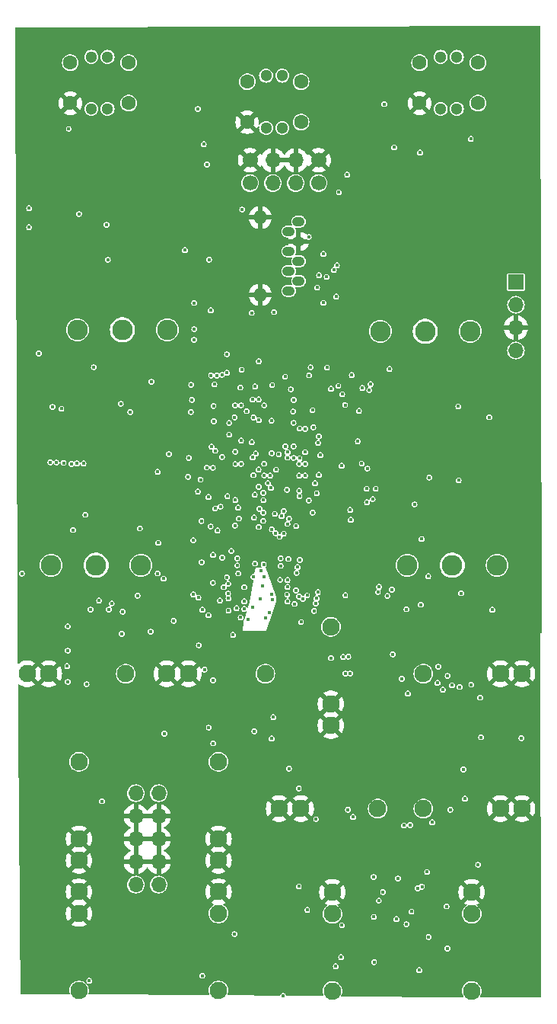
<source format=gbr>
G04 #@! TF.GenerationSoftware,KiCad,Pcbnew,8.0.5*
G04 #@! TF.CreationDate,2024-10-08T11:29:37-07:00*
G04 #@! TF.ProjectId,Sampler-built,53616d70-6c65-4722-9d62-75696c742e6b,rev?*
G04 #@! TF.SameCoordinates,PX815dad0PY77b6f90*
G04 #@! TF.FileFunction,Copper,L2,Inr*
G04 #@! TF.FilePolarity,Positive*
%FSLAX46Y46*%
G04 Gerber Fmt 4.6, Leading zero omitted, Abs format (unit mm)*
G04 Created by KiCad (PCBNEW 8.0.5) date 2024-10-08 11:29:37*
%MOMM*%
%LPD*%
G01*
G04 APERTURE LIST*
G04 #@! TA.AperFunction,ComponentPad*
%ADD10C,1.700000*%
G04 #@! TD*
G04 #@! TA.AperFunction,ComponentPad*
%ADD11O,1.700000X1.700000*%
G04 #@! TD*
G04 #@! TA.AperFunction,ComponentPad*
%ADD12R,1.700000X1.700000*%
G04 #@! TD*
G04 #@! TA.AperFunction,ComponentPad*
%ADD13C,1.930400*%
G04 #@! TD*
G04 #@! TA.AperFunction,ComponentPad*
%ADD14C,1.600000*%
G04 #@! TD*
G04 #@! TA.AperFunction,ComponentPad*
%ADD15C,1.300000*%
G04 #@! TD*
G04 #@! TA.AperFunction,ComponentPad*
%ADD16O,1.397000X1.092200*%
G04 #@! TD*
G04 #@! TA.AperFunction,ComponentPad*
%ADD17O,1.524000X1.524000*%
G04 #@! TD*
G04 #@! TA.AperFunction,ComponentPad*
%ADD18C,2.286000*%
G04 #@! TD*
G04 #@! TA.AperFunction,ViaPad*
%ADD19C,0.400000*%
G04 #@! TD*
G04 APERTURE END LIST*
D10*
G04 #@! TO.N,/UART_TX*
G04 #@! TO.C,J4*
X27646648Y91469922D03*
G04 #@! TO.N,GND*
X27646648Y94009922D03*
D11*
G04 #@! TO.N,/UART_RX*
X30186648Y91469922D03*
G04 #@! TO.N,GND*
X30186648Y94009922D03*
G04 #@! TO.N,/DEBUG2*
X32726648Y91469922D03*
G04 #@! TO.N,GND*
X32726648Y94009922D03*
D10*
G04 #@! TO.N,/DEBUG3*
X35266648Y91469922D03*
G04 #@! TO.N,GND*
X35266648Y94009922D03*
G04 #@! TD*
D12*
G04 #@! TO.N,+3V3*
G04 #@! TO.C,J3*
X57226648Y80469922D03*
D11*
G04 #@! TO.N,/SWDCLK*
X57226648Y77929922D03*
G04 #@! TO.N,GND*
X57226648Y75389922D03*
G04 #@! TO.N,/SWDIO*
X57226648Y72849922D03*
G04 #@! TD*
G04 #@! TO.N,Net-(D16-A)*
G04 #@! TO.C,J10*
X14936648Y23659922D03*
X17476648Y23659922D03*
G04 #@! TO.N,GND*
X14936648Y21119922D03*
X17476648Y21119922D03*
X14936648Y18579922D03*
X17476648Y18579922D03*
X14936648Y16039922D03*
X17476648Y16039922D03*
G04 #@! TO.N,Net-(D17-K)*
X14936648Y13499922D03*
X17476648Y13499922D03*
G04 #@! TD*
D13*
G04 #@! TO.N,Net-(J12-SIG)*
G04 #@! TO.C,J12*
X8608648Y27146922D03*
G04 #@! TO.N,GND*
X8608648Y16174122D03*
X8608648Y18587122D03*
G04 #@! TD*
G04 #@! TO.N,Net-(J17-SIG)*
G04 #@! TO.C,J17*
X36800848Y1687362D03*
G04 #@! TO.N,GND*
X36800848Y12660162D03*
G04 #@! TO.N,unconnected-(J17-SW-Pad3)*
X36800848Y10247162D03*
G04 #@! TD*
G04 #@! TO.N,Net-(J16-SIG)*
G04 #@! TO.C,J16*
X52300848Y1687362D03*
G04 #@! TO.N,GND*
X52300848Y12660162D03*
G04 #@! TO.N,unconnected-(J16-SW-Pad3)*
X52300848Y10247162D03*
G04 #@! TD*
D14*
G04 #@! TO.N,unconnected-(Bank_But1-UP-A-Pad1)*
G04 #@! TO.C,Bank_But1*
X53008648Y104839922D03*
G04 #@! TO.N,Net-(Bank_But1-POLE-A)*
X46508648Y104839922D03*
G04 #@! TO.N,unconnected-(Bank_But1-DOWN-A-Pad3)*
X53008648Y100339922D03*
G04 #@! TO.N,GND*
X46508648Y100339922D03*
D15*
G04 #@! TO.N,+3V3*
X50658648Y105489922D03*
G04 #@! TO.N,Net-(Bank_But1-G)*
X48858648Y105489922D03*
G04 #@! TO.N,Net-(Bank_But1-R)*
X48858648Y99689922D03*
G04 #@! TO.N,Net-(Bank_But1-B)*
X50658648Y99689922D03*
G04 #@! TD*
D16*
G04 #@! TO.N,/D18*
G04 #@! TO.C,SD1*
X31946648Y79490171D03*
G04 #@! TO.N,/D19*
X33046468Y80589991D03*
G04 #@! TO.N,/D4*
X31946648Y81690065D03*
G04 #@! TO.N,+3V3*
X33046468Y82789885D03*
G04 #@! TO.N,/D9*
X31946648Y83889959D03*
G04 #@! TO.N,GND*
X33046468Y84989779D03*
G04 #@! TO.N,/D16*
X31946648Y86089853D03*
G04 #@! TO.N,/D17*
X33046468Y87189673D03*
D17*
G04 #@! TO.N,GND*
X28776728Y79047322D03*
X28776728Y87632522D03*
G04 #@! TD*
D18*
G04 #@! TO.N,GNDADC*
G04 #@! TO.C,POT_LENGTH1*
X15508648Y48985922D03*
G04 #@! TO.N,Net-(POT_LENGTH1-Center)*
X10508648Y48985922D03*
G04 #@! TO.N,VREF+*
X5508648Y48985922D03*
G04 #@! TD*
D13*
G04 #@! TO.N,Net-(J2-SIG)*
G04 #@! TO.C,J2*
X36636648Y42146922D03*
G04 #@! TO.N,GND*
X36636648Y31174122D03*
X36636648Y33587122D03*
G04 #@! TD*
D18*
G04 #@! TO.N,GNDADC*
G04 #@! TO.C,POT_PITCH1*
X52136648Y74985922D03*
G04 #@! TO.N,Net-(POT_PITCH1-Center)*
X47136648Y74985922D03*
G04 #@! TO.N,VREF+*
X42136648Y74985922D03*
G04 #@! TD*
D13*
G04 #@! TO.N,Net-(J7-SIG)*
G04 #@! TO.C,J7*
X13815648Y36939922D03*
G04 #@! TO.N,GND*
X2842848Y36939922D03*
X5255848Y36939922D03*
G04 #@! TD*
G04 #@! TO.N,Net-(J6-SIG)*
G04 #@! TO.C,J6*
X29343648Y36939922D03*
G04 #@! TO.N,GND*
X18370848Y36939922D03*
X20783848Y36939922D03*
G04 #@! TD*
G04 #@! TO.N,Net-(J15-SIG)*
G04 #@! TO.C,J15*
X24136648Y1732922D03*
G04 #@! TO.N,GND*
X24136648Y12705722D03*
G04 #@! TO.N,unconnected-(J15-SW-Pad3)*
X24136648Y10292722D03*
G04 #@! TD*
D14*
G04 #@! TO.N,unconnected-(REV_BUT1-UP-A-Pad1)*
G04 #@! TO.C,REV_BUT1*
X14136648Y104839922D03*
G04 #@! TO.N,Net-(REV_BUT1-POLE-A)*
X7636648Y104839922D03*
G04 #@! TO.N,unconnected-(REV_BUT1-DOWN-A-Pad3)*
X14136648Y100339922D03*
G04 #@! TO.N,GND*
X7636648Y100339922D03*
D15*
G04 #@! TO.N,+3V3*
X11786648Y105489922D03*
G04 #@! TO.N,Net-(REV_BUT1-G)*
X9986648Y105489922D03*
G04 #@! TO.N,Net-(REV_BUT1-R)*
X9986648Y99689922D03*
G04 #@! TO.N,Net-(REV_BUT1-B)*
X11786648Y99689922D03*
G04 #@! TD*
D13*
G04 #@! TO.N,Net-(J9-SIG)*
G04 #@! TO.C,J9*
X24136648Y27146922D03*
G04 #@! TO.N,GND*
X24136648Y16174122D03*
X24136648Y18587122D03*
G04 #@! TD*
G04 #@! TO.N,Net-(J8-SIG)*
G04 #@! TO.C,J8*
X46929648Y36939922D03*
G04 #@! TO.N,GND*
X57902448Y36939922D03*
X55489448Y36939922D03*
G04 #@! TD*
G04 #@! TO.N,Net-(J11-SIG)*
G04 #@! TO.C,J11*
X8608648Y1732922D03*
G04 #@! TO.N,GND*
X8608648Y12705722D03*
X8608648Y10292722D03*
G04 #@! TD*
G04 #@! TO.N,Net-(J13-SIG)*
G04 #@! TO.C,J13*
X46929648Y21939922D03*
G04 #@! TO.N,GND*
X57902448Y21939922D03*
X55489448Y21939922D03*
G04 #@! TD*
D18*
G04 #@! TO.N,GNDADC*
G04 #@! TO.C,POT_START1*
X55136648Y48985922D03*
G04 #@! TO.N,Net-(POT_START1-Center)*
X50136648Y48985922D03*
G04 #@! TO.N,VREF+*
X45136648Y48985922D03*
G04 #@! TD*
D13*
G04 #@! TO.N,Net-(J14-SIG)*
G04 #@! TO.C,J14*
X41843648Y21939922D03*
G04 #@! TO.N,GND*
X30870848Y21939922D03*
X33283848Y21939922D03*
G04 #@! TD*
D14*
G04 #@! TO.N,unconnected-(PLAY_BUT1-UP-A-Pad1)*
G04 #@! TO.C,PLAY_BUT1*
X33322648Y102739922D03*
G04 #@! TO.N,Net-(PLAY_BUT1-POLE-A)*
X27330648Y102739922D03*
G04 #@! TO.N,unconnected-(PLAY_BUT1-DOWN-A-Pad3)*
X33322648Y98239922D03*
G04 #@! TO.N,GND*
X27330648Y98239922D03*
D15*
G04 #@! TO.N,+3V3*
X31226648Y103389922D03*
G04 #@! TO.N,Net-(PLAY_BUT1-G)*
X29426648Y103389922D03*
G04 #@! TO.N,Net-(PLAY_BUT1-R)*
X29426648Y97589922D03*
G04 #@! TO.N,Net-(PLAY_BUT1-B)*
X31226648Y97589922D03*
G04 #@! TD*
D18*
G04 #@! TO.N,GNDADC*
G04 #@! TO.C,POT_SAMP1*
X18440000Y75166000D03*
G04 #@! TO.N,Net-(POT_SAMP1-Center)*
X13440000Y75166000D03*
G04 #@! TO.N,VREF+*
X8440000Y75166000D03*
G04 #@! TD*
D19*
G04 #@! TO.N,-12VA*
X9760000Y2820000D03*
X2240000Y48070000D03*
G04 #@! TO.N,GND*
X21350000Y7030000D03*
G04 #@! TO.N,-12VA*
X31340000Y1140000D03*
X22320000Y3380000D03*
G04 #@! TO.N,GND*
X11220000Y6490000D03*
X11990000Y4260000D03*
G04 #@! TO.N,+12V*
X57850000Y29780000D03*
G04 #@! TO.N,GND*
X25350000Y7030000D03*
X13100000Y10030000D03*
G04 #@! TO.N,+12V*
X9441600Y35777646D03*
X18100000Y30280000D03*
X7371600Y36030000D03*
X7308400Y37780000D03*
G04 #@! TO.N,GND*
X7290000Y62140000D03*
X32467073Y63488450D03*
X7760000Y59100000D03*
X35126648Y34659922D03*
X9986648Y55659922D03*
X14759685Y66760315D03*
X8696570Y55650000D03*
X6631700Y59078300D03*
X42716648Y11619922D03*
X27660000Y71480000D03*
X6660000Y67260000D03*
X29041884Y46717168D03*
X29160149Y55583849D03*
X38466648Y12949922D03*
X9130000Y59040000D03*
X49426648Y40839922D03*
X33592383Y25926500D03*
X27894820Y44282832D03*
X30226648Y34329922D03*
X48466648Y58979922D03*
X49576648Y43979922D03*
X11716648Y56849922D03*
X31330148Y64426600D03*
X39126648Y61129922D03*
X20126500Y60460000D03*
X3676648Y106989922D03*
X31176648Y7579922D03*
X27261648Y31269922D03*
X4929601Y46089769D03*
X36130000Y66950000D03*
X15696648Y57199922D03*
X25786648Y106889922D03*
X51946648Y18769922D03*
X6830000Y71790000D03*
X30846648Y2964922D03*
X38646648Y65139922D03*
X9366648Y55639922D03*
X33624273Y43481587D03*
X8460000Y59170000D03*
X52326648Y26119922D03*
X30131798Y45185040D03*
X29410753Y43104582D03*
X22110000Y66190000D03*
X13056648Y86204922D03*
X50140000Y59620000D03*
X7340000Y62940000D03*
X43630000Y51810000D03*
X50456648Y18689922D03*
X31377148Y51676600D03*
X22086562Y61579836D03*
X6051700Y59108300D03*
X44280000Y55100000D03*
X5386648Y58759922D03*
X28850148Y48386600D03*
X50870000Y57744922D03*
X47607148Y52040000D03*
G04 #@! TO.N,+3V3*
X31530148Y69936600D03*
X23570148Y66686600D03*
X23536648Y36209922D03*
X29220148Y58966600D03*
X8370000Y60310000D03*
X23080000Y82960000D03*
X37830612Y60045497D03*
X25257284Y43948568D03*
X26702208Y70726780D03*
X23280000Y77320000D03*
X7371600Y42200000D03*
X30015212Y45721488D03*
X31376648Y52496600D03*
X28816112Y45286010D03*
X15366648Y53079922D03*
X12240000Y44740000D03*
X7780000Y60250000D03*
X47460000Y47780000D03*
X29180148Y47686600D03*
X6890000Y60360000D03*
X5431700Y60438300D03*
X9100000Y60300000D03*
X7960000Y52910000D03*
X25566148Y50583048D03*
X6121700Y60408300D03*
X53230000Y34280000D03*
X35310148Y63326600D03*
X25766648Y41249922D03*
X48494510Y35919637D03*
X27450148Y42996600D03*
X44510000Y36380000D03*
X29763498Y43751210D03*
G04 #@! TO.N,/A4*
X21890000Y45390000D03*
X7371600Y39500000D03*
G04 #@! TO.N,GNDADC*
X43421522Y46281522D03*
X41999998Y46600000D03*
G04 #@! TO.N,/A5*
X22566648Y37389922D03*
X23056648Y30950422D03*
X19156648Y42829922D03*
X21330000Y45750000D03*
G04 #@! TO.N,+12V*
X50850000Y58422531D03*
X47606648Y58739922D03*
X10256648Y70999922D03*
X33056648Y24199922D03*
X38546648Y21829922D03*
X51546648Y23049922D03*
X41436648Y4899922D03*
X41966648Y11719922D03*
X25916648Y7999922D03*
X11806648Y82929922D03*
X23546648Y29199922D03*
X4125000Y72530000D03*
X9326648Y54599922D03*
X51134148Y45879922D03*
X10859257Y45077313D03*
G04 #@! TO.N,-12VA*
X11670000Y86830000D03*
X43916648Y9679922D03*
X47346648Y14909922D03*
X43536648Y39099922D03*
X33986648Y10699922D03*
X30236648Y32109922D03*
X42446648Y12669922D03*
X45056648Y9109922D03*
X46740000Y51910000D03*
X33056648Y13299922D03*
X8610000Y88020000D03*
X30036648Y29739922D03*
G04 #@! TO.N,/A2*
X21945316Y40095314D03*
X22330000Y44040000D03*
G04 #@! TO.N,/A7*
X20380000Y84010000D03*
X21090000Y69050000D03*
X23510000Y59820000D03*
X21426500Y75230000D03*
G04 #@! TO.N,/A6*
X23620148Y64996600D03*
X26780000Y88520000D03*
X26019346Y60235598D03*
X25324993Y64806600D03*
G04 #@! TO.N,/D6*
X41606648Y57489922D03*
X42577800Y100236803D03*
G04 #@! TO.N,/D8*
X17370000Y59380000D03*
X33984612Y45645009D03*
X35078011Y56989600D03*
X17376648Y48089922D03*
X22480000Y95780000D03*
X17430000Y51480000D03*
G04 #@! TO.N,/A9*
X21850000Y57180000D03*
X21052493Y66026180D03*
G04 #@! TO.N,/D15*
X31970000Y26390000D03*
X38800000Y36960000D03*
X38580000Y38830000D03*
X41290000Y56343500D03*
X34170148Y56206600D03*
X31580004Y62206644D03*
G04 #@! TO.N,/D13*
X37980000Y38810000D03*
X31820000Y61559241D03*
X38270000Y36960000D03*
X11166648Y22769922D03*
G04 #@! TO.N,VREF+*
X20760000Y58820000D03*
X5650000Y66590000D03*
X42950000Y45590000D03*
X6640000Y66380000D03*
X41860000Y46010000D03*
X22810000Y59850000D03*
G04 #@! TO.N,/D11*
X40076648Y60299922D03*
X36188769Y70962043D03*
X34390000Y70990000D03*
X35326648Y81209922D03*
G04 #@! TO.N,/D10*
X21820000Y99699922D03*
X40696648Y59739922D03*
G04 #@! TO.N,/D14*
X36966648Y81799922D03*
X34160000Y85480000D03*
X36164039Y81027313D03*
X35212341Y62598793D03*
G04 #@! TO.N,/D12*
X37293648Y82329922D03*
X37900000Y67990000D03*
X34670148Y64316600D03*
X37456648Y68939922D03*
G04 #@! TO.N,/D0*
X46560000Y94840000D03*
X38956500Y70132256D03*
G04 #@! TO.N,/D1*
X30330000Y77130000D03*
X38460000Y92390000D03*
X23660000Y69100000D03*
X27820000Y77043000D03*
X37536500Y90450000D03*
X43670000Y95430000D03*
G04 #@! TO.N,/D3*
X22851420Y93542248D03*
X34576648Y66219922D03*
X21426500Y78140000D03*
X35790148Y78150000D03*
G04 #@! TO.N,GND*
X18615703Y13066500D03*
X42060000Y61500000D03*
X35401468Y63937921D03*
X39866648Y62059922D03*
G04 #@! TO.N,/D5*
X52190000Y96380000D03*
X40144998Y68684998D03*
G04 #@! TO.N,/D19*
X32493699Y67376471D03*
G04 #@! TO.N,/D18*
X36646648Y68609922D03*
X37220148Y78840000D03*
G04 #@! TO.N,/D7*
X33128407Y58943681D03*
X18026648Y47499922D03*
X33514104Y45272685D03*
X15120000Y45620000D03*
X3060000Y86560000D03*
X3060000Y88670000D03*
G04 #@! TO.N,/D17*
X33137911Y64188837D03*
G04 #@! TO.N,/D16*
X35810000Y83590000D03*
X33780148Y64166600D03*
X35110000Y79850000D03*
G04 #@! TO.N,/D9*
X32186648Y68539922D03*
G04 #@! TO.N,/A0*
X22266648Y49319922D03*
X28130000Y30549922D03*
X23030000Y43440000D03*
X26625255Y60266600D03*
G04 #@! TO.N,/A1*
X23032904Y56583666D03*
X21190000Y67380000D03*
G04 #@! TO.N,/A3*
X20840000Y60920000D03*
X54260000Y65440000D03*
X50820000Y66640000D03*
X21410000Y74040000D03*
G04 #@! TO.N,/A8*
X16570000Y41620000D03*
X21330000Y51770000D03*
X22220000Y53900000D03*
X24520000Y61020000D03*
G04 #@! TO.N,Net-(J2-SIG)*
X36650000Y38690000D03*
G04 #@! TO.N,Net-(C46-Pad1)*
X45940000Y55760000D03*
X54590000Y44050000D03*
G04 #@! TO.N,Net-(POT_LENGTH1-Center)*
X16680000Y69390000D03*
G04 #@! TO.N,Net-(REV_BUT1-R)*
X7480000Y97490000D03*
G04 #@! TO.N,/D4*
X32440148Y66076600D03*
G04 #@! TO.N,/VCOM*
X53026648Y15709922D03*
X47896648Y20419922D03*
X34996648Y20779922D03*
G04 #@! TO.N,GNDA*
X41396648Y14359922D03*
X49906648Y21819922D03*
X49496648Y11089922D03*
X44116648Y14189922D03*
G04 #@! TO.N,Net-(U2B-VCAP_1)*
X30052594Y61439046D03*
G04 #@! TO.N,+3.3VADC*
X22130000Y58500000D03*
X14324685Y66015315D03*
X18630000Y61340000D03*
X13250000Y66930000D03*
G04 #@! TO.N,/BOOT0*
X28040148Y65416600D03*
X28610000Y71660000D03*
G04 #@! TO.N,Net-(C152-Pad1)*
X41416648Y9909922D03*
X37776648Y5439922D03*
G04 #@! TO.N,Net-(C152-Pad2)*
X37876648Y8999922D03*
X37176648Y4429922D03*
G04 #@! TO.N,Net-(C153-Pad1)*
X46456648Y3999922D03*
X49606648Y6419922D03*
G04 #@! TO.N,Net-(C153-Pad2)*
X47526648Y7679922D03*
X45586648Y10499922D03*
G04 #@! TO.N,/SWDCLK*
X41040000Y69120000D03*
G04 #@! TO.N,/SWDIO*
X40900000Y68450000D03*
G04 #@! TO.N,/UART_TX*
X23355436Y62176342D03*
G04 #@! TO.N,/UART_RX*
X23756648Y61713342D03*
G04 #@! TO.N,/DEBUG2*
X27270148Y66116600D03*
G04 #@! TO.N,/DEBUG3*
X30090148Y69016600D03*
G04 #@! TO.N,Net-(J9-SIG)*
X11920000Y44069922D03*
X9896648Y44069922D03*
X13476648Y43839922D03*
X13368517Y41374179D03*
G04 #@! TO.N,/LOUT+*
X46768085Y13276875D03*
X45440443Y20121525D03*
G04 #@! TO.N,/LOUT-*
X46302549Y13095823D03*
X44770000Y20070000D03*
G04 #@! TO.N,Net-(U15A--)*
X45050000Y44110000D03*
X46646648Y44620000D03*
G04 #@! TO.N,/I2C1_SCL*
X52270000Y35720000D03*
X25080000Y72440000D03*
G04 #@! TO.N,/I2C1_SDA*
X48600000Y37720000D03*
X28587926Y67413227D03*
G04 #@! TO.N,/RIN*
X39096648Y21019922D03*
X51380000Y26310000D03*
G04 #@! TO.N,/SAI_SD_B*
X50966648Y35469922D03*
X23313500Y70089922D03*
G04 #@! TO.N,/SAI_MCLK*
X24525714Y70147986D03*
X49086648Y35169922D03*
G04 #@! TO.N,/SD-NBL1*
X32820148Y48136600D03*
X27930148Y67406600D03*
G04 #@! TO.N,/SD-NBL0*
X26626648Y66761634D03*
X24706648Y46559922D03*
G04 #@! TO.N,/SD-CKE1*
X31000148Y47366600D03*
X28220148Y68846600D03*
G04 #@! TO.N,/CODEC_RESET*
X53350000Y29880000D03*
X43140000Y70800000D03*
G04 #@! TO.N,/SAI_FS*
X50096648Y35649922D03*
X23946648Y70089922D03*
G04 #@! TO.N,/SAI_SCK*
X25079797Y70378194D03*
X49633148Y36706922D03*
G04 #@! TO.N,/SAI_SD_A*
X45216648Y34739922D03*
X26545162Y68750000D03*
X25980148Y66766600D03*
G04 #@! TO.N,/SD-NCAS*
X30010148Y65056600D03*
X29230148Y66756600D03*
X28630148Y65116600D03*
X28000148Y47706600D03*
G04 #@! TO.N,/SD-D2*
X34750148Y43926600D03*
X27001504Y44144801D03*
X38220000Y45670000D03*
X32475175Y64816600D03*
G04 #@! TO.N,/SD-D3*
X39646648Y62769922D03*
X25240148Y45306600D03*
X40596648Y57489922D03*
X34951969Y44758655D03*
X34230518Y70100422D03*
X39746648Y66149922D03*
X40660000Y55980000D03*
X38216648Y66799922D03*
G04 #@! TO.N,/SD-A0*
X26020441Y56233100D03*
X25938033Y65424485D03*
G04 #@! TO.N,/SD-A2*
X23739582Y55306988D03*
X25327832Y63504212D03*
G04 #@! TO.N,/SD-A1*
X26200148Y49756600D03*
X27823713Y62678745D03*
X24540148Y49836600D03*
X23249678Y53300392D03*
G04 #@! TO.N,/SD-CLK*
X30850000Y61310000D03*
X31793718Y47350078D03*
G04 #@! TO.N,/SD-A3*
X26634091Y62856225D03*
X24356582Y55499724D03*
G04 #@! TO.N,/SD-A4*
X28690328Y55256420D03*
X28604794Y53245314D03*
G04 #@! TO.N,/SD-NWE*
X27938309Y60986600D03*
X25090148Y47666600D03*
G04 #@! TO.N,/SD-A5*
X26015923Y61625332D03*
X25098336Y56673600D03*
G04 #@! TO.N,/SD-BA1*
X26199851Y48976600D03*
X29147148Y56226600D03*
X38796648Y55139922D03*
X32480148Y62206600D03*
G04 #@! TO.N,/SD-BA0*
X34586000Y54850000D03*
X32480148Y60916600D03*
X30080148Y52996600D03*
X28212231Y49192043D03*
G04 #@! TO.N,/SD-D1*
X26130148Y44216600D03*
X33776648Y61559922D03*
G04 #@! TO.N,/SD-A12*
X35449759Y61234467D03*
X32780148Y53346600D03*
X32940148Y48786600D03*
X38846648Y54029922D03*
G04 #@! TO.N,/SD-A11*
X25960148Y53396600D03*
X31030148Y48936600D03*
X29157895Y49098949D03*
X29227297Y60273838D03*
G04 #@! TO.N,/SD-NE1*
X24290148Y45076600D03*
X31799403Y60955476D03*
G04 #@! TO.N,/SD-D0*
X33137799Y60883323D03*
X26610148Y43186600D03*
G04 #@! TO.N,/SD-A7*
X31805148Y53591600D03*
X30932854Y52149306D03*
X28301309Y61406600D03*
X31038298Y49753057D03*
G04 #@! TO.N,/SD-A10*
X28584981Y59626600D03*
X24010148Y52846600D03*
G04 #@! TO.N,/SD-D10*
X35173541Y46006567D03*
X33125100Y60266600D03*
G04 #@! TO.N,/SD-D15*
X33306648Y42689922D03*
X35303774Y59034484D03*
G04 #@! TO.N,/SD-A6*
X28004168Y59012826D03*
X26311416Y55385332D03*
G04 #@! TO.N,/SD-A9*
X26388468Y54178280D03*
X28602454Y57711044D03*
G04 #@! TO.N,/SD-D5*
X25200148Y45846600D03*
X29120148Y54846600D03*
X31377148Y55006600D03*
X29874955Y58959407D03*
G04 #@! TO.N,/SD-D6*
X27010148Y46566600D03*
X30530148Y59611564D03*
X31977148Y54176600D03*
X30490148Y52546600D03*
G04 #@! TO.N,/SD-D8*
X31772344Y57384567D03*
X33166648Y49586600D03*
G04 #@! TO.N,/SD-D11*
X35036648Y45303891D03*
X31780148Y45726600D03*
X33775121Y60256600D03*
X33080172Y45521667D03*
G04 #@! TO.N,/SD-D14*
X34882955Y58099407D03*
X32606828Y44703280D03*
G04 #@! TO.N,/SD-D13*
X31806208Y44976600D03*
X33770148Y58961622D03*
G04 #@! TO.N,/SD-NRAS*
X26337018Y48084194D03*
X28149795Y56836246D03*
G04 #@! TO.N,/SD-A8*
X31909845Y49700041D03*
X29103295Y57048833D03*
G04 #@! TO.N,/SD-D4*
X28077148Y54286600D03*
X27005660Y44984066D03*
X29610148Y58116600D03*
X23510148Y47036600D03*
X30420148Y54698942D03*
X23520148Y50146600D03*
G04 #@! TO.N,/SD-D7*
X29089623Y53923600D03*
X29973148Y57596600D03*
X25213648Y46944332D03*
X31158468Y54468280D03*
G04 #@! TO.N,/SD-D9*
X31806445Y46583258D03*
X33136828Y56673280D03*
G04 #@! TO.N,/SD-D12*
X33114898Y57250030D03*
X32754241Y46205255D03*
G04 #@! TD*
G04 #@! TA.AperFunction,Conductor*
G04 #@! TO.N,GND*
G36*
X32260723Y94202915D02*
G01*
X32226648Y94075748D01*
X32226648Y93944096D01*
X32260723Y93816929D01*
X32295945Y93755922D01*
X30617351Y93755922D01*
X30652573Y93816929D01*
X30686648Y93944096D01*
X30686648Y94075748D01*
X30652573Y94202915D01*
X30617351Y94263922D01*
X32295945Y94263922D01*
X32260723Y94202915D01*
G37*
G04 #@! TD.AperFunction*
G04 #@! TA.AperFunction,Conductor*
G36*
X59933128Y108914726D02*
G01*
X59951550Y108870592D01*
X60141211Y41531056D01*
X60123029Y41486810D01*
X60078887Y41468380D01*
X60078627Y41468380D01*
X59909067Y41468610D01*
X59907018Y41468612D01*
X37516524Y41498862D01*
X37569660Y41569225D01*
X37659925Y41750502D01*
X37715344Y41945279D01*
X37734029Y42146922D01*
X37715344Y42348565D01*
X37659925Y42543342D01*
X37569660Y42724619D01*
X37447622Y42886223D01*
X37352608Y42972840D01*
X37297972Y43022648D01*
X37297969Y43022650D01*
X37297968Y43022651D01*
X37125793Y43129257D01*
X37125791Y43129258D01*
X37053091Y43157422D01*
X36936961Y43202411D01*
X36936958Y43202412D01*
X36936957Y43202412D01*
X36737906Y43239622D01*
X36737902Y43239622D01*
X36535394Y43239622D01*
X36535389Y43239622D01*
X36336338Y43202412D01*
X36147504Y43129258D01*
X35975323Y43022648D01*
X35825672Y42886221D01*
X35825670Y42886219D01*
X35703636Y42724619D01*
X35613371Y42543343D01*
X35557952Y42348569D01*
X35557950Y42348558D01*
X35539267Y42146927D01*
X35539267Y42146918D01*
X35557950Y41945287D01*
X35557952Y41945276D01*
X35589682Y41833760D01*
X35613371Y41750502D01*
X35703636Y41569225D01*
X35703637Y41569224D01*
X35703639Y41569220D01*
X35754973Y41501242D01*
X29330000Y41509922D01*
X29751879Y42689922D01*
X32974096Y42689922D01*
X32994151Y42576183D01*
X33051898Y42476162D01*
X33140372Y42401924D01*
X33248901Y42362422D01*
X33248904Y42362422D01*
X33364392Y42362422D01*
X33364395Y42362422D01*
X33472924Y42401924D01*
X33561398Y42476162D01*
X33619145Y42576183D01*
X33639200Y42689922D01*
X33619145Y42803661D01*
X33561398Y42903682D01*
X33513752Y42943662D01*
X33472923Y42977921D01*
X33364397Y43017422D01*
X33364395Y43017422D01*
X33248901Y43017422D01*
X33248898Y43017422D01*
X33140372Y42977921D01*
X33051898Y42903683D01*
X32994151Y42803662D01*
X32994151Y42803661D01*
X32974096Y42689922D01*
X29751879Y42689922D01*
X30194022Y43926600D01*
X34417596Y43926600D01*
X34437651Y43812861D01*
X34495398Y43712840D01*
X34583872Y43638602D01*
X34692401Y43599100D01*
X34692404Y43599100D01*
X34807892Y43599100D01*
X34807895Y43599100D01*
X34916424Y43638602D01*
X35004898Y43712840D01*
X35062645Y43812861D01*
X35082700Y43926600D01*
X35062645Y44040339D01*
X35022426Y44110000D01*
X44717448Y44110000D01*
X44737503Y43996261D01*
X44795250Y43896240D01*
X44883724Y43822002D01*
X44992253Y43782500D01*
X44992256Y43782500D01*
X45107744Y43782500D01*
X45107747Y43782500D01*
X45216276Y43822002D01*
X45304750Y43896240D01*
X45362497Y43996261D01*
X45371973Y44050000D01*
X54257448Y44050000D01*
X54277503Y43936261D01*
X54335250Y43836240D01*
X54423724Y43762002D01*
X54517147Y43727998D01*
X54532253Y43722500D01*
X54532256Y43722500D01*
X54647744Y43722500D01*
X54647747Y43722500D01*
X54756276Y43762002D01*
X54844750Y43836240D01*
X54902497Y43936261D01*
X54922552Y44050000D01*
X54902497Y44163739D01*
X54844750Y44263760D01*
X54768193Y44327999D01*
X54756275Y44337999D01*
X54647749Y44377500D01*
X54647747Y44377500D01*
X54532253Y44377500D01*
X54532250Y44377500D01*
X54423724Y44337999D01*
X54335250Y44263761D01*
X54277503Y44163740D01*
X54257448Y44050000D01*
X45371973Y44050000D01*
X45382552Y44110000D01*
X45362497Y44223739D01*
X45304750Y44323760D01*
X45299700Y44327998D01*
X45216275Y44397999D01*
X45107749Y44437500D01*
X45107747Y44437500D01*
X44992253Y44437500D01*
X44992250Y44437500D01*
X44883724Y44397999D01*
X44795250Y44323761D01*
X44737503Y44223740D01*
X44726675Y44162329D01*
X44717448Y44110000D01*
X35022426Y44110000D01*
X35004898Y44140360D01*
X34999606Y44144801D01*
X34916423Y44214599D01*
X34807897Y44254100D01*
X34807895Y44254100D01*
X34692401Y44254100D01*
X34692398Y44254100D01*
X34583872Y44214599D01*
X34495398Y44140361D01*
X34437651Y44040340D01*
X34419299Y43936261D01*
X34417596Y43926600D01*
X30194022Y43926600D01*
X30545612Y44910000D01*
X30563640Y45416383D01*
X30567329Y45519998D01*
X30567329Y45520001D01*
X30493072Y45726600D01*
X31447596Y45726600D01*
X31467651Y45612861D01*
X31525398Y45512840D01*
X31613872Y45438602D01*
X31704574Y45405589D01*
X31739842Y45373272D01*
X31741929Y45325482D01*
X31709612Y45290214D01*
X31704575Y45288127D01*
X31639932Y45264599D01*
X31551458Y45190361D01*
X31493711Y45090340D01*
X31473656Y44976600D01*
X31493711Y44862861D01*
X31551458Y44762840D01*
X31639932Y44688602D01*
X31727948Y44656566D01*
X31748461Y44649100D01*
X31748464Y44649100D01*
X31863952Y44649100D01*
X31863955Y44649100D01*
X31972484Y44688602D01*
X31989977Y44703280D01*
X32274276Y44703280D01*
X32294331Y44589541D01*
X32352078Y44489520D01*
X32440552Y44415282D01*
X32488038Y44397998D01*
X32549081Y44375780D01*
X32549084Y44375780D01*
X32664572Y44375780D01*
X32664575Y44375780D01*
X32773104Y44415282D01*
X32861578Y44489520D01*
X32919325Y44589541D01*
X32939380Y44703280D01*
X32929616Y44758655D01*
X34619417Y44758655D01*
X34639472Y44644916D01*
X34697219Y44544895D01*
X34785693Y44470657D01*
X34876789Y44437500D01*
X34894222Y44431155D01*
X34894225Y44431155D01*
X35009713Y44431155D01*
X35009716Y44431155D01*
X35118245Y44470657D01*
X35206719Y44544895D01*
X35250081Y44620000D01*
X46314096Y44620000D01*
X46334151Y44506261D01*
X46391898Y44406240D01*
X46480372Y44332002D01*
X46588901Y44292500D01*
X46588904Y44292500D01*
X46704392Y44292500D01*
X46704395Y44292500D01*
X46812924Y44332002D01*
X46901398Y44406240D01*
X46959145Y44506261D01*
X46979200Y44620000D01*
X46959145Y44733739D01*
X46901398Y44833760D01*
X46855356Y44872394D01*
X46812923Y44907999D01*
X46704397Y44947500D01*
X46704395Y44947500D01*
X46588901Y44947500D01*
X46588898Y44947500D01*
X46480372Y44907999D01*
X46391898Y44833761D01*
X46334151Y44733740D01*
X46334151Y44733739D01*
X46314096Y44620000D01*
X35250081Y44620000D01*
X35264466Y44644916D01*
X35284521Y44758655D01*
X35264466Y44872394D01*
X35214791Y44958433D01*
X35208549Y45005858D01*
X35228743Y45037559D01*
X35291398Y45090131D01*
X35349145Y45190152D01*
X35369200Y45303891D01*
X35349145Y45417630D01*
X35291398Y45517651D01*
X35288601Y45519998D01*
X35221969Y45575909D01*
X35199881Y45618340D01*
X35214265Y45663961D01*
X35222889Y45670000D01*
X37887448Y45670000D01*
X37907503Y45556261D01*
X37965250Y45456240D01*
X38053724Y45382002D01*
X38101537Y45364599D01*
X38162253Y45342500D01*
X38162256Y45342500D01*
X38277744Y45342500D01*
X38277747Y45342500D01*
X38386276Y45382002D01*
X38474750Y45456240D01*
X38532497Y45556261D01*
X38538446Y45590000D01*
X42617448Y45590000D01*
X42637503Y45476261D01*
X42695250Y45376240D01*
X42783724Y45302002D01*
X42865976Y45272064D01*
X42892253Y45262500D01*
X42892256Y45262500D01*
X43007744Y45262500D01*
X43007747Y45262500D01*
X43116276Y45302002D01*
X43204750Y45376240D01*
X43262497Y45476261D01*
X43282552Y45590000D01*
X43262497Y45703739D01*
X43204750Y45803760D01*
X43197712Y45809666D01*
X43116275Y45877999D01*
X43110992Y45879922D01*
X50801596Y45879922D01*
X50821651Y45766183D01*
X50879398Y45666162D01*
X50967872Y45591924D01*
X51065853Y45556261D01*
X51076401Y45552422D01*
X51076404Y45552422D01*
X51191892Y45552422D01*
X51191895Y45552422D01*
X51300424Y45591924D01*
X51388898Y45666162D01*
X51446645Y45766183D01*
X51466700Y45879922D01*
X51446645Y45993661D01*
X51388898Y46093682D01*
X51357168Y46120307D01*
X51300423Y46167921D01*
X51191897Y46207422D01*
X51191895Y46207422D01*
X51076401Y46207422D01*
X51076398Y46207422D01*
X50967872Y46167921D01*
X50879398Y46093683D01*
X50821651Y45993662D01*
X50801596Y45879922D01*
X43110992Y45879922D01*
X43007749Y45917500D01*
X43007747Y45917500D01*
X42892253Y45917500D01*
X42892250Y45917500D01*
X42783724Y45877999D01*
X42695250Y45803761D01*
X42637503Y45703740D01*
X42617448Y45590000D01*
X38538446Y45590000D01*
X38552552Y45670000D01*
X38532497Y45783739D01*
X38474750Y45883760D01*
X38416060Y45933007D01*
X38386275Y45957999D01*
X38277749Y45997500D01*
X38277747Y45997500D01*
X38162253Y45997500D01*
X38162250Y45997500D01*
X38053724Y45957999D01*
X37965250Y45883761D01*
X37907503Y45783740D01*
X37887448Y45670000D01*
X35222889Y45670000D01*
X35240764Y45682517D01*
X35339817Y45718569D01*
X35428291Y45792807D01*
X35486038Y45892828D01*
X35506093Y46006567D01*
X35505488Y46010000D01*
X41527448Y46010000D01*
X41547503Y45896261D01*
X41605250Y45796240D01*
X41693724Y45722002D01*
X41802203Y45682518D01*
X41802253Y45682500D01*
X41802256Y45682500D01*
X41917744Y45682500D01*
X41917747Y45682500D01*
X42026276Y45722002D01*
X42114750Y45796240D01*
X42172497Y45896261D01*
X42192552Y46010000D01*
X42172497Y46123739D01*
X42118838Y46216678D01*
X42112596Y46264103D01*
X42125962Y46281522D01*
X43088970Y46281522D01*
X43109025Y46167783D01*
X43166772Y46067762D01*
X43255246Y45993524D01*
X43337020Y45963760D01*
X43363775Y45954022D01*
X43363778Y45954022D01*
X43479266Y45954022D01*
X43479269Y45954022D01*
X43587798Y45993524D01*
X43676272Y46067762D01*
X43734019Y46167783D01*
X43754074Y46281522D01*
X43734019Y46395261D01*
X43676272Y46495282D01*
X43587798Y46569520D01*
X43587797Y46569521D01*
X43479271Y46609022D01*
X43479269Y46609022D01*
X43363775Y46609022D01*
X43363772Y46609022D01*
X43255246Y46569521D01*
X43166772Y46495283D01*
X43109025Y46395262D01*
X43088970Y46281522D01*
X42125962Y46281522D01*
X42141716Y46302054D01*
X42151583Y46306655D01*
X42166274Y46312002D01*
X42254748Y46386240D01*
X42312495Y46486261D01*
X42332550Y46600000D01*
X42312495Y46713739D01*
X42254748Y46813760D01*
X42214038Y46847920D01*
X42166273Y46887999D01*
X42057747Y46927500D01*
X42057745Y46927500D01*
X41942251Y46927500D01*
X41942248Y46927500D01*
X41833722Y46887999D01*
X41745248Y46813761D01*
X41687501Y46713740D01*
X41667446Y46600000D01*
X41687501Y46486261D01*
X41741158Y46393324D01*
X41747401Y46345898D01*
X41718281Y46307947D01*
X41708408Y46303344D01*
X41693726Y46298001D01*
X41605250Y46223761D01*
X41547503Y46123740D01*
X41527448Y46010000D01*
X35505488Y46010000D01*
X35486038Y46120306D01*
X35428291Y46220327D01*
X35424199Y46223761D01*
X35339816Y46294566D01*
X35231290Y46334067D01*
X35231288Y46334067D01*
X35115794Y46334067D01*
X35115791Y46334067D01*
X35007265Y46294566D01*
X34918791Y46220328D01*
X34861044Y46120307D01*
X34840989Y46006567D01*
X34861044Y45892828D01*
X34918791Y45792807D01*
X34988219Y45734550D01*
X35010307Y45692119D01*
X34995923Y45646498D01*
X34969422Y45627941D01*
X34870372Y45591890D01*
X34781898Y45517652D01*
X34724151Y45417631D01*
X34704096Y45303891D01*
X34724151Y45190152D01*
X34773824Y45104115D01*
X34780067Y45056688D01*
X34759872Y45024987D01*
X34697218Y44972414D01*
X34639472Y44872395D01*
X34619417Y44758655D01*
X32929616Y44758655D01*
X32919325Y44817019D01*
X32861578Y44917040D01*
X32839792Y44935321D01*
X32773103Y44991279D01*
X32664577Y45030780D01*
X32664575Y45030780D01*
X32549081Y45030780D01*
X32549078Y45030780D01*
X32440552Y44991279D01*
X32352078Y44917041D01*
X32294331Y44817020D01*
X32274276Y44703280D01*
X31989977Y44703280D01*
X32060958Y44762840D01*
X32118705Y44862861D01*
X32138760Y44976600D01*
X32118705Y45090339D01*
X32060958Y45190360D01*
X32057978Y45192861D01*
X31972483Y45264599D01*
X31881781Y45297612D01*
X31846513Y45329930D01*
X31844426Y45377719D01*
X31876744Y45412987D01*
X31881770Y45415070D01*
X31946424Y45438602D01*
X32034898Y45512840D01*
X32092645Y45612861D01*
X32112700Y45726600D01*
X32092645Y45840339D01*
X32034898Y45940360D01*
X31946424Y46014598D01*
X31946423Y46014599D01*
X31837897Y46054100D01*
X31837895Y46054100D01*
X31722401Y46054100D01*
X31722398Y46054100D01*
X31613872Y46014599D01*
X31525398Y45940361D01*
X31467651Y45840340D01*
X31462242Y45809665D01*
X31447596Y45726600D01*
X30493072Y45726600D01*
X30321032Y46205255D01*
X32421689Y46205255D01*
X32441744Y46091516D01*
X32499491Y45991495D01*
X32587965Y45917257D01*
X32695823Y45877999D01*
X32696494Y45877755D01*
X32696497Y45877755D01*
X32811986Y45877755D01*
X32811988Y45877755D01*
X32811989Y45877756D01*
X32814026Y45878115D01*
X32815651Y45877755D01*
X32817456Y45877755D01*
X32817456Y45877356D01*
X32860729Y45867767D01*
X32886435Y45827426D01*
X32876087Y45780723D01*
X32865061Y45768689D01*
X32825422Y45735428D01*
X32767675Y45635407D01*
X32754347Y45559819D01*
X32747620Y45521667D01*
X32767675Y45407928D01*
X32825422Y45307907D01*
X32913896Y45233669D01*
X33022425Y45194167D01*
X33022428Y45194167D01*
X33143387Y45194167D01*
X33143387Y45191454D01*
X33180836Y45183176D01*
X33199146Y45163206D01*
X33259351Y45058928D01*
X33259353Y45058926D01*
X33259354Y45058925D01*
X33331948Y44998012D01*
X33347828Y44984687D01*
X33449996Y44947500D01*
X33456357Y44945185D01*
X33456360Y44945185D01*
X33571848Y44945185D01*
X33571851Y44945185D01*
X33680380Y44984687D01*
X33768854Y45058925D01*
X33826601Y45158946D01*
X33845986Y45268889D01*
X33871687Y45309230D01*
X33918389Y45319584D01*
X33924716Y45317889D01*
X33926862Y45317511D01*
X33926865Y45317509D01*
X33926868Y45317509D01*
X34042356Y45317509D01*
X34042359Y45317509D01*
X34150888Y45357011D01*
X34239362Y45431249D01*
X34297109Y45531270D01*
X34317164Y45645009D01*
X34297109Y45758748D01*
X34239362Y45858769D01*
X34216445Y45877999D01*
X34150887Y45933008D01*
X34042361Y45972509D01*
X34042359Y45972509D01*
X33926865Y45972509D01*
X33926862Y45972509D01*
X33818336Y45933008D01*
X33729862Y45858770D01*
X33684802Y45780723D01*
X33677855Y45768689D01*
X33672114Y45758746D01*
X33652729Y45648809D01*
X33627027Y45608465D01*
X33580326Y45598112D01*
X33574004Y45599805D01*
X33571853Y45600184D01*
X33571851Y45600185D01*
X33456357Y45600185D01*
X33450889Y45600185D01*
X33450889Y45602888D01*
X33413397Y45611206D01*
X33395127Y45631147D01*
X33392669Y45635404D01*
X33392669Y45635406D01*
X33334922Y45735427D01*
X33323521Y45744994D01*
X33246447Y45809666D01*
X33137921Y45849167D01*
X33137919Y45849167D01*
X33022425Y45849167D01*
X33020377Y45848806D01*
X33018749Y45849167D01*
X33016957Y45849167D01*
X33016957Y45849565D01*
X32973676Y45859161D01*
X32947975Y45899506D01*
X32958330Y45946207D01*
X32969348Y45958232D01*
X33008991Y45991495D01*
X33066738Y46091516D01*
X33086793Y46205255D01*
X33066738Y46318994D01*
X33008991Y46419015D01*
X32920517Y46493253D01*
X32920516Y46493254D01*
X32811990Y46532755D01*
X32811988Y46532755D01*
X32696494Y46532755D01*
X32696491Y46532755D01*
X32587965Y46493254D01*
X32499491Y46419016D01*
X32441744Y46318995D01*
X32421689Y46205255D01*
X30321032Y46205255D01*
X29903618Y47366600D01*
X30667596Y47366600D01*
X30687651Y47252861D01*
X30745398Y47152840D01*
X30833872Y47078602D01*
X30942401Y47039100D01*
X30942404Y47039100D01*
X31057892Y47039100D01*
X31057895Y47039100D01*
X31166424Y47078602D01*
X31254898Y47152840D01*
X31312645Y47252861D01*
X31329787Y47350078D01*
X31461166Y47350078D01*
X31481221Y47236339D01*
X31538968Y47136318D01*
X31627442Y47062080D01*
X31734584Y47023083D01*
X31769852Y46990766D01*
X31771939Y46942976D01*
X31739622Y46907708D01*
X31734584Y46905621D01*
X31640169Y46871257D01*
X31551695Y46797019D01*
X31493948Y46696998D01*
X31473893Y46583258D01*
X31493948Y46469519D01*
X31551695Y46369498D01*
X31640169Y46295260D01*
X31725770Y46264103D01*
X31748698Y46255758D01*
X31748701Y46255758D01*
X31864189Y46255758D01*
X31864192Y46255758D01*
X31972721Y46295260D01*
X32061195Y46369498D01*
X32118942Y46469519D01*
X32138997Y46583258D01*
X32118942Y46696997D01*
X32061195Y46797018D01*
X32041242Y46813761D01*
X31972720Y46871257D01*
X31865577Y46910254D01*
X31830310Y46942572D01*
X31828223Y46990362D01*
X31860541Y47025629D01*
X31865554Y47027707D01*
X31959994Y47062080D01*
X32048468Y47136318D01*
X32106215Y47236339D01*
X32126270Y47350078D01*
X32106215Y47463817D01*
X32048468Y47563838D01*
X32045606Y47566240D01*
X31959993Y47638077D01*
X31851467Y47677578D01*
X31851465Y47677578D01*
X31735971Y47677578D01*
X31735968Y47677578D01*
X31627442Y47638077D01*
X31538968Y47563839D01*
X31481221Y47463818D01*
X31461166Y47350078D01*
X31329787Y47350078D01*
X31332700Y47366600D01*
X31312645Y47480339D01*
X31254898Y47580360D01*
X31166424Y47654598D01*
X31166423Y47654599D01*
X31057897Y47694100D01*
X31057895Y47694100D01*
X30942401Y47694100D01*
X30942398Y47694100D01*
X30833872Y47654599D01*
X30745398Y47580361D01*
X30687651Y47480340D01*
X30687651Y47480339D01*
X30667596Y47366600D01*
X29903618Y47366600D01*
X29626862Y48136600D01*
X32487596Y48136600D01*
X32507651Y48022861D01*
X32565398Y47922840D01*
X32653872Y47848602D01*
X32754507Y47811973D01*
X32762401Y47809100D01*
X32762404Y47809100D01*
X32877892Y47809100D01*
X32877895Y47809100D01*
X32986424Y47848602D01*
X33074898Y47922840D01*
X33132645Y48022861D01*
X33152700Y48136600D01*
X33132645Y48250339D01*
X33074898Y48350360D01*
X33074897Y48350361D01*
X33044142Y48376168D01*
X33022055Y48418598D01*
X33036440Y48464220D01*
X33062940Y48482776D01*
X33089426Y48492416D01*
X33106422Y48498601D01*
X33106422Y48498602D01*
X33106424Y48498602D01*
X33194898Y48572840D01*
X33252645Y48672861D01*
X33272700Y48786600D01*
X33252645Y48900339D01*
X33203232Y48985925D01*
X43861295Y48985925D01*
X43861295Y48985920D01*
X43880669Y48764463D01*
X43880672Y48764447D01*
X43938206Y48549730D01*
X43938207Y48549728D01*
X44032159Y48348246D01*
X44159671Y48166140D01*
X44316865Y48008946D01*
X44338552Y47993761D01*
X44498971Y47881434D01*
X44498970Y47881434D01*
X44599711Y47834458D01*
X44700452Y47787482D01*
X44700454Y47787482D01*
X44700455Y47787481D01*
X44915172Y47729947D01*
X44915178Y47729946D01*
X44915185Y47729944D01*
X45048062Y47718319D01*
X45136646Y47710569D01*
X45136648Y47710569D01*
X45136650Y47710569D01*
X45210469Y47717028D01*
X45358111Y47729944D01*
X45358120Y47729947D01*
X45358123Y47729947D01*
X45544921Y47780000D01*
X47127448Y47780000D01*
X47147503Y47666261D01*
X47205250Y47566240D01*
X47293724Y47492002D01*
X47371157Y47463818D01*
X47402253Y47452500D01*
X47402256Y47452500D01*
X47517744Y47452500D01*
X47517747Y47452500D01*
X47626276Y47492002D01*
X47714750Y47566240D01*
X47772497Y47666261D01*
X47792552Y47780000D01*
X47772497Y47893739D01*
X47714750Y47993760D01*
X47666675Y48034100D01*
X47626275Y48067999D01*
X47517749Y48107500D01*
X47517747Y48107500D01*
X47402253Y48107500D01*
X47402250Y48107500D01*
X47293724Y48067999D01*
X47205250Y47993761D01*
X47147503Y47893740D01*
X47127448Y47780000D01*
X45544921Y47780000D01*
X45546190Y47780340D01*
X45572844Y47787482D01*
X45774325Y47881434D01*
X45956429Y48008945D01*
X46113625Y48166141D01*
X46241136Y48348245D01*
X46335088Y48549726D01*
X46386061Y48739959D01*
X46392623Y48764447D01*
X46392623Y48764450D01*
X46392626Y48764459D01*
X46407686Y48936600D01*
X46412001Y48985920D01*
X46412001Y48985922D01*
X48734358Y48985922D01*
X48753483Y48755113D01*
X48810338Y48530599D01*
X48889399Y48350360D01*
X48903372Y48318504D01*
X48903374Y48318501D01*
X48947906Y48250340D01*
X49002916Y48166140D01*
X49030043Y48124620D01*
X49030046Y48124615D01*
X49186904Y47954223D01*
X49186908Y47954220D01*
X49369666Y47811973D01*
X49369668Y47811972D01*
X49573355Y47701742D01*
X49792406Y47626542D01*
X50020848Y47588422D01*
X50020851Y47588422D01*
X50252445Y47588422D01*
X50252448Y47588422D01*
X50480890Y47626542D01*
X50699941Y47701742D01*
X50903628Y47811972D01*
X51086393Y47954224D01*
X51243252Y48124618D01*
X51369925Y48318506D01*
X51462958Y48530599D01*
X51519813Y48755113D01*
X51538938Y48985922D01*
X51538938Y48985925D01*
X53861295Y48985925D01*
X53861295Y48985920D01*
X53880669Y48764463D01*
X53880672Y48764447D01*
X53938206Y48549730D01*
X53938207Y48549728D01*
X54032159Y48348246D01*
X54159671Y48166140D01*
X54316865Y48008946D01*
X54338552Y47993761D01*
X54498971Y47881434D01*
X54498970Y47881434D01*
X54599711Y47834458D01*
X54700452Y47787482D01*
X54700454Y47787482D01*
X54700455Y47787481D01*
X54915172Y47729947D01*
X54915178Y47729946D01*
X54915185Y47729944D01*
X55048062Y47718319D01*
X55136646Y47710569D01*
X55136648Y47710569D01*
X55136650Y47710569D01*
X55210469Y47717028D01*
X55358111Y47729944D01*
X55358120Y47729947D01*
X55358123Y47729947D01*
X55546190Y47780340D01*
X55572844Y47787482D01*
X55774325Y47881434D01*
X55956429Y48008945D01*
X56113625Y48166141D01*
X56241136Y48348245D01*
X56335088Y48549726D01*
X56386061Y48739959D01*
X56392623Y48764447D01*
X56392623Y48764450D01*
X56392626Y48764459D01*
X56407686Y48936600D01*
X56412001Y48985920D01*
X56412001Y48985925D01*
X56392626Y49207382D01*
X56392626Y49207385D01*
X56391205Y49212688D01*
X56335089Y49422115D01*
X56335088Y49422117D01*
X56333483Y49425558D01*
X56241136Y49623598D01*
X56187610Y49700041D01*
X56113624Y49805705D01*
X55956430Y49962899D01*
X55788396Y50080557D01*
X55774325Y50090410D01*
X55774323Y50090411D01*
X55774325Y50090411D01*
X55572842Y50184363D01*
X55572840Y50184364D01*
X55358123Y50241898D01*
X55358107Y50241901D01*
X55136650Y50261275D01*
X55136646Y50261275D01*
X54915188Y50241901D01*
X54915172Y50241898D01*
X54700455Y50184364D01*
X54700453Y50184363D01*
X54498972Y50090411D01*
X54316865Y49962899D01*
X54159671Y49805705D01*
X54032159Y49623598D01*
X53938207Y49422117D01*
X53938206Y49422115D01*
X53880672Y49207398D01*
X53880669Y49207382D01*
X53861295Y48985925D01*
X51538938Y48985925D01*
X51519813Y49216731D01*
X51462958Y49441245D01*
X51369925Y49653338D01*
X51243252Y49847226D01*
X51243250Y49847228D01*
X51243249Y49847230D01*
X51086391Y50017622D01*
X51086387Y50017625D01*
X50903629Y50159872D01*
X50903627Y50159873D01*
X50839564Y50194542D01*
X50699941Y50270102D01*
X50480890Y50345302D01*
X50252448Y50383422D01*
X50020848Y50383422D01*
X49849516Y50354832D01*
X49792405Y50345302D01*
X49646026Y50295050D01*
X49573355Y50270102D01*
X49546462Y50255548D01*
X49369668Y50159873D01*
X49369666Y50159872D01*
X49186908Y50017625D01*
X49186904Y50017622D01*
X49030046Y49847230D01*
X49030043Y49847225D01*
X48903374Y49653344D01*
X48903372Y49653341D01*
X48827356Y49480041D01*
X48810338Y49441245D01*
X48753483Y49216731D01*
X48734358Y48985922D01*
X46412001Y48985922D01*
X46412001Y48985925D01*
X46392626Y49207382D01*
X46392626Y49207385D01*
X46391205Y49212688D01*
X46335089Y49422115D01*
X46335088Y49422117D01*
X46333483Y49425558D01*
X46241136Y49623598D01*
X46187610Y49700041D01*
X46113624Y49805705D01*
X45956430Y49962899D01*
X45788396Y50080557D01*
X45774325Y50090410D01*
X45774323Y50090411D01*
X45774325Y50090411D01*
X45572842Y50184363D01*
X45572840Y50184364D01*
X45358123Y50241898D01*
X45358107Y50241901D01*
X45136650Y50261275D01*
X45136646Y50261275D01*
X44915188Y50241901D01*
X44915172Y50241898D01*
X44700455Y50184364D01*
X44700453Y50184363D01*
X44498972Y50090411D01*
X44316865Y49962899D01*
X44159671Y49805705D01*
X44032159Y49623598D01*
X43938207Y49422117D01*
X43938206Y49422115D01*
X43880672Y49207398D01*
X43880669Y49207382D01*
X43861295Y48985925D01*
X33203232Y48985925D01*
X33194898Y49000360D01*
X33106424Y49074598D01*
X33106423Y49074599D01*
X32997897Y49114100D01*
X32997895Y49114100D01*
X32882401Y49114100D01*
X32882398Y49114100D01*
X32773872Y49074599D01*
X32685398Y49000361D01*
X32627651Y48900340D01*
X32618186Y48846659D01*
X32607596Y48786600D01*
X32627651Y48672861D01*
X32685398Y48572840D01*
X32716153Y48547034D01*
X32738240Y48504603D01*
X32723856Y48458981D01*
X32697355Y48440425D01*
X32653872Y48424599D01*
X32565398Y48350361D01*
X32507651Y48250340D01*
X32487596Y48136600D01*
X29626862Y48136600D01*
X29410000Y48739959D01*
X29408166Y48741249D01*
X29367084Y48758271D01*
X29348783Y48802467D01*
X29367094Y48846659D01*
X29371087Y48850319D01*
X29412645Y48885189D01*
X29442327Y48936600D01*
X30697596Y48936600D01*
X30717651Y48822861D01*
X30775398Y48722840D01*
X30863872Y48648602D01*
X30972401Y48609100D01*
X30972404Y48609100D01*
X31087892Y48609100D01*
X31087895Y48609100D01*
X31196424Y48648602D01*
X31284898Y48722840D01*
X31342645Y48822861D01*
X31362700Y48936600D01*
X31342645Y49050339D01*
X31284898Y49150360D01*
X31237227Y49190361D01*
X31196423Y49224599D01*
X31087897Y49264100D01*
X31087895Y49264100D01*
X30972401Y49264100D01*
X30972398Y49264100D01*
X30863872Y49224599D01*
X30775398Y49150361D01*
X30717651Y49050340D01*
X30717651Y49050339D01*
X30697596Y48936600D01*
X29442327Y48936600D01*
X29470392Y48985210D01*
X29490447Y49098949D01*
X29470392Y49212688D01*
X29412645Y49312709D01*
X29409435Y49315403D01*
X29324170Y49386948D01*
X29215644Y49426449D01*
X29215642Y49426449D01*
X29100148Y49426449D01*
X29100145Y49426449D01*
X28991619Y49386948D01*
X28903145Y49312710D01*
X28845398Y49212689D01*
X28845398Y49212688D01*
X28825343Y49098949D01*
X28845398Y48985210D01*
X28903145Y48885189D01*
X28944644Y48850368D01*
X28966732Y48807938D01*
X28952348Y48762316D01*
X28909918Y48740228D01*
X28904466Y48739990D01*
X28368799Y48740022D01*
X28278184Y48740028D01*
X28245796Y48753445D01*
X28229964Y48740031D01*
X28229957Y48739990D01*
X28121203Y48086340D01*
X28095894Y48045752D01*
X28059552Y48034100D01*
X27942398Y48034100D01*
X27833872Y47994599D01*
X27745398Y47920361D01*
X27687651Y47820340D01*
X27667596Y47706600D01*
X27687651Y47592861D01*
X27745398Y47492840D01*
X27833872Y47418602D01*
X27947539Y47377230D01*
X27946909Y47375502D01*
X27981168Y47353687D01*
X27991631Y47307569D01*
X27598188Y44942829D01*
X27596458Y44935321D01*
X27409382Y44304356D01*
X27379268Y44267188D01*
X27331694Y44262200D01*
X27295334Y44290873D01*
X27256254Y44358561D01*
X27209657Y44397660D01*
X27167779Y44432800D01*
X27059253Y44472301D01*
X27059251Y44472301D01*
X26943757Y44472301D01*
X26943754Y44472301D01*
X26835228Y44432800D01*
X26746754Y44358562D01*
X26689007Y44258541D01*
X26685132Y44236566D01*
X26668952Y44144801D01*
X26689007Y44031062D01*
X26746754Y43931041D01*
X26835228Y43856803D01*
X26943757Y43817301D01*
X26943760Y43817301D01*
X27059248Y43817301D01*
X27059251Y43817301D01*
X27121401Y43839922D01*
X27172919Y43858673D01*
X27174005Y43855688D01*
X27210843Y43860564D01*
X27248814Y43831471D01*
X27255092Y43784049D01*
X27254632Y43782416D01*
X27056365Y43113704D01*
X27026251Y43076536D01*
X26984375Y43072146D01*
X26993692Y43070919D01*
X27022812Y43032969D01*
X27022364Y42999026D01*
X26936648Y42709925D01*
X26936648Y42709924D01*
X26855049Y41708487D01*
X26826648Y41359922D01*
X26080067Y41358433D01*
X26079145Y41363661D01*
X26021398Y41463682D01*
X25992515Y41487918D01*
X25932923Y41537921D01*
X25824397Y41577422D01*
X25824395Y41577422D01*
X25708901Y41577422D01*
X25708898Y41577422D01*
X25600372Y41537921D01*
X25511898Y41463683D01*
X25454150Y41363659D01*
X25453007Y41357180D01*
X16745561Y41339794D01*
X16824750Y41406240D01*
X16882497Y41506261D01*
X16902552Y41620000D01*
X16882497Y41733739D01*
X16824750Y41833760D01*
X16736276Y41907998D01*
X16736275Y41907999D01*
X16627749Y41947500D01*
X16627747Y41947500D01*
X16512253Y41947500D01*
X16512250Y41947500D01*
X16403724Y41907999D01*
X16315250Y41833761D01*
X16257503Y41733740D01*
X16257503Y41733739D01*
X16237448Y41620000D01*
X16257503Y41506261D01*
X16315250Y41406240D01*
X16395273Y41339093D01*
X13693931Y41333700D01*
X13701069Y41374179D01*
X13681014Y41487918D01*
X13623267Y41587939D01*
X13534793Y41662177D01*
X13534792Y41662178D01*
X13426266Y41701679D01*
X13426264Y41701679D01*
X13310770Y41701679D01*
X13310767Y41701679D01*
X13202241Y41662178D01*
X13113767Y41587940D01*
X13056020Y41487919D01*
X13035965Y41374179D01*
X13043331Y41332400D01*
X1786648Y41309922D01*
X1782822Y42200000D01*
X7039048Y42200000D01*
X7059103Y42086261D01*
X7116850Y41986240D01*
X7205324Y41912002D01*
X7313853Y41872500D01*
X7313856Y41872500D01*
X7429344Y41872500D01*
X7429347Y41872500D01*
X7537876Y41912002D01*
X7626350Y41986240D01*
X7684097Y42086261D01*
X7704152Y42200000D01*
X7684097Y42313739D01*
X7626350Y42413760D01*
X7537876Y42487998D01*
X7537875Y42487999D01*
X7429349Y42527500D01*
X7429347Y42527500D01*
X7313853Y42527500D01*
X7313850Y42527500D01*
X7205324Y42487999D01*
X7116850Y42413761D01*
X7059103Y42313740D01*
X7059103Y42313739D01*
X7039048Y42200000D01*
X1782822Y42200000D01*
X1780115Y42829922D01*
X18824096Y42829922D01*
X18844151Y42716183D01*
X18901898Y42616162D01*
X18990372Y42541924D01*
X19098901Y42502422D01*
X19098904Y42502422D01*
X19214392Y42502422D01*
X19214395Y42502422D01*
X19322924Y42541924D01*
X19411398Y42616162D01*
X19469145Y42716183D01*
X19489200Y42829922D01*
X19469145Y42943661D01*
X19411398Y43043682D01*
X19329384Y43112500D01*
X19322923Y43117921D01*
X19214397Y43157422D01*
X19214395Y43157422D01*
X19098901Y43157422D01*
X19098898Y43157422D01*
X18990372Y43117921D01*
X18901898Y43043683D01*
X18844151Y42943662D01*
X18833430Y42882861D01*
X18824096Y42829922D01*
X1780115Y42829922D01*
X1777493Y43440000D01*
X22697448Y43440000D01*
X22717503Y43326261D01*
X22775250Y43226240D01*
X22863724Y43152002D01*
X22926211Y43129258D01*
X22972253Y43112500D01*
X22972256Y43112500D01*
X23087744Y43112500D01*
X23087747Y43112500D01*
X23196276Y43152002D01*
X23237509Y43186600D01*
X26277596Y43186600D01*
X26297651Y43072861D01*
X26355398Y42972840D01*
X26443872Y42898602D01*
X26552401Y42859100D01*
X26552404Y42859100D01*
X26667892Y42859100D01*
X26667895Y42859100D01*
X26776424Y42898602D01*
X26864898Y42972840D01*
X26908316Y43048044D01*
X26946265Y43077162D01*
X26976691Y43073157D01*
X26941509Y43101662D01*
X26934893Y43142323D01*
X26942700Y43186598D01*
X26939912Y43202412D01*
X26922645Y43300339D01*
X26864898Y43400360D01*
X26837071Y43423710D01*
X26776423Y43474599D01*
X26667897Y43514100D01*
X26667895Y43514100D01*
X26552401Y43514100D01*
X26552398Y43514100D01*
X26443872Y43474599D01*
X26355398Y43400361D01*
X26297651Y43300340D01*
X26281785Y43210360D01*
X26277596Y43186600D01*
X23237509Y43186600D01*
X23284750Y43226240D01*
X23342497Y43326261D01*
X23362552Y43440000D01*
X23342497Y43553739D01*
X23284750Y43653760D01*
X23196276Y43727998D01*
X23196275Y43727999D01*
X23087749Y43767500D01*
X23087747Y43767500D01*
X22972253Y43767500D01*
X22972250Y43767500D01*
X22863724Y43727999D01*
X22775250Y43653761D01*
X22717503Y43553740D01*
X22697448Y43440000D01*
X1777493Y43440000D01*
X1774785Y44069922D01*
X9564096Y44069922D01*
X9584151Y43956183D01*
X9641898Y43856162D01*
X9730372Y43781924D01*
X9814756Y43751210D01*
X9838901Y43742422D01*
X9838904Y43742422D01*
X9954392Y43742422D01*
X9954395Y43742422D01*
X10062924Y43781924D01*
X10151398Y43856162D01*
X10209145Y43956183D01*
X10229200Y44069922D01*
X11587448Y44069922D01*
X11607503Y43956183D01*
X11665250Y43856162D01*
X11753724Y43781924D01*
X11838108Y43751210D01*
X11862253Y43742422D01*
X11862256Y43742422D01*
X11977744Y43742422D01*
X11977747Y43742422D01*
X12086276Y43781924D01*
X12155396Y43839922D01*
X13144096Y43839922D01*
X13164151Y43726183D01*
X13221898Y43626162D01*
X13310372Y43551924D01*
X13418901Y43512422D01*
X13418904Y43512422D01*
X13534392Y43512422D01*
X13534395Y43512422D01*
X13642924Y43551924D01*
X13731398Y43626162D01*
X13789145Y43726183D01*
X13809200Y43839922D01*
X13789145Y43953661D01*
X13739297Y44040000D01*
X21997448Y44040000D01*
X22017503Y43926261D01*
X22075250Y43826240D01*
X22163724Y43752002D01*
X22229670Y43727999D01*
X22272253Y43712500D01*
X22272256Y43712500D01*
X22387744Y43712500D01*
X22387747Y43712500D01*
X22496276Y43752002D01*
X22584750Y43826240D01*
X22642497Y43926261D01*
X22646430Y43948568D01*
X24924732Y43948568D01*
X24944787Y43834829D01*
X25002534Y43734808D01*
X25091008Y43660570D01*
X25185541Y43626162D01*
X25199537Y43621068D01*
X25199540Y43621068D01*
X25315028Y43621068D01*
X25315031Y43621068D01*
X25423560Y43660570D01*
X25512034Y43734808D01*
X25569781Y43834829D01*
X25589836Y43948568D01*
X25569781Y44062307D01*
X25512034Y44162328D01*
X25510353Y44163739D01*
X25447355Y44216600D01*
X25797596Y44216600D01*
X25817651Y44102861D01*
X25875398Y44002840D01*
X25963872Y43928602D01*
X26072401Y43889100D01*
X26072404Y43889100D01*
X26187892Y43889100D01*
X26187895Y43889100D01*
X26296424Y43928602D01*
X26384898Y44002840D01*
X26442645Y44102861D01*
X26462700Y44216600D01*
X26442645Y44330339D01*
X26384898Y44430360D01*
X26383950Y44431156D01*
X26296423Y44504599D01*
X26187897Y44544100D01*
X26187895Y44544100D01*
X26072401Y44544100D01*
X26072398Y44544100D01*
X25963872Y44504599D01*
X25875398Y44430361D01*
X25817651Y44330340D01*
X25812676Y44302122D01*
X25797596Y44216600D01*
X25447355Y44216600D01*
X25423559Y44236567D01*
X25315033Y44276068D01*
X25315031Y44276068D01*
X25199537Y44276068D01*
X25199534Y44276068D01*
X25091008Y44236567D01*
X25002534Y44162329D01*
X24944787Y44062308D01*
X24924732Y43948568D01*
X22646430Y43948568D01*
X22662552Y44040000D01*
X22642497Y44153739D01*
X22584750Y44253760D01*
X22579054Y44258540D01*
X22496275Y44327999D01*
X22387749Y44367500D01*
X22387747Y44367500D01*
X22272253Y44367500D01*
X22272250Y44367500D01*
X22163724Y44327999D01*
X22075250Y44253761D01*
X22017503Y44153740D01*
X21997448Y44040000D01*
X13739297Y44040000D01*
X13731398Y44053682D01*
X13672789Y44102861D01*
X13642923Y44127921D01*
X13534397Y44167422D01*
X13534395Y44167422D01*
X13418901Y44167422D01*
X13418898Y44167422D01*
X13310372Y44127921D01*
X13221898Y44053683D01*
X13164151Y43953662D01*
X13146876Y43855688D01*
X13144096Y43839922D01*
X12155396Y43839922D01*
X12174750Y43856162D01*
X12232497Y43956183D01*
X12252552Y44069922D01*
X12232497Y44183661D01*
X12174750Y44283682D01*
X12152774Y44302122D01*
X12130686Y44344553D01*
X12145070Y44390174D01*
X12187501Y44412262D01*
X12192948Y44412500D01*
X12297744Y44412500D01*
X12297747Y44412500D01*
X12406276Y44452002D01*
X12494750Y44526240D01*
X12552497Y44626261D01*
X12572552Y44740000D01*
X12552497Y44853739D01*
X12494750Y44953760D01*
X12458633Y44984066D01*
X12406275Y45027999D01*
X12297749Y45067500D01*
X12297747Y45067500D01*
X12182253Y45067500D01*
X12182250Y45067500D01*
X12073724Y45027999D01*
X11985250Y44953761D01*
X11927503Y44853740D01*
X11907448Y44740000D01*
X11927503Y44626261D01*
X11985250Y44526240D01*
X12007226Y44507800D01*
X12029314Y44465369D01*
X12014930Y44419748D01*
X11972499Y44397660D01*
X11967052Y44397422D01*
X11862250Y44397422D01*
X11753724Y44357921D01*
X11665250Y44283683D01*
X11607503Y44183662D01*
X11587448Y44069922D01*
X10229200Y44069922D01*
X10209145Y44183661D01*
X10151398Y44283682D01*
X10103634Y44323761D01*
X10062923Y44357921D01*
X9954397Y44397422D01*
X9954395Y44397422D01*
X9838901Y44397422D01*
X9838898Y44397422D01*
X9730372Y44357921D01*
X9641898Y44283683D01*
X9584151Y44183662D01*
X9564096Y44069922D01*
X1774785Y44069922D01*
X1770455Y45077313D01*
X10526705Y45077313D01*
X10546760Y44963574D01*
X10604507Y44863553D01*
X10692981Y44789315D01*
X10801510Y44749813D01*
X10801513Y44749813D01*
X10917001Y44749813D01*
X10917004Y44749813D01*
X11025533Y44789315D01*
X11114007Y44863553D01*
X11171754Y44963574D01*
X11191809Y45077313D01*
X11171754Y45191052D01*
X11114007Y45291073D01*
X11112307Y45292500D01*
X11025532Y45365312D01*
X10917006Y45404813D01*
X10917004Y45404813D01*
X10801510Y45404813D01*
X10801507Y45404813D01*
X10692981Y45365312D01*
X10604507Y45291074D01*
X10546760Y45191053D01*
X10546760Y45191052D01*
X10526705Y45077313D01*
X1770455Y45077313D01*
X1768122Y45620000D01*
X14787448Y45620000D01*
X14807503Y45506261D01*
X14865250Y45406240D01*
X14953724Y45332002D01*
X14993542Y45317509D01*
X15062253Y45292500D01*
X15062256Y45292500D01*
X15177744Y45292500D01*
X15177747Y45292500D01*
X15286276Y45332002D01*
X15374750Y45406240D01*
X15432497Y45506261D01*
X15452552Y45620000D01*
X15432497Y45733739D01*
X15423109Y45750000D01*
X20997448Y45750000D01*
X21017503Y45636261D01*
X21075250Y45536240D01*
X21163724Y45462002D01*
X21272253Y45422500D01*
X21272256Y45422500D01*
X21387744Y45422500D01*
X21387747Y45422500D01*
X21431986Y45438602D01*
X21473572Y45453738D01*
X21521362Y45451651D01*
X21553679Y45416383D01*
X21557448Y45395007D01*
X21557448Y45390003D01*
X21557448Y45390002D01*
X21557448Y45390000D01*
X21574640Y45292500D01*
X21577503Y45276261D01*
X21635250Y45176240D01*
X21723724Y45102002D01*
X21805465Y45072250D01*
X21832253Y45062500D01*
X21832256Y45062500D01*
X21947744Y45062500D01*
X21947747Y45062500D01*
X21986486Y45076600D01*
X23957596Y45076600D01*
X23977651Y44962861D01*
X24035398Y44862840D01*
X24123872Y44788602D01*
X24232401Y44749100D01*
X24232404Y44749100D01*
X24347892Y44749100D01*
X24347895Y44749100D01*
X24456424Y44788602D01*
X24544898Y44862840D01*
X24602645Y44962861D01*
X24622700Y45076600D01*
X24602645Y45190339D01*
X24544898Y45290360D01*
X24542347Y45292501D01*
X24456423Y45364599D01*
X24347897Y45404100D01*
X24347895Y45404100D01*
X24232401Y45404100D01*
X24232398Y45404100D01*
X24123872Y45364599D01*
X24035398Y45290361D01*
X23977651Y45190340D01*
X23960019Y45090340D01*
X23957596Y45076600D01*
X21986486Y45076600D01*
X22056276Y45102002D01*
X22144750Y45176240D01*
X22202497Y45276261D01*
X22222552Y45390000D01*
X22202497Y45503739D01*
X22144750Y45603760D01*
X22141074Y45606845D01*
X22056275Y45677999D01*
X21947749Y45717500D01*
X21947747Y45717500D01*
X21832253Y45717500D01*
X21832250Y45717500D01*
X21746428Y45686263D01*
X21698638Y45688350D01*
X21666321Y45723618D01*
X21662552Y45744994D01*
X21662552Y45749998D01*
X21662552Y45750000D01*
X21645519Y45846600D01*
X24867596Y45846600D01*
X24887651Y45732861D01*
X24945398Y45632840D01*
X24976378Y45606845D01*
X24998466Y45564415D01*
X24986391Y45526101D01*
X24988132Y45525095D01*
X24985398Y45520361D01*
X24985398Y45520360D01*
X24975802Y45503739D01*
X24927651Y45420340D01*
X24907596Y45306600D01*
X24927651Y45192861D01*
X24985398Y45092840D01*
X25073872Y45018602D01*
X25130441Y44998012D01*
X25182401Y44979100D01*
X25182404Y44979100D01*
X25297892Y44979100D01*
X25297895Y44979100D01*
X25311539Y44984066D01*
X26673108Y44984066D01*
X26693163Y44870327D01*
X26750910Y44770306D01*
X26839384Y44696068D01*
X26947913Y44656566D01*
X26947916Y44656566D01*
X27063404Y44656566D01*
X27063407Y44656566D01*
X27171936Y44696068D01*
X27260410Y44770306D01*
X27318157Y44870327D01*
X27338212Y44984066D01*
X27318157Y45097805D01*
X27260410Y45197826D01*
X27175724Y45268886D01*
X27171935Y45272065D01*
X27063409Y45311566D01*
X27063407Y45311566D01*
X26947913Y45311566D01*
X26947910Y45311566D01*
X26839384Y45272065D01*
X26750910Y45197827D01*
X26693163Y45097806D01*
X26678720Y45015893D01*
X26673108Y44984066D01*
X25311539Y44984066D01*
X25406424Y45018602D01*
X25494898Y45092840D01*
X25552645Y45192861D01*
X25572700Y45306600D01*
X25552645Y45420339D01*
X25494898Y45520360D01*
X25493340Y45521667D01*
X25463917Y45546356D01*
X25441829Y45588787D01*
X25453907Y45627098D01*
X25452164Y45628104D01*
X25483569Y45682500D01*
X25512645Y45732861D01*
X25532700Y45846600D01*
X25512645Y45960339D01*
X25454898Y46060360D01*
X25417768Y46091516D01*
X25366423Y46134599D01*
X25257897Y46174100D01*
X25257895Y46174100D01*
X25142401Y46174100D01*
X25142398Y46174100D01*
X25033872Y46134599D01*
X24945398Y46060361D01*
X24887651Y45960340D01*
X24867596Y45846600D01*
X21645519Y45846600D01*
X21642497Y45863739D01*
X21584750Y45963760D01*
X21551697Y45991495D01*
X21496275Y46037999D01*
X21387749Y46077500D01*
X21387747Y46077500D01*
X21272253Y46077500D01*
X21272250Y46077500D01*
X21163724Y46037999D01*
X21075250Y45963761D01*
X21017503Y45863740D01*
X21007968Y45809665D01*
X20997448Y45750000D01*
X15423109Y45750000D01*
X15374750Y45833760D01*
X15366910Y45840339D01*
X15286275Y45907999D01*
X15177749Y45947500D01*
X15177747Y45947500D01*
X15062253Y45947500D01*
X15062250Y45947500D01*
X14953724Y45907999D01*
X14865250Y45833761D01*
X14807503Y45733740D01*
X14787448Y45620000D01*
X1768122Y45620000D01*
X1764082Y46559922D01*
X24374096Y46559922D01*
X24394151Y46446183D01*
X24451898Y46346162D01*
X24540372Y46271924D01*
X24630553Y46239100D01*
X24648901Y46232422D01*
X24648904Y46232422D01*
X24764392Y46232422D01*
X24764395Y46232422D01*
X24872924Y46271924D01*
X24961398Y46346162D01*
X25019145Y46446183D01*
X25039200Y46559922D01*
X25039199Y46559924D01*
X25039200Y46559925D01*
X25039200Y46565390D01*
X25040575Y46565390D01*
X25040843Y46566600D01*
X26677596Y46566600D01*
X26697651Y46452861D01*
X26755398Y46352840D01*
X26843872Y46278602D01*
X26906631Y46255759D01*
X26952401Y46239100D01*
X26952404Y46239100D01*
X27067892Y46239100D01*
X27067895Y46239100D01*
X27176424Y46278602D01*
X27264898Y46352840D01*
X27322645Y46452861D01*
X27342700Y46566600D01*
X27322645Y46680339D01*
X27264898Y46780360D01*
X27245045Y46797019D01*
X27176423Y46854599D01*
X27067897Y46894100D01*
X27067895Y46894100D01*
X26952401Y46894100D01*
X26952398Y46894100D01*
X26843872Y46854599D01*
X26755398Y46780361D01*
X26697651Y46680340D01*
X26677596Y46566600D01*
X25040843Y46566600D01*
X25049623Y46606214D01*
X25089966Y46631918D01*
X25122198Y46629099D01*
X25155901Y46616832D01*
X25155904Y46616832D01*
X25271392Y46616832D01*
X25271395Y46616832D01*
X25379924Y46656334D01*
X25468398Y46730572D01*
X25526145Y46830593D01*
X25546200Y46944332D01*
X25526145Y47058071D01*
X25468398Y47158092D01*
X25379924Y47232330D01*
X25379923Y47232331D01*
X25273929Y47270910D01*
X25238662Y47303228D01*
X25236575Y47351018D01*
X25255132Y47377519D01*
X25256421Y47378602D01*
X25256424Y47378602D01*
X25344898Y47452840D01*
X25402645Y47552861D01*
X25422700Y47666600D01*
X25402645Y47780339D01*
X25344898Y47880360D01*
X25328954Y47893739D01*
X25256423Y47954599D01*
X25147897Y47994100D01*
X25147895Y47994100D01*
X25032401Y47994100D01*
X25032398Y47994100D01*
X24923872Y47954599D01*
X24835398Y47880361D01*
X24777651Y47780340D01*
X24757596Y47666600D01*
X24777651Y47552861D01*
X24835398Y47452840D01*
X24923872Y47378602D01*
X25029865Y47340023D01*
X25065133Y47307706D01*
X25067220Y47259916D01*
X25048663Y47233414D01*
X24958898Y47158093D01*
X24901151Y47058072D01*
X24901151Y47058071D01*
X24889284Y46990766D01*
X24881096Y46944330D01*
X24881096Y46938864D01*
X24879723Y46938864D01*
X24870666Y46898033D01*
X24830319Y46872335D01*
X24798098Y46875156D01*
X24764399Y46887421D01*
X24764396Y46887422D01*
X24764395Y46887422D01*
X24648901Y46887422D01*
X24648898Y46887422D01*
X24540372Y46847921D01*
X24451898Y46773683D01*
X24394151Y46673662D01*
X24374096Y46559922D01*
X1764082Y46559922D01*
X1762033Y47036600D01*
X23177596Y47036600D01*
X23197651Y46922861D01*
X23255398Y46822840D01*
X23343872Y46748602D01*
X23439655Y46713739D01*
X23452401Y46709100D01*
X23452404Y46709100D01*
X23567892Y46709100D01*
X23567895Y46709100D01*
X23676424Y46748602D01*
X23764898Y46822840D01*
X23822645Y46922861D01*
X23842700Y47036600D01*
X23822645Y47150339D01*
X23764898Y47250360D01*
X23761918Y47252861D01*
X23676423Y47324599D01*
X23567897Y47364100D01*
X23567895Y47364100D01*
X23452401Y47364100D01*
X23452398Y47364100D01*
X23343872Y47324599D01*
X23255398Y47250361D01*
X23197651Y47150340D01*
X23177596Y47036600D01*
X1762033Y47036600D01*
X1760042Y47499922D01*
X17694096Y47499922D01*
X17714151Y47386183D01*
X17771898Y47286162D01*
X17860372Y47211924D01*
X17968901Y47172422D01*
X17968904Y47172422D01*
X18084392Y47172422D01*
X18084395Y47172422D01*
X18192924Y47211924D01*
X18281398Y47286162D01*
X18339145Y47386183D01*
X18359200Y47499922D01*
X18339145Y47613661D01*
X18281398Y47713682D01*
X18223311Y47762423D01*
X18192923Y47787921D01*
X18084397Y47827422D01*
X18084395Y47827422D01*
X17968901Y47827422D01*
X17968898Y47827422D01*
X17860372Y47787921D01*
X17771898Y47713683D01*
X17714151Y47613662D01*
X17705366Y47563839D01*
X17694096Y47499922D01*
X1760042Y47499922D01*
X1757592Y48070000D01*
X1907448Y48070000D01*
X1927503Y47956261D01*
X1985250Y47856240D01*
X2073724Y47782002D01*
X2182253Y47742500D01*
X2182256Y47742500D01*
X2297744Y47742500D01*
X2297747Y47742500D01*
X2406276Y47782002D01*
X2494750Y47856240D01*
X2552497Y47956261D01*
X2572552Y48070000D01*
X2552497Y48183739D01*
X2494750Y48283760D01*
X2453344Y48318504D01*
X2406275Y48357999D01*
X2297749Y48397500D01*
X2297747Y48397500D01*
X2182253Y48397500D01*
X2182250Y48397500D01*
X2073724Y48357999D01*
X1985250Y48283761D01*
X1927503Y48183740D01*
X1917078Y48124615D01*
X1907448Y48070000D01*
X1757592Y48070000D01*
X1753655Y48985925D01*
X4233295Y48985925D01*
X4233295Y48985920D01*
X4252669Y48764463D01*
X4252672Y48764447D01*
X4310206Y48549730D01*
X4310207Y48549728D01*
X4404159Y48348246D01*
X4531671Y48166140D01*
X4688865Y48008946D01*
X4710552Y47993761D01*
X4870971Y47881434D01*
X4870970Y47881434D01*
X4971711Y47834458D01*
X5072452Y47787482D01*
X5072454Y47787482D01*
X5072455Y47787481D01*
X5287172Y47729947D01*
X5287178Y47729946D01*
X5287185Y47729944D01*
X5420062Y47718319D01*
X5508646Y47710569D01*
X5508648Y47710569D01*
X5508650Y47710569D01*
X5582469Y47717028D01*
X5730111Y47729944D01*
X5730120Y47729947D01*
X5730123Y47729947D01*
X5918190Y47780340D01*
X5944844Y47787482D01*
X6146325Y47881434D01*
X6328429Y48008945D01*
X6485625Y48166141D01*
X6613136Y48348245D01*
X6707088Y48549726D01*
X6758061Y48739959D01*
X6764623Y48764447D01*
X6764623Y48764450D01*
X6764626Y48764459D01*
X6779686Y48936600D01*
X6784001Y48985920D01*
X6784001Y48985922D01*
X9106358Y48985922D01*
X9125483Y48755113D01*
X9182338Y48530599D01*
X9261399Y48350360D01*
X9275372Y48318504D01*
X9275374Y48318501D01*
X9319906Y48250340D01*
X9374916Y48166140D01*
X9402043Y48124620D01*
X9402046Y48124615D01*
X9558904Y47954223D01*
X9558908Y47954220D01*
X9741666Y47811973D01*
X9741668Y47811972D01*
X9945355Y47701742D01*
X10164406Y47626542D01*
X10392848Y47588422D01*
X10392851Y47588422D01*
X10624445Y47588422D01*
X10624448Y47588422D01*
X10852890Y47626542D01*
X11071941Y47701742D01*
X11275628Y47811972D01*
X11458393Y47954224D01*
X11615252Y48124618D01*
X11741925Y48318506D01*
X11834958Y48530599D01*
X11891813Y48755113D01*
X11910938Y48985922D01*
X11910938Y48985925D01*
X14233295Y48985925D01*
X14233295Y48985920D01*
X14252669Y48764463D01*
X14252672Y48764447D01*
X14310206Y48549730D01*
X14310207Y48549728D01*
X14404159Y48348246D01*
X14531671Y48166140D01*
X14688865Y48008946D01*
X14710552Y47993761D01*
X14870971Y47881434D01*
X14870970Y47881434D01*
X14971711Y47834458D01*
X15072452Y47787482D01*
X15072454Y47787482D01*
X15072455Y47787481D01*
X15287172Y47729947D01*
X15287178Y47729946D01*
X15287185Y47729944D01*
X15420062Y47718319D01*
X15508646Y47710569D01*
X15508648Y47710569D01*
X15508650Y47710569D01*
X15582469Y47717028D01*
X15730111Y47729944D01*
X15730120Y47729947D01*
X15730123Y47729947D01*
X15918190Y47780340D01*
X15944844Y47787482D01*
X16146325Y47881434D01*
X16328429Y48008945D01*
X16409406Y48089922D01*
X17044096Y48089922D01*
X17064151Y47976183D01*
X17121898Y47876162D01*
X17210372Y47801924D01*
X17269672Y47780340D01*
X17318901Y47762422D01*
X17318904Y47762422D01*
X17434392Y47762422D01*
X17434395Y47762422D01*
X17542924Y47801924D01*
X17631398Y47876162D01*
X17689145Y47976183D01*
X17708190Y48084194D01*
X26004466Y48084194D01*
X26024521Y47970455D01*
X26082268Y47870434D01*
X26170742Y47796196D01*
X26279271Y47756694D01*
X26279274Y47756694D01*
X26394762Y47756694D01*
X26394765Y47756694D01*
X26503294Y47796196D01*
X26591768Y47870434D01*
X26649515Y47970455D01*
X26669570Y48084194D01*
X26649515Y48197933D01*
X26591768Y48297954D01*
X26584941Y48303683D01*
X26503293Y48372193D01*
X26394767Y48411694D01*
X26394765Y48411694D01*
X26279271Y48411694D01*
X26279268Y48411694D01*
X26170742Y48372193D01*
X26082268Y48297955D01*
X26024521Y48197934D01*
X26024521Y48197933D01*
X26004466Y48084194D01*
X17708190Y48084194D01*
X17709200Y48089922D01*
X17689145Y48203661D01*
X17631398Y48303682D01*
X17613732Y48318506D01*
X17542923Y48377921D01*
X17434397Y48417422D01*
X17434395Y48417422D01*
X17318901Y48417422D01*
X17318898Y48417422D01*
X17210372Y48377921D01*
X17121898Y48303683D01*
X17064151Y48203662D01*
X17044096Y48089922D01*
X16409406Y48089922D01*
X16485625Y48166141D01*
X16613136Y48348245D01*
X16707088Y48549726D01*
X16758061Y48739959D01*
X16764623Y48764447D01*
X16764623Y48764450D01*
X16764626Y48764459D01*
X16779686Y48936600D01*
X16783186Y48976600D01*
X25867299Y48976600D01*
X25887354Y48862861D01*
X25945101Y48762840D01*
X26033575Y48688602D01*
X26142104Y48649100D01*
X26142107Y48649100D01*
X26257595Y48649100D01*
X26257598Y48649100D01*
X26366127Y48688602D01*
X26454601Y48762840D01*
X26512348Y48862861D01*
X26532403Y48976600D01*
X26512348Y49090339D01*
X26454601Y49190360D01*
X26452595Y49192043D01*
X27879679Y49192043D01*
X27899734Y49078304D01*
X27957481Y48978283D01*
X28045955Y48904045D01*
X28097760Y48885189D01*
X28154484Y48864543D01*
X28154487Y48864543D01*
X28206471Y48864543D01*
X28240862Y48850298D01*
X28267339Y48864078D01*
X28269972Y48864543D01*
X28269978Y48864543D01*
X28378507Y48904045D01*
X28466981Y48978283D01*
X28524728Y49078304D01*
X28544783Y49192043D01*
X28524728Y49305782D01*
X28466981Y49405803D01*
X28459545Y49412043D01*
X28378506Y49480042D01*
X28269980Y49519543D01*
X28269978Y49519543D01*
X28154484Y49519543D01*
X28154481Y49519543D01*
X28045955Y49480042D01*
X27957481Y49405804D01*
X27899734Y49305783D01*
X27879679Y49192043D01*
X26452595Y49192043D01*
X26427992Y49212688D01*
X26366126Y49264599D01*
X26257600Y49304100D01*
X26252213Y49305049D01*
X26211869Y49330751D01*
X26201515Y49377453D01*
X26227217Y49417797D01*
X26252907Y49425898D01*
X26252510Y49428151D01*
X26257891Y49429100D01*
X26257895Y49429100D01*
X26366424Y49468602D01*
X26454898Y49542840D01*
X26512645Y49642861D01*
X26532075Y49753057D01*
X30705746Y49753057D01*
X30725801Y49639318D01*
X30783548Y49539297D01*
X30872022Y49465059D01*
X30980551Y49425557D01*
X30980554Y49425557D01*
X31096042Y49425557D01*
X31096045Y49425557D01*
X31204574Y49465059D01*
X31293048Y49539297D01*
X31350795Y49639318D01*
X31361502Y49700041D01*
X31577293Y49700041D01*
X31597348Y49586302D01*
X31655095Y49486281D01*
X31743569Y49412043D01*
X31851276Y49372840D01*
X31852098Y49372541D01*
X31852101Y49372541D01*
X31967589Y49372541D01*
X31967592Y49372541D01*
X32076121Y49412043D01*
X32164595Y49486281D01*
X32222342Y49586302D01*
X32222395Y49586600D01*
X32834096Y49586600D01*
X32854151Y49472861D01*
X32911898Y49372840D01*
X33000372Y49298602D01*
X33093795Y49264598D01*
X33108901Y49259100D01*
X33108904Y49259100D01*
X33224392Y49259100D01*
X33224395Y49259100D01*
X33332924Y49298602D01*
X33421398Y49372840D01*
X33479145Y49472861D01*
X33499200Y49586600D01*
X33479145Y49700339D01*
X33421398Y49800360D01*
X33415031Y49805703D01*
X33332923Y49874599D01*
X33224397Y49914100D01*
X33224395Y49914100D01*
X33108901Y49914100D01*
X33108898Y49914100D01*
X33000372Y49874599D01*
X32911898Y49800361D01*
X32854151Y49700340D01*
X32834096Y49586600D01*
X32222395Y49586600D01*
X32242397Y49700041D01*
X32222342Y49813780D01*
X32164595Y49913801D01*
X32121051Y49950339D01*
X32076120Y49988040D01*
X31967594Y50027541D01*
X31967592Y50027541D01*
X31852098Y50027541D01*
X31852095Y50027541D01*
X31743569Y49988040D01*
X31655095Y49913802D01*
X31597348Y49813781D01*
X31577293Y49700041D01*
X31361502Y49700041D01*
X31370850Y49753057D01*
X31350795Y49866796D01*
X31293048Y49966817D01*
X31288825Y49970361D01*
X31204573Y50041056D01*
X31096047Y50080557D01*
X31096045Y50080557D01*
X30980551Y50080557D01*
X30980548Y50080557D01*
X30872022Y50041056D01*
X30783548Y49966818D01*
X30725801Y49866797D01*
X30725801Y49866796D01*
X30705746Y49753057D01*
X26532075Y49753057D01*
X26532700Y49756600D01*
X26512645Y49870339D01*
X26454898Y49970360D01*
X26398576Y50017620D01*
X26366423Y50044599D01*
X26257897Y50084100D01*
X26257895Y50084100D01*
X26142401Y50084100D01*
X26142398Y50084100D01*
X26033872Y50044599D01*
X25945398Y49970361D01*
X25887651Y49870340D01*
X25883575Y49847225D01*
X25867596Y49756600D01*
X25887651Y49642861D01*
X25945398Y49542840D01*
X26033872Y49468602D01*
X26142401Y49429100D01*
X26142404Y49429100D01*
X26147786Y49428151D01*
X26188130Y49402449D01*
X26198484Y49355747D01*
X26172782Y49315403D01*
X26147091Y49307303D01*
X26147489Y49305049D01*
X26142101Y49304100D01*
X26033575Y49264599D01*
X25945101Y49190361D01*
X25887354Y49090340D01*
X25884578Y49074598D01*
X25867299Y48976600D01*
X16783186Y48976600D01*
X16784001Y48985920D01*
X16784001Y48985925D01*
X16764626Y49207382D01*
X16764626Y49207385D01*
X16763205Y49212688D01*
X16734472Y49319922D01*
X21934096Y49319922D01*
X21954151Y49206183D01*
X22011898Y49106162D01*
X22100372Y49031924D01*
X22208901Y48992422D01*
X22208904Y48992422D01*
X22324392Y48992422D01*
X22324395Y48992422D01*
X22432924Y49031924D01*
X22521398Y49106162D01*
X22579145Y49206183D01*
X22599200Y49319922D01*
X22579145Y49433661D01*
X22521398Y49533682D01*
X22458333Y49586600D01*
X22432923Y49607921D01*
X22324397Y49647422D01*
X22324395Y49647422D01*
X22208901Y49647422D01*
X22208898Y49647422D01*
X22100372Y49607921D01*
X22011898Y49533683D01*
X21954151Y49433662D01*
X21945914Y49386948D01*
X21934096Y49319922D01*
X16734472Y49319922D01*
X16707089Y49422115D01*
X16707088Y49422117D01*
X16705483Y49425558D01*
X16613136Y49623598D01*
X16559610Y49700041D01*
X16485624Y49805705D01*
X16328430Y49962899D01*
X16160396Y50080557D01*
X16146325Y50090410D01*
X16146323Y50090411D01*
X16146325Y50090411D01*
X16025826Y50146600D01*
X23187596Y50146600D01*
X23207651Y50032861D01*
X23265398Y49932840D01*
X23353872Y49858602D01*
X23385129Y49847225D01*
X23462401Y49819100D01*
X23462404Y49819100D01*
X23577892Y49819100D01*
X23577895Y49819100D01*
X23625975Y49836600D01*
X24207596Y49836600D01*
X24227651Y49722861D01*
X24285398Y49622840D01*
X24373872Y49548602D01*
X24453709Y49519543D01*
X24482401Y49509100D01*
X24482404Y49509100D01*
X24597892Y49509100D01*
X24597895Y49509100D01*
X24706424Y49548602D01*
X24794898Y49622840D01*
X24852645Y49722861D01*
X24872700Y49836600D01*
X24852645Y49950339D01*
X24794898Y50050360D01*
X24758911Y50080557D01*
X24706423Y50124599D01*
X24597897Y50164100D01*
X24597895Y50164100D01*
X24482401Y50164100D01*
X24482398Y50164100D01*
X24373872Y50124599D01*
X24285398Y50050361D01*
X24227651Y49950340D01*
X24207596Y49836600D01*
X23625975Y49836600D01*
X23686424Y49858602D01*
X23774898Y49932840D01*
X23832645Y50032861D01*
X23852700Y50146600D01*
X23832645Y50260339D01*
X23774898Y50360360D01*
X23686424Y50434598D01*
X23686423Y50434599D01*
X23577897Y50474100D01*
X23577895Y50474100D01*
X23462401Y50474100D01*
X23462398Y50474100D01*
X23353872Y50434599D01*
X23265398Y50360361D01*
X23207651Y50260340D01*
X23187596Y50146600D01*
X16025826Y50146600D01*
X15944842Y50184363D01*
X15944840Y50184364D01*
X15730123Y50241898D01*
X15730107Y50241901D01*
X15508650Y50261275D01*
X15508646Y50261275D01*
X15287188Y50241901D01*
X15287172Y50241898D01*
X15072455Y50184364D01*
X15072453Y50184363D01*
X14870972Y50090411D01*
X14688865Y49962899D01*
X14531671Y49805705D01*
X14404159Y49623598D01*
X14310207Y49422117D01*
X14310206Y49422115D01*
X14252672Y49207398D01*
X14252669Y49207382D01*
X14233295Y48985925D01*
X11910938Y48985925D01*
X11891813Y49216731D01*
X11834958Y49441245D01*
X11741925Y49653338D01*
X11615252Y49847226D01*
X11615250Y49847228D01*
X11615249Y49847230D01*
X11458391Y50017622D01*
X11458387Y50017625D01*
X11275629Y50159872D01*
X11275627Y50159873D01*
X11211564Y50194542D01*
X11071941Y50270102D01*
X10852890Y50345302D01*
X10624448Y50383422D01*
X10392848Y50383422D01*
X10221516Y50354832D01*
X10164405Y50345302D01*
X10018026Y50295050D01*
X9945355Y50270102D01*
X9918462Y50255548D01*
X9741668Y50159873D01*
X9741666Y50159872D01*
X9558908Y50017625D01*
X9558904Y50017622D01*
X9402046Y49847230D01*
X9402043Y49847225D01*
X9275374Y49653344D01*
X9275372Y49653341D01*
X9199356Y49480041D01*
X9182338Y49441245D01*
X9125483Y49216731D01*
X9106358Y48985922D01*
X6784001Y48985922D01*
X6784001Y48985925D01*
X6764626Y49207382D01*
X6764626Y49207385D01*
X6763205Y49212688D01*
X6707089Y49422115D01*
X6707088Y49422117D01*
X6705483Y49425558D01*
X6613136Y49623598D01*
X6559610Y49700041D01*
X6485624Y49805705D01*
X6328430Y49962899D01*
X6160396Y50080557D01*
X6146325Y50090410D01*
X6146323Y50090411D01*
X6146325Y50090411D01*
X5944842Y50184363D01*
X5944840Y50184364D01*
X5730123Y50241898D01*
X5730107Y50241901D01*
X5508650Y50261275D01*
X5508646Y50261275D01*
X5287188Y50241901D01*
X5287172Y50241898D01*
X5072455Y50184364D01*
X5072453Y50184363D01*
X4870972Y50090411D01*
X4688865Y49962899D01*
X4531671Y49805705D01*
X4404159Y49623598D01*
X4310207Y49422117D01*
X4310206Y49422115D01*
X4252672Y49207398D01*
X4252669Y49207382D01*
X4233295Y48985925D01*
X1753655Y48985925D01*
X1746790Y50583048D01*
X25233596Y50583048D01*
X25253651Y50469309D01*
X25311398Y50369288D01*
X25399872Y50295050D01*
X25468417Y50270101D01*
X25508401Y50255548D01*
X25508404Y50255548D01*
X25623892Y50255548D01*
X25623895Y50255548D01*
X25732424Y50295050D01*
X25820898Y50369288D01*
X25878645Y50469309D01*
X25898700Y50583048D01*
X25878645Y50696787D01*
X25820898Y50796808D01*
X25732424Y50871046D01*
X25732423Y50871047D01*
X25623897Y50910548D01*
X25623895Y50910548D01*
X25508401Y50910548D01*
X25508398Y50910548D01*
X25399872Y50871047D01*
X25311398Y50796809D01*
X25253651Y50696788D01*
X25233596Y50583048D01*
X1746790Y50583048D01*
X1742935Y51480000D01*
X17097448Y51480000D01*
X17117503Y51366261D01*
X17175250Y51266240D01*
X17263724Y51192002D01*
X17372253Y51152500D01*
X17372256Y51152500D01*
X17487744Y51152500D01*
X17487747Y51152500D01*
X17596276Y51192002D01*
X17684750Y51266240D01*
X17742497Y51366261D01*
X17762552Y51480000D01*
X17742497Y51593739D01*
X17684750Y51693760D01*
X17681795Y51696240D01*
X17596275Y51767999D01*
X17590777Y51770000D01*
X20997448Y51770000D01*
X21017503Y51656261D01*
X21075250Y51556240D01*
X21163724Y51482002D01*
X21272253Y51442500D01*
X21272256Y51442500D01*
X21387744Y51442500D01*
X21387747Y51442500D01*
X21496276Y51482002D01*
X21584750Y51556240D01*
X21642497Y51656261D01*
X21662552Y51770000D01*
X21642497Y51883739D01*
X21584750Y51983760D01*
X21537104Y52023740D01*
X21496275Y52057999D01*
X21387749Y52097500D01*
X21387747Y52097500D01*
X21272253Y52097500D01*
X21272250Y52097500D01*
X21163724Y52057999D01*
X21075250Y51983761D01*
X21017503Y51883740D01*
X21017503Y51883739D01*
X20997448Y51770000D01*
X17590777Y51770000D01*
X17487749Y51807500D01*
X17487747Y51807500D01*
X17372253Y51807500D01*
X17372250Y51807500D01*
X17263724Y51767999D01*
X17175250Y51693761D01*
X17117503Y51593740D01*
X17117503Y51593739D01*
X17097448Y51480000D01*
X1742935Y51480000D01*
X1736788Y52910000D01*
X7627448Y52910000D01*
X7647503Y52796261D01*
X7705250Y52696240D01*
X7793724Y52622002D01*
X7825764Y52610340D01*
X7902253Y52582500D01*
X7902256Y52582500D01*
X8017744Y52582500D01*
X8017747Y52582500D01*
X8126276Y52622002D01*
X8214750Y52696240D01*
X8272497Y52796261D01*
X8292552Y52910000D01*
X8272497Y53023739D01*
X8240060Y53079922D01*
X15034096Y53079922D01*
X15054151Y52966183D01*
X15111898Y52866162D01*
X15200372Y52791924D01*
X15308901Y52752422D01*
X15308904Y52752422D01*
X15424392Y52752422D01*
X15424395Y52752422D01*
X15532924Y52791924D01*
X15598085Y52846600D01*
X23677596Y52846600D01*
X23697651Y52732861D01*
X23755398Y52632840D01*
X23843872Y52558602D01*
X23952401Y52519100D01*
X23952404Y52519100D01*
X24067892Y52519100D01*
X24067895Y52519100D01*
X24176424Y52558602D01*
X24264898Y52632840D01*
X24322645Y52732861D01*
X24342700Y52846600D01*
X24322645Y52960339D01*
X24264898Y53060360D01*
X24189341Y53123760D01*
X24176423Y53134599D01*
X24067897Y53174100D01*
X24067895Y53174100D01*
X23952401Y53174100D01*
X23952398Y53174100D01*
X23843872Y53134599D01*
X23755398Y53060361D01*
X23697651Y52960340D01*
X23697651Y52960339D01*
X23677596Y52846600D01*
X15598085Y52846600D01*
X15621398Y52866162D01*
X15679145Y52966183D01*
X15699200Y53079922D01*
X15679145Y53193661D01*
X15621398Y53293682D01*
X15613401Y53300392D01*
X22917126Y53300392D01*
X22937181Y53186653D01*
X22994928Y53086632D01*
X23083402Y53012394D01*
X23191931Y52972892D01*
X23191934Y52972892D01*
X23307422Y52972892D01*
X23307425Y52972892D01*
X23415954Y53012394D01*
X23504428Y53086632D01*
X23562175Y53186653D01*
X23582230Y53300392D01*
X23565266Y53396600D01*
X25627596Y53396600D01*
X25647651Y53282861D01*
X25705398Y53182840D01*
X25793872Y53108602D01*
X25902401Y53069100D01*
X25902404Y53069100D01*
X26017892Y53069100D01*
X26017895Y53069100D01*
X26126424Y53108602D01*
X26214898Y53182840D01*
X26250967Y53245314D01*
X28272242Y53245314D01*
X28292297Y53131575D01*
X28350044Y53031554D01*
X28438518Y52957316D01*
X28547047Y52917814D01*
X28547050Y52917814D01*
X28662538Y52917814D01*
X28662541Y52917814D01*
X28771070Y52957316D01*
X28817887Y52996600D01*
X29747596Y52996600D01*
X29767651Y52882861D01*
X29825398Y52782840D01*
X29913872Y52708602D01*
X30022401Y52669100D01*
X30022404Y52669100D01*
X30104711Y52669100D01*
X30148905Y52650794D01*
X30167211Y52606600D01*
X30166262Y52595749D01*
X30157596Y52546600D01*
X30177651Y52432861D01*
X30235398Y52332840D01*
X30323872Y52258602D01*
X30432401Y52219100D01*
X30432404Y52219100D01*
X30538124Y52219100D01*
X30582318Y52200794D01*
X30600624Y52156600D01*
X30600302Y52152922D01*
X30600302Y52149309D01*
X30600302Y52149308D01*
X30600302Y52149306D01*
X30620357Y52035567D01*
X30678104Y51935546D01*
X30766578Y51861308D01*
X30875107Y51821806D01*
X30875110Y51821806D01*
X30990598Y51821806D01*
X30990601Y51821806D01*
X31099130Y51861308D01*
X31157159Y51910000D01*
X46407448Y51910000D01*
X46427503Y51796261D01*
X46485250Y51696240D01*
X46573724Y51622002D01*
X46651374Y51593739D01*
X46682253Y51582500D01*
X46682256Y51582500D01*
X46797744Y51582500D01*
X46797747Y51582500D01*
X46906276Y51622002D01*
X46994750Y51696240D01*
X47052497Y51796261D01*
X47072552Y51910000D01*
X47052497Y52023739D01*
X46994750Y52123760D01*
X46940715Y52169101D01*
X46906275Y52197999D01*
X46797749Y52237500D01*
X46797747Y52237500D01*
X46682253Y52237500D01*
X46682250Y52237500D01*
X46573724Y52197999D01*
X46485250Y52123761D01*
X46427503Y52023740D01*
X46407448Y51910000D01*
X31157159Y51910000D01*
X31187604Y51935546D01*
X31245351Y52035567D01*
X31259789Y52117455D01*
X31285491Y52157797D01*
X31321340Y52169100D01*
X31434392Y52169100D01*
X31434395Y52169100D01*
X31542924Y52208602D01*
X31631398Y52282840D01*
X31689145Y52382861D01*
X31709200Y52496600D01*
X31689145Y52610339D01*
X31631398Y52710360D01*
X31542924Y52784598D01*
X31542923Y52784599D01*
X31434397Y52824100D01*
X31434395Y52824100D01*
X31318901Y52824100D01*
X31318898Y52824100D01*
X31210372Y52784599D01*
X31121898Y52710361D01*
X31064151Y52610340D01*
X31064151Y52610339D01*
X31049712Y52528452D01*
X31024011Y52488109D01*
X30988162Y52476806D01*
X30884878Y52476806D01*
X30840684Y52495112D01*
X30822378Y52539306D01*
X30822700Y52542985D01*
X30822700Y52546598D01*
X30822700Y52546600D01*
X30802645Y52660339D01*
X30744898Y52760360D01*
X30656424Y52834598D01*
X30656423Y52834599D01*
X30547897Y52874100D01*
X30547895Y52874100D01*
X30465585Y52874100D01*
X30421391Y52892406D01*
X30403085Y52936600D01*
X30404034Y52947453D01*
X30406306Y52960340D01*
X30412700Y52996600D01*
X30392645Y53110339D01*
X30334898Y53210360D01*
X30246424Y53284598D01*
X30246423Y53284599D01*
X30137897Y53324100D01*
X30137895Y53324100D01*
X30022401Y53324100D01*
X30022398Y53324100D01*
X29913872Y53284599D01*
X29825398Y53210361D01*
X29767651Y53110340D01*
X29758839Y53060361D01*
X29747596Y52996600D01*
X28817887Y52996600D01*
X28859544Y53031554D01*
X28917291Y53131575D01*
X28937346Y53245314D01*
X28917291Y53359053D01*
X28859544Y53459074D01*
X28858037Y53460339D01*
X28771069Y53533313D01*
X28662543Y53572814D01*
X28662541Y53572814D01*
X28547047Y53572814D01*
X28547044Y53572814D01*
X28438518Y53533313D01*
X28350044Y53459075D01*
X28292297Y53359054D01*
X28292297Y53359053D01*
X28272242Y53245314D01*
X26250967Y53245314D01*
X26272645Y53282861D01*
X26292700Y53396600D01*
X26272645Y53510339D01*
X26225729Y53591600D01*
X31472596Y53591600D01*
X31492651Y53477861D01*
X31550398Y53377840D01*
X31638872Y53303602D01*
X31666126Y53293682D01*
X31747401Y53264100D01*
X31747404Y53264100D01*
X31862892Y53264100D01*
X31862895Y53264100D01*
X31971424Y53303602D01*
X32022667Y53346600D01*
X32447596Y53346600D01*
X32467651Y53232861D01*
X32525398Y53132840D01*
X32613872Y53058602D01*
X32709655Y53023739D01*
X32722401Y53019100D01*
X32722404Y53019100D01*
X32837892Y53019100D01*
X32837895Y53019100D01*
X32946424Y53058602D01*
X33034898Y53132840D01*
X33092645Y53232861D01*
X33112700Y53346600D01*
X33092645Y53460339D01*
X33034898Y53560360D01*
X32997668Y53591600D01*
X32946423Y53634599D01*
X32837897Y53674100D01*
X32837895Y53674100D01*
X32722401Y53674100D01*
X32722398Y53674100D01*
X32613872Y53634599D01*
X32525398Y53560361D01*
X32467651Y53460340D01*
X32447596Y53346600D01*
X32022667Y53346600D01*
X32059898Y53377840D01*
X32117645Y53477861D01*
X32137700Y53591600D01*
X32117645Y53705339D01*
X32071930Y53784520D01*
X32065687Y53831946D01*
X32094807Y53869897D01*
X32104682Y53874501D01*
X32143422Y53888601D01*
X32143422Y53888602D01*
X32143424Y53888602D01*
X32231898Y53962840D01*
X32270628Y54029922D01*
X38514096Y54029922D01*
X38534151Y53916183D01*
X38591898Y53816162D01*
X38680372Y53741924D01*
X38768520Y53709840D01*
X38788901Y53702422D01*
X38788904Y53702422D01*
X38904392Y53702422D01*
X38904395Y53702422D01*
X39012924Y53741924D01*
X39101398Y53816162D01*
X39159145Y53916183D01*
X39179200Y54029922D01*
X39159145Y54143661D01*
X39101398Y54243682D01*
X39012924Y54317920D01*
X39012923Y54317921D01*
X38904397Y54357422D01*
X38904395Y54357422D01*
X38788901Y54357422D01*
X38788898Y54357422D01*
X38680372Y54317921D01*
X38591898Y54243683D01*
X38534151Y54143662D01*
X38514096Y54029922D01*
X32270628Y54029922D01*
X32289645Y54062861D01*
X32309700Y54176600D01*
X32289645Y54290339D01*
X32231898Y54390360D01*
X32220006Y54400339D01*
X32143423Y54464599D01*
X32034897Y54504100D01*
X32034895Y54504100D01*
X31919401Y54504100D01*
X31919398Y54504100D01*
X31810872Y54464599D01*
X31722398Y54390361D01*
X31664651Y54290340D01*
X31644596Y54176600D01*
X31664651Y54062861D01*
X31710365Y53983681D01*
X31716608Y53936254D01*
X31687488Y53898304D01*
X31677615Y53893700D01*
X31638872Y53879599D01*
X31550398Y53805361D01*
X31492651Y53705340D01*
X31472596Y53591600D01*
X26225729Y53591600D01*
X26214898Y53610360D01*
X26126424Y53684598D01*
X26126423Y53684599D01*
X26017897Y53724100D01*
X26017895Y53724100D01*
X25902401Y53724100D01*
X25902398Y53724100D01*
X25793872Y53684599D01*
X25705398Y53610361D01*
X25647651Y53510340D01*
X25647651Y53510339D01*
X25627596Y53396600D01*
X23565266Y53396600D01*
X23562175Y53414131D01*
X23504428Y53514152D01*
X23415954Y53588390D01*
X23415953Y53588391D01*
X23307427Y53627892D01*
X23307425Y53627892D01*
X23191931Y53627892D01*
X23191928Y53627892D01*
X23083402Y53588391D01*
X22994928Y53514153D01*
X22937181Y53414132D01*
X22927469Y53359053D01*
X22917126Y53300392D01*
X15613401Y53300392D01*
X15558333Y53346600D01*
X15532923Y53367921D01*
X15424397Y53407422D01*
X15424395Y53407422D01*
X15308901Y53407422D01*
X15308898Y53407422D01*
X15200372Y53367921D01*
X15111898Y53293683D01*
X15054151Y53193662D01*
X15054151Y53193661D01*
X15034096Y53079922D01*
X8240060Y53079922D01*
X8214750Y53123760D01*
X8205437Y53131575D01*
X8126275Y53197999D01*
X8017749Y53237500D01*
X8017747Y53237500D01*
X7902253Y53237500D01*
X7902250Y53237500D01*
X7793724Y53197999D01*
X7705250Y53123761D01*
X7647503Y53023740D01*
X7627448Y52910000D01*
X1736788Y52910000D01*
X1732533Y53900000D01*
X21887448Y53900000D01*
X21907503Y53786261D01*
X21965250Y53686240D01*
X22053724Y53612002D01*
X22118593Y53588391D01*
X22162253Y53572500D01*
X22162256Y53572500D01*
X22277744Y53572500D01*
X22277747Y53572500D01*
X22386276Y53612002D01*
X22474750Y53686240D01*
X22532497Y53786261D01*
X22552552Y53900000D01*
X22532497Y54013739D01*
X22474750Y54113760D01*
X22446625Y54137360D01*
X22397858Y54178280D01*
X26055916Y54178280D01*
X26075971Y54064541D01*
X26133718Y53964520D01*
X26222192Y53890282D01*
X26251545Y53879598D01*
X26330721Y53850780D01*
X26330724Y53850780D01*
X26446212Y53850780D01*
X26446215Y53850780D01*
X26554744Y53890282D01*
X26594451Y53923600D01*
X28757071Y53923600D01*
X28777126Y53809861D01*
X28834873Y53709840D01*
X28923347Y53635602D01*
X28992697Y53610360D01*
X29031876Y53596100D01*
X29031879Y53596100D01*
X29147367Y53596100D01*
X29147370Y53596100D01*
X29255899Y53635602D01*
X29344373Y53709840D01*
X29402120Y53809861D01*
X29422175Y53923600D01*
X29402120Y54037339D01*
X29344373Y54137360D01*
X29284024Y54187999D01*
X29255898Y54211599D01*
X29147372Y54251100D01*
X29147370Y54251100D01*
X29031876Y54251100D01*
X29031873Y54251100D01*
X28923347Y54211599D01*
X28834873Y54137361D01*
X28777126Y54037340D01*
X28757071Y53923600D01*
X26594451Y53923600D01*
X26643218Y53964520D01*
X26700965Y54064541D01*
X26721020Y54178280D01*
X26701921Y54286600D01*
X27744596Y54286600D01*
X27764651Y54172861D01*
X27822398Y54072840D01*
X27910872Y53998602D01*
X28009125Y53962840D01*
X28019401Y53959100D01*
X28019404Y53959100D01*
X28134892Y53959100D01*
X28134895Y53959100D01*
X28243424Y53998602D01*
X28331898Y54072840D01*
X28389645Y54172861D01*
X28409700Y54286600D01*
X28389645Y54400339D01*
X28331898Y54500360D01*
X28309565Y54519100D01*
X28243423Y54574599D01*
X28134897Y54614100D01*
X28134895Y54614100D01*
X28019401Y54614100D01*
X28019398Y54614100D01*
X27910872Y54574599D01*
X27822398Y54500361D01*
X27764651Y54400340D01*
X27744596Y54286600D01*
X26701921Y54286600D01*
X26700965Y54292019D01*
X26643218Y54392040D01*
X26633327Y54400340D01*
X26554743Y54466279D01*
X26446217Y54505780D01*
X26446215Y54505780D01*
X26330721Y54505780D01*
X26330718Y54505780D01*
X26222192Y54466279D01*
X26133718Y54392041D01*
X26075971Y54292020D01*
X26055916Y54178280D01*
X22397858Y54178280D01*
X22386275Y54187999D01*
X22277749Y54227500D01*
X22277747Y54227500D01*
X22162253Y54227500D01*
X22162250Y54227500D01*
X22053724Y54187999D01*
X21965250Y54113761D01*
X21907503Y54013740D01*
X21887448Y53900000D01*
X1732533Y53900000D01*
X1729524Y54599922D01*
X8994096Y54599922D01*
X9014151Y54486183D01*
X9071898Y54386162D01*
X9160372Y54311924D01*
X9219672Y54290340D01*
X9268901Y54272422D01*
X9268904Y54272422D01*
X9384392Y54272422D01*
X9384395Y54272422D01*
X9492924Y54311924D01*
X9581398Y54386162D01*
X9639145Y54486183D01*
X9659200Y54599922D01*
X9639145Y54713661D01*
X9581398Y54813682D01*
X9575217Y54818869D01*
X9492923Y54887921D01*
X9384397Y54927422D01*
X9384395Y54927422D01*
X9268901Y54927422D01*
X9268898Y54927422D01*
X9160372Y54887921D01*
X9071898Y54813683D01*
X9014151Y54713662D01*
X8994096Y54599922D01*
X1729524Y54599922D01*
X1726485Y55306988D01*
X23407030Y55306988D01*
X23427085Y55193249D01*
X23484832Y55093228D01*
X23573306Y55018990D01*
X23681835Y54979488D01*
X23681838Y54979488D01*
X23797326Y54979488D01*
X23797329Y54979488D01*
X23905858Y55018990D01*
X23994332Y55093228D01*
X24052079Y55193249D01*
X24053934Y55203774D01*
X24079636Y55244117D01*
X24126337Y55254471D01*
X24155659Y55240798D01*
X24190306Y55211726D01*
X24284339Y55177500D01*
X24298835Y55172224D01*
X24298838Y55172224D01*
X24414326Y55172224D01*
X24414329Y55172224D01*
X24522858Y55211726D01*
X24611332Y55285964D01*
X24668702Y55385332D01*
X25978864Y55385332D01*
X25998919Y55271593D01*
X26056666Y55171572D01*
X26145140Y55097334D01*
X26253669Y55057832D01*
X26253672Y55057832D01*
X26369160Y55057832D01*
X26369163Y55057832D01*
X26477692Y55097334D01*
X26566166Y55171572D01*
X26615153Y55256420D01*
X28357776Y55256420D01*
X28377831Y55142681D01*
X28435578Y55042660D01*
X28524052Y54968422D01*
X28632581Y54928920D01*
X28632584Y54928920D01*
X28727626Y54928920D01*
X28771820Y54910614D01*
X28790126Y54866420D01*
X28789177Y54855570D01*
X28787596Y54846603D01*
X28787596Y54846602D01*
X28787596Y54846600D01*
X28807651Y54732861D01*
X28865398Y54632840D01*
X28953872Y54558602D01*
X29062401Y54519100D01*
X29062404Y54519100D01*
X29177892Y54519100D01*
X29177895Y54519100D01*
X29286424Y54558602D01*
X29374898Y54632840D01*
X29413062Y54698942D01*
X30087596Y54698942D01*
X30107651Y54585203D01*
X30165398Y54485182D01*
X30253872Y54410944D01*
X30283008Y54400339D01*
X30362401Y54371442D01*
X30362404Y54371442D01*
X30477892Y54371442D01*
X30477895Y54371442D01*
X30586424Y54410944D01*
X30674898Y54485182D01*
X30719380Y54562229D01*
X30738967Y54577258D01*
X30810778Y54577258D01*
X30833877Y54547154D01*
X30835057Y54520128D01*
X30829073Y54486183D01*
X30825916Y54468281D01*
X30845971Y54354541D01*
X30903718Y54254520D01*
X30992192Y54180282D01*
X31092805Y54143661D01*
X31100721Y54140780D01*
X31100724Y54140780D01*
X31216212Y54140780D01*
X31216215Y54140780D01*
X31324744Y54180282D01*
X31413218Y54254520D01*
X31470965Y54354541D01*
X31491020Y54468280D01*
X31470965Y54582019D01*
X31470964Y54582021D01*
X31470964Y54582022D01*
X31470963Y54582023D01*
X31455627Y54608585D01*
X31449382Y54656011D01*
X31478502Y54693962D01*
X31488373Y54698565D01*
X31529852Y54713662D01*
X31543422Y54718601D01*
X31543422Y54718602D01*
X31543424Y54718602D01*
X31631898Y54792840D01*
X31664899Y54850000D01*
X34253448Y54850000D01*
X34273503Y54736261D01*
X34331250Y54636240D01*
X34419724Y54562002D01*
X34528253Y54522500D01*
X34528256Y54522500D01*
X34643744Y54522500D01*
X34643747Y54522500D01*
X34752276Y54562002D01*
X34840750Y54636240D01*
X34898497Y54736261D01*
X34918552Y54850000D01*
X34898497Y54963739D01*
X34840750Y55063760D01*
X34773322Y55120339D01*
X34752275Y55137999D01*
X34746992Y55139922D01*
X38464096Y55139922D01*
X38484151Y55026183D01*
X38541898Y54926162D01*
X38630372Y54851924D01*
X38738186Y54812682D01*
X38738901Y54812422D01*
X38738904Y54812422D01*
X38854392Y54812422D01*
X38854395Y54812422D01*
X38962924Y54851924D01*
X39051398Y54926162D01*
X39109145Y55026183D01*
X39129200Y55139922D01*
X39109145Y55253661D01*
X39051398Y55353682D01*
X39031762Y55370159D01*
X38962923Y55427921D01*
X38854397Y55467422D01*
X38854395Y55467422D01*
X38738901Y55467422D01*
X38738898Y55467422D01*
X38630372Y55427921D01*
X38541898Y55353683D01*
X38484151Y55253662D01*
X38464096Y55139922D01*
X34746992Y55139922D01*
X34643749Y55177500D01*
X34643747Y55177500D01*
X34528253Y55177500D01*
X34528250Y55177500D01*
X34419724Y55137999D01*
X34331250Y55063761D01*
X34273503Y54963740D01*
X34267099Y54927422D01*
X34253448Y54850000D01*
X31664899Y54850000D01*
X31689645Y54892861D01*
X31709700Y55006600D01*
X31689645Y55120339D01*
X31631898Y55220360D01*
X31603586Y55244117D01*
X31543423Y55294599D01*
X31434897Y55334100D01*
X31434895Y55334100D01*
X31319401Y55334100D01*
X31319398Y55334100D01*
X31210872Y55294599D01*
X31122398Y55220361D01*
X31064651Y55120340D01*
X31044596Y55006600D01*
X31064651Y54892859D01*
X31064653Y54892855D01*
X31079988Y54866295D01*
X31086233Y54818869D01*
X31057112Y54780919D01*
X31047239Y54776314D01*
X30992192Y54756279D01*
X30903717Y54682040D01*
X30859234Y54604994D01*
X30821283Y54575874D01*
X30810778Y54577258D01*
X30738967Y54577258D01*
X30757331Y54591348D01*
X30767836Y54589966D01*
X30744737Y54620070D01*
X30743558Y54647096D01*
X30752700Y54698942D01*
X30732645Y54812681D01*
X30674898Y54912702D01*
X30586424Y54986940D01*
X30586423Y54986941D01*
X30477897Y55026442D01*
X30477895Y55026442D01*
X30362401Y55026442D01*
X30362398Y55026442D01*
X30253872Y54986941D01*
X30165398Y54912703D01*
X30107651Y54812682D01*
X30087596Y54698942D01*
X29413062Y54698942D01*
X29432645Y54732861D01*
X29452700Y54846600D01*
X29432645Y54960339D01*
X29374898Y55060360D01*
X29303418Y55120339D01*
X29286423Y55134599D01*
X29177897Y55174100D01*
X29177895Y55174100D01*
X29082849Y55174100D01*
X29038655Y55192406D01*
X29020349Y55236600D01*
X29021299Y55247454D01*
X29022880Y55256420D01*
X29002825Y55370159D01*
X28945078Y55470180D01*
X28856604Y55544418D01*
X28856603Y55544419D01*
X28748077Y55583920D01*
X28748075Y55583920D01*
X28632581Y55583920D01*
X28632578Y55583920D01*
X28524052Y55544419D01*
X28435578Y55470181D01*
X28377831Y55370160D01*
X28377831Y55370159D01*
X28357776Y55256420D01*
X26615153Y55256420D01*
X26623913Y55271593D01*
X26643968Y55385332D01*
X26623913Y55499071D01*
X26566166Y55599092D01*
X26549041Y55613462D01*
X26477691Y55673331D01*
X26369165Y55712832D01*
X26369163Y55712832D01*
X26253669Y55712832D01*
X26253666Y55712832D01*
X26145140Y55673331D01*
X26056666Y55599093D01*
X25998919Y55499072D01*
X25998919Y55499071D01*
X25978864Y55385332D01*
X24668702Y55385332D01*
X24669079Y55385985D01*
X24689134Y55499724D01*
X24669079Y55613463D01*
X24611332Y55713484D01*
X24548460Y55766240D01*
X24522857Y55787723D01*
X24414331Y55827224D01*
X24414329Y55827224D01*
X24298835Y55827224D01*
X24298832Y55827224D01*
X24190306Y55787723D01*
X24101832Y55713485D01*
X24044084Y55613462D01*
X24042228Y55602936D01*
X24016523Y55562594D01*
X23969821Y55552243D01*
X23940504Y55565915D01*
X23905857Y55594987D01*
X23797331Y55634488D01*
X23797329Y55634488D01*
X23681835Y55634488D01*
X23681832Y55634488D01*
X23573306Y55594987D01*
X23484832Y55520749D01*
X23427085Y55420728D01*
X23407030Y55306988D01*
X1726485Y55306988D01*
X1722505Y56233100D01*
X25687889Y56233100D01*
X25707944Y56119361D01*
X25765691Y56019340D01*
X25854165Y55945102D01*
X25962694Y55905600D01*
X25962697Y55905600D01*
X26078185Y55905600D01*
X26078188Y55905600D01*
X26186717Y55945102D01*
X26275191Y56019340D01*
X26332938Y56119361D01*
X26351847Y56226600D01*
X28814596Y56226600D01*
X28834651Y56112861D01*
X28892398Y56012840D01*
X28980872Y55938602D01*
X29071542Y55905600D01*
X29089401Y55899100D01*
X29089404Y55899100D01*
X29204892Y55899100D01*
X29204895Y55899100D01*
X29313424Y55938602D01*
X29401898Y56012840D01*
X29459645Y56112861D01*
X29476174Y56206600D01*
X33837596Y56206600D01*
X33857651Y56092861D01*
X33915398Y55992840D01*
X34003872Y55918602D01*
X34112401Y55879100D01*
X34112404Y55879100D01*
X34227892Y55879100D01*
X34227895Y55879100D01*
X34336424Y55918602D01*
X34409596Y55980000D01*
X40327448Y55980000D01*
X40347503Y55866261D01*
X40405250Y55766240D01*
X40493724Y55692002D01*
X40602253Y55652500D01*
X40602256Y55652500D01*
X40717744Y55652500D01*
X40717747Y55652500D01*
X40826276Y55692002D01*
X40907313Y55760000D01*
X45607448Y55760000D01*
X45627503Y55646261D01*
X45685250Y55546240D01*
X45773724Y55472002D01*
X45882253Y55432500D01*
X45882256Y55432500D01*
X45997744Y55432500D01*
X45997747Y55432500D01*
X46106276Y55472002D01*
X46194750Y55546240D01*
X46252497Y55646261D01*
X46272552Y55760000D01*
X46252497Y55873739D01*
X46194750Y55973760D01*
X46187314Y55980000D01*
X46106275Y56047999D01*
X45997749Y56087500D01*
X45997747Y56087500D01*
X45882253Y56087500D01*
X45882250Y56087500D01*
X45773724Y56047999D01*
X45685250Y55973761D01*
X45627503Y55873740D01*
X45627503Y55873739D01*
X45607448Y55760000D01*
X40907313Y55760000D01*
X40914750Y55766240D01*
X40972497Y55866261D01*
X40992552Y55980000D01*
X40992551Y55980002D01*
X40992552Y55980003D01*
X40983968Y56028684D01*
X40994321Y56075385D01*
X41034665Y56101087D01*
X41081366Y56090734D01*
X41085683Y56087422D01*
X41123724Y56055502D01*
X41223076Y56019340D01*
X41232253Y56016000D01*
X41232256Y56016000D01*
X41347744Y56016000D01*
X41347747Y56016000D01*
X41456276Y56055502D01*
X41544750Y56129740D01*
X41602497Y56229761D01*
X41622552Y56343500D01*
X41602497Y56457239D01*
X41544750Y56557260D01*
X41513281Y56583666D01*
X41456275Y56631499D01*
X41347749Y56671000D01*
X41347747Y56671000D01*
X41232253Y56671000D01*
X41232250Y56671000D01*
X41123724Y56631499D01*
X41035250Y56557261D01*
X40977503Y56457240D01*
X40957448Y56343500D01*
X40966032Y56294816D01*
X40955678Y56248115D01*
X40915333Y56222413D01*
X40868632Y56232767D01*
X40864307Y56236086D01*
X40826275Y56267999D01*
X40717749Y56307500D01*
X40717747Y56307500D01*
X40602253Y56307500D01*
X40602250Y56307500D01*
X40493724Y56267999D01*
X40405250Y56193761D01*
X40347503Y56093740D01*
X40329712Y55992840D01*
X40327448Y55980000D01*
X34409596Y55980000D01*
X34424898Y55992840D01*
X34482645Y56092861D01*
X34502700Y56206600D01*
X34482645Y56320339D01*
X34424898Y56420360D01*
X34393317Y56446860D01*
X34336423Y56494599D01*
X34227897Y56534100D01*
X34227895Y56534100D01*
X34112401Y56534100D01*
X34112398Y56534100D01*
X34003872Y56494599D01*
X33915398Y56420361D01*
X33857651Y56320340D01*
X33857651Y56320339D01*
X33837596Y56206600D01*
X29476174Y56206600D01*
X29479700Y56226600D01*
X29459645Y56340339D01*
X29401898Y56440360D01*
X29394151Y56446861D01*
X29313423Y56514599D01*
X29204897Y56554100D01*
X29204895Y56554100D01*
X29089401Y56554100D01*
X29089398Y56554100D01*
X28980872Y56514599D01*
X28892398Y56440361D01*
X28834651Y56340340D01*
X28814596Y56226600D01*
X26351847Y56226600D01*
X26352993Y56233100D01*
X26332938Y56346839D01*
X26275191Y56446860D01*
X26218298Y56494599D01*
X26186716Y56521099D01*
X26078190Y56560600D01*
X26078188Y56560600D01*
X25962694Y56560600D01*
X25962691Y56560600D01*
X25854165Y56521099D01*
X25765691Y56446861D01*
X25707944Y56346840D01*
X25688416Y56236086D01*
X25687889Y56233100D01*
X1722505Y56233100D01*
X1720998Y56583666D01*
X22700352Y56583666D01*
X22720407Y56469927D01*
X22778154Y56369906D01*
X22866628Y56295668D01*
X22942646Y56267999D01*
X22975157Y56256166D01*
X22975160Y56256166D01*
X23090648Y56256166D01*
X23090651Y56256166D01*
X23199180Y56295668D01*
X23287654Y56369906D01*
X23345401Y56469927D01*
X23365456Y56583666D01*
X23349598Y56673600D01*
X24765784Y56673600D01*
X24785839Y56559861D01*
X24843586Y56459840D01*
X24932060Y56385602D01*
X25038558Y56346839D01*
X25040589Y56346100D01*
X25040592Y56346100D01*
X25156080Y56346100D01*
X25156083Y56346100D01*
X25264612Y56385602D01*
X25353086Y56459840D01*
X25410833Y56559861D01*
X25430888Y56673600D01*
X25410833Y56787339D01*
X25382597Y56836246D01*
X27817243Y56836246D01*
X27837298Y56722507D01*
X27895045Y56622486D01*
X27983519Y56548248D01*
X28092048Y56508746D01*
X28092051Y56508746D01*
X28207539Y56508746D01*
X28207542Y56508746D01*
X28316071Y56548248D01*
X28404545Y56622486D01*
X28462292Y56722507D01*
X28482347Y56836246D01*
X28462292Y56949985D01*
X28405222Y57048833D01*
X28770743Y57048833D01*
X28790798Y56935094D01*
X28848545Y56835073D01*
X28937019Y56760835D01*
X29042322Y56722507D01*
X29045548Y56721333D01*
X29045551Y56721333D01*
X29161039Y56721333D01*
X29161042Y56721333D01*
X29269571Y56760835D01*
X29358045Y56835073D01*
X29415792Y56935094D01*
X29435847Y57048833D01*
X29415792Y57162572D01*
X29358045Y57262593D01*
X29340162Y57277599D01*
X29269570Y57336832D01*
X29161044Y57376333D01*
X29161042Y57376333D01*
X29045548Y57376333D01*
X29045545Y57376333D01*
X28937019Y57336832D01*
X28848545Y57262594D01*
X28790798Y57162573D01*
X28770743Y57048833D01*
X28405222Y57048833D01*
X28404545Y57050006D01*
X28316071Y57124244D01*
X28316070Y57124245D01*
X28207544Y57163746D01*
X28207542Y57163746D01*
X28092048Y57163746D01*
X28092045Y57163746D01*
X27983519Y57124245D01*
X27895045Y57050007D01*
X27837298Y56949986D01*
X27837298Y56949985D01*
X27817243Y56836246D01*
X25382597Y56836246D01*
X25353086Y56887360D01*
X25296199Y56935094D01*
X25264611Y56961599D01*
X25156085Y57001100D01*
X25156083Y57001100D01*
X25040589Y57001100D01*
X25040586Y57001100D01*
X24932060Y56961599D01*
X24843586Y56887361D01*
X24785839Y56787340D01*
X24765784Y56673600D01*
X23349598Y56673600D01*
X23345401Y56697405D01*
X23287654Y56797426D01*
X23199180Y56871664D01*
X23199179Y56871665D01*
X23090653Y56911166D01*
X23090651Y56911166D01*
X22975157Y56911166D01*
X22975154Y56911166D01*
X22866628Y56871665D01*
X22778154Y56797427D01*
X22720407Y56697406D01*
X22700352Y56583666D01*
X1720998Y56583666D01*
X1718435Y57180000D01*
X21517448Y57180000D01*
X21537503Y57066261D01*
X21595250Y56966240D01*
X21683724Y56892002D01*
X21792253Y56852500D01*
X21792256Y56852500D01*
X21907744Y56852500D01*
X21907747Y56852500D01*
X22016276Y56892002D01*
X22104750Y56966240D01*
X22162497Y57066261D01*
X22182552Y57180000D01*
X22162497Y57293739D01*
X22104750Y57393760D01*
X22016276Y57467998D01*
X22016275Y57467999D01*
X21907749Y57507500D01*
X21907747Y57507500D01*
X21792253Y57507500D01*
X21792250Y57507500D01*
X21683724Y57467999D01*
X21595250Y57393761D01*
X21537503Y57293740D01*
X21532011Y57262594D01*
X21517448Y57180000D01*
X1718435Y57180000D01*
X1716152Y57711044D01*
X28269902Y57711044D01*
X28289957Y57597305D01*
X28347704Y57497284D01*
X28436178Y57423046D01*
X28516636Y57393761D01*
X28544707Y57383544D01*
X28544710Y57383544D01*
X28660198Y57383544D01*
X28660201Y57383544D01*
X28768730Y57423046D01*
X28857204Y57497284D01*
X28914951Y57597305D01*
X28935006Y57711044D01*
X28914951Y57824783D01*
X28857204Y57924804D01*
X28768730Y57999042D01*
X28768729Y57999043D01*
X28660203Y58038544D01*
X28660201Y58038544D01*
X28544707Y58038544D01*
X28544704Y58038544D01*
X28436178Y57999043D01*
X28347704Y57924805D01*
X28289957Y57824784D01*
X28269902Y57711044D01*
X1716152Y57711044D01*
X1714409Y58116600D01*
X29277596Y58116600D01*
X29297651Y58002861D01*
X29355398Y57902840D01*
X29443872Y57828602D01*
X29503999Y57806717D01*
X29552401Y57789100D01*
X29552404Y57789100D01*
X29600058Y57789100D01*
X29644252Y57770794D01*
X29662558Y57726600D01*
X29660745Y57715875D01*
X29661601Y57715724D01*
X29660651Y57710341D01*
X29660651Y57710339D01*
X29653991Y57672566D01*
X29640596Y57596600D01*
X29660651Y57482861D01*
X29718398Y57382840D01*
X29806872Y57308602D01*
X29895998Y57276162D01*
X29915401Y57269100D01*
X29915404Y57269100D01*
X30030892Y57269100D01*
X30030895Y57269100D01*
X30139424Y57308602D01*
X30227898Y57382840D01*
X30228895Y57384567D01*
X31439792Y57384567D01*
X31459847Y57270828D01*
X31517594Y57170807D01*
X31606068Y57096569D01*
X31714597Y57057067D01*
X31714600Y57057067D01*
X31830088Y57057067D01*
X31830091Y57057067D01*
X31938620Y57096569D01*
X32027094Y57170807D01*
X32072833Y57250030D01*
X32782346Y57250030D01*
X32802401Y57136291D01*
X32860148Y57036270D01*
X32902977Y57000333D01*
X32925065Y56957903D01*
X32910681Y56912281D01*
X32902978Y56904578D01*
X32882078Y56887041D01*
X32824331Y56787020D01*
X32804276Y56673280D01*
X32824331Y56559541D01*
X32882078Y56459520D01*
X32970552Y56385282D01*
X33076168Y56346840D01*
X33079081Y56345780D01*
X33079084Y56345780D01*
X33194572Y56345780D01*
X33194575Y56345780D01*
X33303104Y56385282D01*
X33391578Y56459520D01*
X33449325Y56559541D01*
X33469380Y56673280D01*
X33449325Y56787019D01*
X33391578Y56887040D01*
X33391195Y56887361D01*
X33370677Y56904578D01*
X33348747Y56922979D01*
X33326660Y56965408D01*
X33334287Y56989600D01*
X34745459Y56989600D01*
X34765514Y56875861D01*
X34823261Y56775840D01*
X34911735Y56701602D01*
X34988668Y56673600D01*
X35020264Y56662100D01*
X35020267Y56662100D01*
X35135755Y56662100D01*
X35135758Y56662100D01*
X35244287Y56701602D01*
X35332761Y56775840D01*
X35390508Y56875861D01*
X35410563Y56989600D01*
X35390508Y57103339D01*
X35332761Y57203360D01*
X35277142Y57250030D01*
X35244286Y57277599D01*
X35135760Y57317100D01*
X35135758Y57317100D01*
X35020264Y57317100D01*
X35020261Y57317100D01*
X34911735Y57277599D01*
X34823261Y57203361D01*
X34765514Y57103340D01*
X34745459Y56989600D01*
X33334287Y56989600D01*
X33341044Y57011030D01*
X33348743Y57018730D01*
X33369648Y57036270D01*
X33427395Y57136291D01*
X33447450Y57250030D01*
X33427395Y57363769D01*
X33369648Y57463790D01*
X33338505Y57489922D01*
X40264096Y57489922D01*
X40284151Y57376183D01*
X40341898Y57276162D01*
X40430372Y57201924D01*
X40538901Y57162422D01*
X40538904Y57162422D01*
X40654392Y57162422D01*
X40654395Y57162422D01*
X40762924Y57201924D01*
X40851398Y57276162D01*
X40909145Y57376183D01*
X40929200Y57489922D01*
X41274096Y57489922D01*
X41294151Y57376183D01*
X41351898Y57276162D01*
X41440372Y57201924D01*
X41548901Y57162422D01*
X41548904Y57162422D01*
X41664392Y57162422D01*
X41664395Y57162422D01*
X41772924Y57201924D01*
X41861398Y57276162D01*
X41919145Y57376183D01*
X41939200Y57489922D01*
X41919145Y57603661D01*
X41861398Y57703682D01*
X41853465Y57710339D01*
X41772923Y57777921D01*
X41664397Y57817422D01*
X41664395Y57817422D01*
X41548901Y57817422D01*
X41548898Y57817422D01*
X41440372Y57777921D01*
X41351898Y57703683D01*
X41294151Y57603662D01*
X41293210Y57598327D01*
X41274096Y57489922D01*
X40929200Y57489922D01*
X40909145Y57603661D01*
X40851398Y57703682D01*
X40843465Y57710339D01*
X40762923Y57777921D01*
X40654397Y57817422D01*
X40654395Y57817422D01*
X40538901Y57817422D01*
X40538898Y57817422D01*
X40430372Y57777921D01*
X40341898Y57703683D01*
X40284151Y57603662D01*
X40283210Y57598327D01*
X40264096Y57489922D01*
X33338505Y57489922D01*
X33281174Y57538028D01*
X33281173Y57538029D01*
X33172647Y57577530D01*
X33172645Y57577530D01*
X33057151Y57577530D01*
X33057148Y57577530D01*
X32948622Y57538029D01*
X32860148Y57463791D01*
X32802401Y57363770D01*
X32784561Y57262594D01*
X32782346Y57250030D01*
X32072833Y57250030D01*
X32084841Y57270828D01*
X32104896Y57384567D01*
X32084841Y57498306D01*
X32027094Y57598327D01*
X31938620Y57672565D01*
X31938619Y57672566D01*
X31830093Y57712067D01*
X31830091Y57712067D01*
X31714597Y57712067D01*
X31714594Y57712067D01*
X31606068Y57672566D01*
X31517594Y57598328D01*
X31459847Y57498307D01*
X31459847Y57498306D01*
X31439792Y57384567D01*
X30228895Y57384567D01*
X30285645Y57482861D01*
X30305700Y57596600D01*
X30285645Y57710339D01*
X30227898Y57810360D01*
X30139424Y57884598D01*
X30139423Y57884599D01*
X30030897Y57924100D01*
X30030895Y57924100D01*
X29983238Y57924100D01*
X29939044Y57942406D01*
X29920738Y57986600D01*
X29922550Y57997326D01*
X29921695Y57997476D01*
X29922644Y58002860D01*
X29922645Y58002861D01*
X29939668Y58099407D01*
X34550403Y58099407D01*
X34570458Y57985668D01*
X34628205Y57885647D01*
X34716679Y57811409D01*
X34808687Y57777920D01*
X34825208Y57771907D01*
X34825211Y57771907D01*
X34940699Y57771907D01*
X34940702Y57771907D01*
X35049231Y57811409D01*
X35137705Y57885647D01*
X35195452Y57985668D01*
X35215507Y58099407D01*
X35195452Y58213146D01*
X35137705Y58313167D01*
X35050595Y58386261D01*
X35049230Y58387406D01*
X34940704Y58426907D01*
X34940702Y58426907D01*
X34825208Y58426907D01*
X34825205Y58426907D01*
X34716679Y58387406D01*
X34628205Y58313168D01*
X34570458Y58213147D01*
X34550403Y58099407D01*
X29939668Y58099407D01*
X29942700Y58116600D01*
X29922645Y58230339D01*
X29864898Y58330360D01*
X29798278Y58386261D01*
X29776423Y58404599D01*
X29667897Y58444100D01*
X29667895Y58444100D01*
X29552401Y58444100D01*
X29552398Y58444100D01*
X29443872Y58404599D01*
X29355398Y58330361D01*
X29297651Y58230340D01*
X29277596Y58116600D01*
X1714409Y58116600D01*
X1711386Y58820000D01*
X20427448Y58820000D01*
X20447503Y58706261D01*
X20505250Y58606240D01*
X20593724Y58532002D01*
X20702253Y58492500D01*
X20702256Y58492500D01*
X20817744Y58492500D01*
X20817747Y58492500D01*
X20838353Y58500000D01*
X21797448Y58500000D01*
X21817503Y58386261D01*
X21875250Y58286240D01*
X21963724Y58212002D01*
X22072253Y58172500D01*
X22072256Y58172500D01*
X22187744Y58172500D01*
X22187747Y58172500D01*
X22296276Y58212002D01*
X22384750Y58286240D01*
X22442497Y58386261D01*
X22462552Y58500000D01*
X22442497Y58613739D01*
X22384750Y58713760D01*
X22345749Y58746486D01*
X22296275Y58787999D01*
X22187749Y58827500D01*
X22187747Y58827500D01*
X22072253Y58827500D01*
X22072250Y58827500D01*
X21963724Y58787999D01*
X21875250Y58713761D01*
X21817503Y58613740D01*
X21817503Y58613739D01*
X21797448Y58500000D01*
X20838353Y58500000D01*
X20926276Y58532002D01*
X21014750Y58606240D01*
X21072497Y58706261D01*
X21092552Y58820000D01*
X21072497Y58933739D01*
X21026836Y59012826D01*
X27671616Y59012826D01*
X27691671Y58899087D01*
X27749418Y58799066D01*
X27837892Y58724828D01*
X27888903Y58706261D01*
X27946421Y58685326D01*
X27946424Y58685326D01*
X28061912Y58685326D01*
X28061915Y58685326D01*
X28170444Y58724828D01*
X28258918Y58799066D01*
X28316665Y58899087D01*
X28328569Y58966600D01*
X28887596Y58966600D01*
X28907651Y58852861D01*
X28965398Y58752840D01*
X29053872Y58678602D01*
X29162401Y58639100D01*
X29162404Y58639100D01*
X29277892Y58639100D01*
X29277895Y58639100D01*
X29386424Y58678602D01*
X29474898Y58752840D01*
X29491348Y58781334D01*
X29529299Y58810453D01*
X29576725Y58804210D01*
X29599602Y58781333D01*
X29620205Y58745647D01*
X29708679Y58671409D01*
X29811119Y58634123D01*
X29817208Y58631907D01*
X29817211Y58631907D01*
X29932699Y58631907D01*
X29932702Y58631907D01*
X30041231Y58671409D01*
X30129705Y58745647D01*
X30187452Y58845668D01*
X30204734Y58943681D01*
X32795855Y58943681D01*
X32815910Y58829942D01*
X32873657Y58729921D01*
X32962131Y58655683D01*
X33021365Y58634123D01*
X33070660Y58616181D01*
X33070663Y58616181D01*
X33186151Y58616181D01*
X33186154Y58616181D01*
X33294683Y58655683D01*
X33383157Y58729921D01*
X33400330Y58759666D01*
X33438278Y58788786D01*
X33485705Y58782543D01*
X33508582Y58759667D01*
X33514145Y58750031D01*
X33515398Y58747862D01*
X33589925Y58685327D01*
X33603872Y58673624D01*
X33698721Y58639101D01*
X33712401Y58634122D01*
X33712404Y58634122D01*
X33827892Y58634122D01*
X33827895Y58634122D01*
X33936424Y58673624D01*
X34024898Y58747862D01*
X34082645Y58847883D01*
X34102700Y58961622D01*
X34089853Y59034484D01*
X34971222Y59034484D01*
X34991277Y58920745D01*
X35049024Y58820724D01*
X35137498Y58746486D01*
X35236284Y58710530D01*
X35246027Y58706984D01*
X35246030Y58706984D01*
X35361518Y58706984D01*
X35361521Y58706984D01*
X35452016Y58739922D01*
X47274096Y58739922D01*
X47294151Y58626183D01*
X47351898Y58526162D01*
X47440372Y58451924D01*
X47548901Y58412422D01*
X47548904Y58412422D01*
X47664392Y58412422D01*
X47664395Y58412422D01*
X47692169Y58422531D01*
X50517448Y58422531D01*
X50537503Y58308792D01*
X50595250Y58208771D01*
X50683724Y58134533D01*
X50792253Y58095031D01*
X50792256Y58095031D01*
X50907744Y58095031D01*
X50907747Y58095031D01*
X51016276Y58134533D01*
X51104750Y58208771D01*
X51162497Y58308792D01*
X51182552Y58422531D01*
X51162497Y58536270D01*
X51104750Y58636291D01*
X51101403Y58639100D01*
X51016275Y58710530D01*
X50907749Y58750031D01*
X50907747Y58750031D01*
X50792253Y58750031D01*
X50792250Y58750031D01*
X50683724Y58710530D01*
X50595250Y58636292D01*
X50537503Y58536271D01*
X50537503Y58536270D01*
X50517448Y58422531D01*
X47692169Y58422531D01*
X47772924Y58451924D01*
X47861398Y58526162D01*
X47919145Y58626183D01*
X47939200Y58739922D01*
X47919145Y58853661D01*
X47861398Y58953682D01*
X47851936Y58961622D01*
X47772923Y59027921D01*
X47664397Y59067422D01*
X47664395Y59067422D01*
X47548901Y59067422D01*
X47548898Y59067422D01*
X47440372Y59027921D01*
X47351898Y58953683D01*
X47294151Y58853662D01*
X47282712Y58788786D01*
X47274096Y58739922D01*
X35452016Y58739922D01*
X35470050Y58746486D01*
X35558524Y58820724D01*
X35616271Y58920745D01*
X35636326Y59034484D01*
X35616271Y59148223D01*
X35558524Y59248244D01*
X35550951Y59254599D01*
X35470049Y59322483D01*
X35361523Y59361984D01*
X35361521Y59361984D01*
X35246027Y59361984D01*
X35246024Y59361984D01*
X35137498Y59322483D01*
X35049024Y59248245D01*
X34991277Y59148224D01*
X34971222Y59034484D01*
X34089853Y59034484D01*
X34082645Y59075361D01*
X34024898Y59175382D01*
X34018966Y59180360D01*
X33936423Y59249621D01*
X33827897Y59289122D01*
X33827895Y59289122D01*
X33712401Y59289122D01*
X33712398Y59289122D01*
X33603872Y59249621D01*
X33515397Y59175382D01*
X33498224Y59145637D01*
X33460273Y59116517D01*
X33412847Y59122762D01*
X33389971Y59145639D01*
X33388478Y59148224D01*
X33383157Y59157441D01*
X33300753Y59226586D01*
X33294682Y59231680D01*
X33186156Y59271181D01*
X33186154Y59271181D01*
X33070660Y59271181D01*
X33070657Y59271181D01*
X32962131Y59231680D01*
X32873657Y59157442D01*
X32815910Y59057421D01*
X32795855Y58943681D01*
X30204734Y58943681D01*
X30207507Y58959407D01*
X30187452Y59073146D01*
X30129705Y59173167D01*
X30121132Y59180361D01*
X30041230Y59247406D01*
X29932704Y59286907D01*
X29932702Y59286907D01*
X29817208Y59286907D01*
X29817205Y59286907D01*
X29708679Y59247406D01*
X29620205Y59173168D01*
X29603753Y59144673D01*
X29565801Y59115554D01*
X29518375Y59121799D01*
X29495500Y59144676D01*
X29488130Y59157441D01*
X29474898Y59180360D01*
X29419808Y59226586D01*
X29386423Y59254599D01*
X29277897Y59294100D01*
X29277895Y59294100D01*
X29162401Y59294100D01*
X29162398Y59294100D01*
X29053872Y59254599D01*
X28965398Y59180361D01*
X28907651Y59080340D01*
X28907651Y59080339D01*
X28887596Y58966600D01*
X28328569Y58966600D01*
X28336720Y59012826D01*
X28316665Y59126565D01*
X28258918Y59226586D01*
X28252849Y59231679D01*
X28170443Y59300825D01*
X28061917Y59340326D01*
X28061915Y59340326D01*
X27946421Y59340326D01*
X27946418Y59340326D01*
X27837892Y59300825D01*
X27749418Y59226587D01*
X27691671Y59126566D01*
X27671616Y59012826D01*
X21026836Y59012826D01*
X21014750Y59033760D01*
X20992417Y59052500D01*
X20926275Y59107999D01*
X20817749Y59147500D01*
X20817747Y59147500D01*
X20702253Y59147500D01*
X20702250Y59147500D01*
X20593724Y59107999D01*
X20505250Y59033761D01*
X20447503Y58933740D01*
X20447503Y58933739D01*
X20427448Y58820000D01*
X1711386Y58820000D01*
X1708979Y59380000D01*
X17037448Y59380000D01*
X17057503Y59266261D01*
X17115250Y59166240D01*
X17203724Y59092002D01*
X17298735Y59057420D01*
X17312253Y59052500D01*
X17312256Y59052500D01*
X17427744Y59052500D01*
X17427747Y59052500D01*
X17536276Y59092002D01*
X17624750Y59166240D01*
X17682497Y59266261D01*
X17702552Y59380000D01*
X17682497Y59493739D01*
X17624750Y59593760D01*
X17536276Y59667998D01*
X17536275Y59667999D01*
X17427749Y59707500D01*
X17427747Y59707500D01*
X17312253Y59707500D01*
X17312250Y59707500D01*
X17203724Y59667999D01*
X17115250Y59593761D01*
X17057503Y59493740D01*
X17037448Y59380000D01*
X1708979Y59380000D01*
X1706959Y59850000D01*
X22477448Y59850000D01*
X22497503Y59736261D01*
X22555250Y59636240D01*
X22643724Y59562002D01*
X22752253Y59522500D01*
X22752256Y59522500D01*
X22867744Y59522500D01*
X22867747Y59522500D01*
X22976276Y59562002D01*
X23064750Y59636240D01*
X23097213Y59692468D01*
X23135162Y59721588D01*
X23182588Y59715345D01*
X23205465Y59692468D01*
X23255247Y59606243D01*
X23255249Y59606241D01*
X23343724Y59532002D01*
X23396312Y59512861D01*
X23452253Y59492500D01*
X23452256Y59492500D01*
X23567744Y59492500D01*
X23567747Y59492500D01*
X23676276Y59532002D01*
X23764750Y59606240D01*
X23776505Y59626600D01*
X28252429Y59626600D01*
X28272484Y59512861D01*
X28330231Y59412840D01*
X28418705Y59338602D01*
X28522494Y59300825D01*
X28527234Y59299100D01*
X28527237Y59299100D01*
X28642725Y59299100D01*
X28642728Y59299100D01*
X28751257Y59338602D01*
X28839731Y59412840D01*
X28897478Y59512861D01*
X28914882Y59611564D01*
X30197596Y59611564D01*
X30217651Y59497825D01*
X30275398Y59397804D01*
X30363872Y59323566D01*
X30431090Y59299100D01*
X30472401Y59284064D01*
X30472404Y59284064D01*
X30587892Y59284064D01*
X30587895Y59284064D01*
X30696424Y59323566D01*
X30784898Y59397804D01*
X30842645Y59497825D01*
X30862700Y59611564D01*
X30842645Y59725303D01*
X30784898Y59825324D01*
X30766978Y59840361D01*
X30696423Y59899563D01*
X30587897Y59939064D01*
X30587895Y59939064D01*
X30472401Y59939064D01*
X30472398Y59939064D01*
X30363872Y59899563D01*
X30275398Y59825325D01*
X30217651Y59725304D01*
X30197596Y59611564D01*
X28914882Y59611564D01*
X28917533Y59626600D01*
X28897478Y59740339D01*
X28839731Y59840360D01*
X28828243Y59850000D01*
X28751256Y59914599D01*
X28642730Y59954100D01*
X28642728Y59954100D01*
X28527234Y59954100D01*
X28527231Y59954100D01*
X28418705Y59914599D01*
X28330231Y59840361D01*
X28272484Y59740340D01*
X28252429Y59626600D01*
X23776505Y59626600D01*
X23822497Y59706261D01*
X23842552Y59820000D01*
X23822497Y59933739D01*
X23764750Y60033760D01*
X23761795Y60036240D01*
X23676275Y60107999D01*
X23567749Y60147500D01*
X23567747Y60147500D01*
X23452253Y60147500D01*
X23452250Y60147500D01*
X23343724Y60107999D01*
X23255249Y60033760D01*
X23255247Y60033757D01*
X23222786Y59977533D01*
X23184836Y59948413D01*
X23137410Y59954657D01*
X23114533Y59977533D01*
X23094632Y60012002D01*
X23064750Y60063760D01*
X23050422Y60075783D01*
X22976275Y60137999D01*
X22867749Y60177500D01*
X22867747Y60177500D01*
X22752253Y60177500D01*
X22752250Y60177500D01*
X22643724Y60137999D01*
X22555250Y60063761D01*
X22497503Y59963740D01*
X22488838Y59914599D01*
X22477448Y59850000D01*
X1706959Y59850000D01*
X1704430Y60438300D01*
X5099148Y60438300D01*
X5119203Y60324561D01*
X5176950Y60224540D01*
X5265424Y60150302D01*
X5373953Y60110800D01*
X5373956Y60110800D01*
X5489444Y60110800D01*
X5489447Y60110800D01*
X5597976Y60150302D01*
X5686450Y60224540D01*
X5713913Y60272109D01*
X5751862Y60301228D01*
X5799288Y60294985D01*
X5822165Y60272108D01*
X5866947Y60194543D01*
X5866949Y60194541D01*
X5866950Y60194540D01*
X5924512Y60146240D01*
X5955424Y60120302D01*
X6047531Y60086777D01*
X6063953Y60080800D01*
X6063956Y60080800D01*
X6179444Y60080800D01*
X6179447Y60080800D01*
X6287976Y60120302D01*
X6376450Y60194540D01*
X6434197Y60294561D01*
X6440041Y60327708D01*
X6465741Y60368049D01*
X6512443Y60378404D01*
X6552787Y60352703D01*
X6563141Y60327706D01*
X6577502Y60246264D01*
X6577503Y60246261D01*
X6607364Y60194540D01*
X6635250Y60146240D01*
X6723724Y60072002D01*
X6831670Y60032712D01*
X6832253Y60032500D01*
X6832256Y60032500D01*
X6947744Y60032500D01*
X6947747Y60032500D01*
X7056276Y60072002D01*
X7144750Y60146240D01*
X7202497Y60246261D01*
X7203156Y60250000D01*
X7447448Y60250000D01*
X7467503Y60136261D01*
X7525250Y60036240D01*
X7613724Y59962002D01*
X7691374Y59933739D01*
X7722253Y59922500D01*
X7722256Y59922500D01*
X7837744Y59922500D01*
X7837747Y59922500D01*
X7946276Y59962002D01*
X8034750Y60036240D01*
X8047114Y60057657D01*
X8085063Y60086777D01*
X8132490Y60080534D01*
X8141415Y60074285D01*
X8203724Y60022002D01*
X8303076Y59985840D01*
X8312253Y59982500D01*
X8312256Y59982500D01*
X8427744Y59982500D01*
X8427747Y59982500D01*
X8536276Y60022002D01*
X8624750Y60096240D01*
X8677987Y60188451D01*
X8715937Y60217569D01*
X8763363Y60211326D01*
X8786240Y60188449D01*
X8787502Y60186262D01*
X8787503Y60186261D01*
X8845250Y60086240D01*
X8933724Y60012002D01*
X9042253Y59972500D01*
X9042256Y59972500D01*
X9157744Y59972500D01*
X9157747Y59972500D01*
X9266276Y60012002D01*
X9354750Y60086240D01*
X9412497Y60186261D01*
X9421196Y60235598D01*
X25686794Y60235598D01*
X25706849Y60121859D01*
X25764596Y60021838D01*
X25853070Y59947600D01*
X25943740Y59914598D01*
X25961599Y59908098D01*
X25961602Y59908098D01*
X26077090Y59908098D01*
X26077093Y59908098D01*
X26185622Y59947600D01*
X26274096Y60021838D01*
X26280374Y60032712D01*
X26318324Y60061833D01*
X26365750Y60055590D01*
X26374675Y60049341D01*
X26458979Y59978602D01*
X26526296Y59954100D01*
X26567508Y59939100D01*
X26567511Y59939100D01*
X26682999Y59939100D01*
X26683002Y59939100D01*
X26791531Y59978602D01*
X26880005Y60052840D01*
X26937752Y60152861D01*
X26957807Y60266600D01*
X26956531Y60273838D01*
X28894745Y60273838D01*
X28914800Y60160099D01*
X28972547Y60060078D01*
X29061021Y59985840D01*
X29166082Y59947600D01*
X29169550Y59946338D01*
X29169553Y59946338D01*
X29285041Y59946338D01*
X29285044Y59946338D01*
X29393573Y59985840D01*
X29482047Y60060078D01*
X29539794Y60160099D01*
X29559849Y60273838D01*
X29539794Y60387577D01*
X29482047Y60487598D01*
X29441001Y60522040D01*
X29393572Y60561837D01*
X29285046Y60601338D01*
X29285044Y60601338D01*
X29169550Y60601338D01*
X29169547Y60601338D01*
X29061021Y60561837D01*
X28972547Y60487599D01*
X28914800Y60387578D01*
X28894745Y60273838D01*
X26956531Y60273838D01*
X26937752Y60380339D01*
X26880005Y60480360D01*
X26830333Y60522040D01*
X26791530Y60554599D01*
X26683004Y60594100D01*
X26683002Y60594100D01*
X26567508Y60594100D01*
X26567505Y60594100D01*
X26458979Y60554599D01*
X26370505Y60480361D01*
X26370503Y60480358D01*
X26364223Y60469482D01*
X26326271Y60440364D01*
X26278845Y60446612D01*
X26269925Y60452858D01*
X26185621Y60523597D01*
X26077095Y60563098D01*
X26077093Y60563098D01*
X25961599Y60563098D01*
X25961596Y60563098D01*
X25853070Y60523597D01*
X25764596Y60449359D01*
X25706849Y60349338D01*
X25686794Y60235598D01*
X9421196Y60235598D01*
X9432552Y60300000D01*
X9412497Y60413739D01*
X9354750Y60513760D01*
X9344884Y60522039D01*
X9266275Y60587999D01*
X9157749Y60627500D01*
X9157747Y60627500D01*
X9042253Y60627500D01*
X9042250Y60627500D01*
X8933724Y60587999D01*
X8845249Y60513760D01*
X8845247Y60513757D01*
X8792012Y60421552D01*
X8754062Y60392432D01*
X8706636Y60398676D01*
X8683759Y60421552D01*
X8682497Y60423738D01*
X8682497Y60423739D01*
X8624750Y60523760D01*
X8598993Y60545373D01*
X8536275Y60597999D01*
X8427749Y60637500D01*
X8427747Y60637500D01*
X8312253Y60637500D01*
X8312250Y60637500D01*
X8203724Y60597999D01*
X8134742Y60540116D01*
X8115250Y60523760D01*
X8106865Y60509239D01*
X8102884Y60502342D01*
X8064932Y60473223D01*
X8017506Y60479468D01*
X8008584Y60485716D01*
X7946275Y60537999D01*
X7837749Y60577500D01*
X7837747Y60577500D01*
X7722253Y60577500D01*
X7722250Y60577500D01*
X7613724Y60537999D01*
X7525250Y60463761D01*
X7467503Y60363740D01*
X7447448Y60250000D01*
X7203156Y60250000D01*
X7222552Y60360000D01*
X7202497Y60473739D01*
X7144750Y60573760D01*
X7143877Y60574493D01*
X7056275Y60647999D01*
X6947749Y60687500D01*
X6947747Y60687500D01*
X6832253Y60687500D01*
X6832250Y60687500D01*
X6723724Y60647999D01*
X6635250Y60573761D01*
X6600564Y60513682D01*
X6581325Y60480358D01*
X6577502Y60473737D01*
X6571658Y60440595D01*
X6545956Y60400251D01*
X6499255Y60389898D01*
X6458911Y60415600D01*
X6448558Y60440593D01*
X6434197Y60522039D01*
X6376450Y60622060D01*
X6369399Y60627977D01*
X6287975Y60696299D01*
X6179449Y60735800D01*
X6179447Y60735800D01*
X6063953Y60735800D01*
X6063950Y60735800D01*
X5955424Y60696299D01*
X5866949Y60622060D01*
X5866947Y60622057D01*
X5839486Y60574493D01*
X5801536Y60545373D01*
X5754110Y60551617D01*
X5731233Y60574493D01*
X5729497Y60577500D01*
X5686450Y60652060D01*
X5668076Y60667478D01*
X5597975Y60726299D01*
X5489449Y60765800D01*
X5489447Y60765800D01*
X5373953Y60765800D01*
X5373950Y60765800D01*
X5265424Y60726299D01*
X5176950Y60652061D01*
X5119203Y60552040D01*
X5117891Y60544599D01*
X5099148Y60438300D01*
X1704430Y60438300D01*
X1702359Y60920000D01*
X20507448Y60920000D01*
X20527503Y60806261D01*
X20585250Y60706240D01*
X20673724Y60632002D01*
X20774491Y60595325D01*
X20782253Y60592500D01*
X20782256Y60592500D01*
X20897744Y60592500D01*
X20897747Y60592500D01*
X21006276Y60632002D01*
X21094750Y60706240D01*
X21152497Y60806261D01*
X21172552Y60920000D01*
X21154920Y61020000D01*
X24187448Y61020000D01*
X24207503Y60906261D01*
X24265250Y60806240D01*
X24353724Y60732002D01*
X24451815Y60696299D01*
X24462253Y60692500D01*
X24462256Y60692500D01*
X24577744Y60692500D01*
X24577747Y60692500D01*
X24686276Y60732002D01*
X24774750Y60806240D01*
X24832497Y60906261D01*
X24846663Y60986600D01*
X27605757Y60986600D01*
X27625812Y60872861D01*
X27683559Y60772840D01*
X27772033Y60698602D01*
X27851815Y60669563D01*
X27880562Y60659100D01*
X27880565Y60659100D01*
X27996053Y60659100D01*
X27996056Y60659100D01*
X28104585Y60698602D01*
X28193059Y60772840D01*
X28250806Y60872861D01*
X28270861Y60986600D01*
X28267485Y61005749D01*
X28277840Y61052450D01*
X28318185Y61078151D01*
X28329036Y61079100D01*
X28359053Y61079100D01*
X28359056Y61079100D01*
X28467585Y61118602D01*
X28556059Y61192840D01*
X28613806Y61292861D01*
X28633861Y61406600D01*
X28628140Y61439046D01*
X29720042Y61439046D01*
X29740097Y61325307D01*
X29797844Y61225286D01*
X29886318Y61151048D01*
X29943159Y61130359D01*
X29994847Y61111546D01*
X29994850Y61111546D01*
X30110338Y61111546D01*
X30110341Y61111546D01*
X30218870Y61151048D01*
X30307344Y61225286D01*
X30356254Y61310000D01*
X30517448Y61310000D01*
X30537503Y61196261D01*
X30595250Y61096240D01*
X30683724Y61022002D01*
X30780988Y60986600D01*
X30792253Y60982500D01*
X30792256Y60982500D01*
X30907744Y60982500D01*
X30907747Y60982500D01*
X31016276Y61022002D01*
X31104750Y61096240D01*
X31162497Y61196261D01*
X31182552Y61310000D01*
X31162497Y61423739D01*
X31104750Y61523760D01*
X31059217Y61561967D01*
X31016275Y61597999D01*
X30907749Y61637500D01*
X30907747Y61637500D01*
X30792253Y61637500D01*
X30792250Y61637500D01*
X30683724Y61597999D01*
X30595250Y61523761D01*
X30537503Y61423740D01*
X30517448Y61310000D01*
X30356254Y61310000D01*
X30365091Y61325307D01*
X30385146Y61439046D01*
X30365091Y61552785D01*
X30307344Y61652806D01*
X30283302Y61672980D01*
X30218869Y61727045D01*
X30110343Y61766546D01*
X30110341Y61766546D01*
X29994847Y61766546D01*
X29994844Y61766546D01*
X29886318Y61727045D01*
X29797844Y61652807D01*
X29740097Y61552786D01*
X29720042Y61439046D01*
X28628140Y61439046D01*
X28613806Y61520339D01*
X28556059Y61620360D01*
X28546957Y61627998D01*
X28467584Y61694599D01*
X28359058Y61734100D01*
X28359056Y61734100D01*
X28243562Y61734100D01*
X28243559Y61734100D01*
X28135033Y61694599D01*
X28046559Y61620361D01*
X27988812Y61520340D01*
X27988812Y61520339D01*
X27975737Y61446183D01*
X27968757Y61406599D01*
X27972133Y61387451D01*
X27961778Y61340750D01*
X27921433Y61315049D01*
X27910582Y61314100D01*
X27880559Y61314100D01*
X27772033Y61274599D01*
X27683559Y61200361D01*
X27625812Y61100340D01*
X27605757Y60986600D01*
X24846663Y60986600D01*
X24852552Y61020000D01*
X24832497Y61133739D01*
X24774750Y61233760D01*
X24773908Y61234467D01*
X24686275Y61307999D01*
X24577749Y61347500D01*
X24577747Y61347500D01*
X24462253Y61347500D01*
X24462250Y61347500D01*
X24353724Y61307999D01*
X24265250Y61233761D01*
X24207503Y61133740D01*
X24187448Y61020000D01*
X21154920Y61020000D01*
X21152497Y61033739D01*
X21094750Y61133760D01*
X21015378Y61200361D01*
X21006275Y61207999D01*
X20897749Y61247500D01*
X20897747Y61247500D01*
X20782253Y61247500D01*
X20782250Y61247500D01*
X20673724Y61207999D01*
X20585250Y61133761D01*
X20527503Y61033740D01*
X20507448Y60920000D01*
X1702359Y60920000D01*
X1700554Y61340000D01*
X18297448Y61340000D01*
X18317503Y61226261D01*
X18375250Y61126240D01*
X18463724Y61052002D01*
X18523241Y61030339D01*
X18572253Y61012500D01*
X18572256Y61012500D01*
X18687744Y61012500D01*
X18687747Y61012500D01*
X18796276Y61052002D01*
X18884750Y61126240D01*
X18942497Y61226261D01*
X18962552Y61340000D01*
X18942497Y61453739D01*
X18884750Y61553760D01*
X18877407Y61559922D01*
X18796275Y61627999D01*
X18687749Y61667500D01*
X18687747Y61667500D01*
X18572253Y61667500D01*
X18572250Y61667500D01*
X18463724Y61627999D01*
X18375250Y61553761D01*
X18317503Y61453740D01*
X18297448Y61340000D01*
X1700554Y61340000D01*
X1696959Y62176342D01*
X23022884Y62176342D01*
X23042939Y62062603D01*
X23100686Y61962582D01*
X23189160Y61888344D01*
X23242575Y61868902D01*
X23297689Y61848842D01*
X23297692Y61848842D01*
X23373504Y61848842D01*
X23417698Y61830536D01*
X23436004Y61786342D01*
X23435054Y61775489D01*
X23424096Y61713345D01*
X23424096Y61713344D01*
X23424096Y61713342D01*
X23427401Y61694599D01*
X23444151Y61599603D01*
X23501898Y61499582D01*
X23590372Y61425344D01*
X23641872Y61406599D01*
X23698901Y61385842D01*
X23698904Y61385842D01*
X23814392Y61385842D01*
X23814395Y61385842D01*
X23922924Y61425344D01*
X24011398Y61499582D01*
X24069145Y61599603D01*
X24073682Y61625332D01*
X25683371Y61625332D01*
X25703426Y61511593D01*
X25761173Y61411572D01*
X25849647Y61337334D01*
X25930245Y61307998D01*
X25958176Y61297832D01*
X25958179Y61297832D01*
X26073667Y61297832D01*
X26073670Y61297832D01*
X26182199Y61337334D01*
X26270673Y61411572D01*
X26328420Y61511593D01*
X26348475Y61625332D01*
X26328420Y61739071D01*
X26270673Y61839092D01*
X26259054Y61848842D01*
X26182198Y61913331D01*
X26073672Y61952832D01*
X26073670Y61952832D01*
X25958176Y61952832D01*
X25958173Y61952832D01*
X25849647Y61913331D01*
X25761173Y61839093D01*
X25703426Y61739072D01*
X25683371Y61625332D01*
X24073682Y61625332D01*
X24089200Y61713342D01*
X24069145Y61827081D01*
X24011398Y61927102D01*
X23922924Y62001340D01*
X23922923Y62001341D01*
X23814397Y62040842D01*
X23814395Y62040842D01*
X23738580Y62040842D01*
X23694386Y62059148D01*
X23676080Y62103342D01*
X23677030Y62114195D01*
X23687988Y62176340D01*
X23687988Y62176342D01*
X23682645Y62206644D01*
X31247452Y62206644D01*
X31267507Y62092905D01*
X31325254Y61992884D01*
X31413728Y61918646D01*
X31496980Y61888344D01*
X31522257Y61879144D01*
X31522260Y61879144D01*
X31527642Y61878195D01*
X31527297Y61876239D01*
X31564477Y61860838D01*
X31582783Y61816644D01*
X31568160Y61776469D01*
X31565250Y61773003D01*
X31507503Y61672981D01*
X31487448Y61559241D01*
X31507503Y61445502D01*
X31565250Y61345481D01*
X31602913Y61313878D01*
X31625001Y61271447D01*
X31610617Y61225826D01*
X31602913Y61218122D01*
X31544653Y61169237D01*
X31486906Y61069216D01*
X31480651Y61033740D01*
X31466851Y60955476D01*
X31486906Y60841737D01*
X31544653Y60741716D01*
X31633127Y60667478D01*
X31741656Y60627976D01*
X31741659Y60627976D01*
X31857147Y60627976D01*
X31857150Y60627976D01*
X31965679Y60667478D01*
X32054153Y60741716D01*
X32074427Y60776832D01*
X32112376Y60805951D01*
X32159803Y60799708D01*
X32182678Y60776833D01*
X32215056Y60720753D01*
X32225398Y60702840D01*
X32313872Y60628602D01*
X32397951Y60597999D01*
X32422401Y60589100D01*
X32422404Y60589100D01*
X32537892Y60589100D01*
X32537895Y60589100D01*
X32646424Y60628602D01*
X32734898Y60702840D01*
X32745240Y60720754D01*
X32783190Y60749874D01*
X32830616Y60743631D01*
X32853494Y60720754D01*
X32883049Y60669563D01*
X32932382Y60628168D01*
X32954470Y60585737D01*
X32940086Y60540116D01*
X32932383Y60532413D01*
X32870350Y60480361D01*
X32812603Y60380340D01*
X32792548Y60266600D01*
X32812603Y60152861D01*
X32870350Y60052840D01*
X32958824Y59978602D01*
X33026141Y59954100D01*
X33067353Y59939100D01*
X33067356Y59939100D01*
X33182844Y59939100D01*
X33182847Y59939100D01*
X33291376Y59978602D01*
X33379850Y60052840D01*
X33393096Y60075784D01*
X33431045Y60104905D01*
X33478471Y60098662D01*
X33501349Y60075785D01*
X33520368Y60042844D01*
X33520370Y60042841D01*
X33520371Y60042840D01*
X33557123Y60012002D01*
X33608845Y59968602D01*
X33704628Y59933739D01*
X33717374Y59929100D01*
X33717377Y59929100D01*
X33832865Y59929100D01*
X33832868Y59929100D01*
X33941397Y59968602D01*
X34029871Y60042840D01*
X34031405Y60045497D01*
X37498060Y60045497D01*
X37518115Y59931758D01*
X37575862Y59831737D01*
X37664336Y59757499D01*
X37752789Y59725304D01*
X37772865Y59717997D01*
X37772868Y59717997D01*
X37888356Y59717997D01*
X37888359Y59717997D01*
X37948596Y59739922D01*
X40364096Y59739922D01*
X40384151Y59626183D01*
X40441898Y59526162D01*
X40530372Y59451924D01*
X40637752Y59412840D01*
X40638901Y59412422D01*
X40638904Y59412422D01*
X40754392Y59412422D01*
X40754395Y59412422D01*
X40862924Y59451924D01*
X40951398Y59526162D01*
X41009145Y59626183D01*
X41029200Y59739922D01*
X41009145Y59853661D01*
X40951398Y59953682D01*
X40939413Y59963739D01*
X40862923Y60027921D01*
X40754397Y60067422D01*
X40754395Y60067422D01*
X40638901Y60067422D01*
X40638898Y60067422D01*
X40530372Y60027921D01*
X40441898Y59953683D01*
X40384151Y59853662D01*
X40364096Y59739922D01*
X37948596Y59739922D01*
X37996888Y59757499D01*
X38085362Y59831737D01*
X38143109Y59931758D01*
X38163164Y60045497D01*
X38143109Y60159236D01*
X38085362Y60259257D01*
X38036899Y60299922D01*
X39744096Y60299922D01*
X39764151Y60186183D01*
X39821898Y60086162D01*
X39910372Y60011924D01*
X40018686Y59972500D01*
X40018901Y59972422D01*
X40018904Y59972422D01*
X40134392Y59972422D01*
X40134395Y59972422D01*
X40242924Y60011924D01*
X40331398Y60086162D01*
X40389145Y60186183D01*
X40409200Y60299922D01*
X40389145Y60413661D01*
X40331398Y60513682D01*
X40321439Y60522039D01*
X40242923Y60587921D01*
X40134397Y60627422D01*
X40134395Y60627422D01*
X40018901Y60627422D01*
X40018898Y60627422D01*
X39910372Y60587921D01*
X39821898Y60513683D01*
X39764151Y60413662D01*
X39744096Y60299922D01*
X38036899Y60299922D01*
X38024889Y60310000D01*
X37996887Y60333496D01*
X37888361Y60372997D01*
X37888359Y60372997D01*
X37772865Y60372997D01*
X37772862Y60372997D01*
X37664336Y60333496D01*
X37575862Y60259258D01*
X37518115Y60159237D01*
X37498060Y60045497D01*
X34031405Y60045497D01*
X34087618Y60142861D01*
X34107673Y60256600D01*
X34087618Y60370339D01*
X34029871Y60470360D01*
X34025847Y60473737D01*
X33941396Y60544599D01*
X33832870Y60584100D01*
X33832868Y60584100D01*
X33717374Y60584100D01*
X33717371Y60584100D01*
X33608845Y60544599D01*
X33520370Y60470360D01*
X33520370Y60470359D01*
X33507123Y60447415D01*
X33469172Y60418295D01*
X33421746Y60424540D01*
X33398870Y60447416D01*
X33385623Y60470361D01*
X33379850Y60480360D01*
X33330516Y60521756D01*
X33308428Y60564187D01*
X33322812Y60609808D01*
X33330512Y60617509D01*
X33392549Y60669563D01*
X33450296Y60769584D01*
X33470351Y60883323D01*
X33450296Y60997062D01*
X33392549Y61097083D01*
X33388668Y61100340D01*
X33304074Y61171322D01*
X33195548Y61210823D01*
X33195546Y61210823D01*
X33080052Y61210823D01*
X33080049Y61210823D01*
X32971523Y61171322D01*
X32883048Y61097083D01*
X32883046Y61097080D01*
X32872704Y61079168D01*
X32834753Y61050049D01*
X32787327Y61056295D01*
X32764452Y61079170D01*
X32755171Y61095245D01*
X32734898Y61130360D01*
X32651474Y61200361D01*
X32646423Y61204599D01*
X32537897Y61244100D01*
X32537895Y61244100D01*
X32422401Y61244100D01*
X32422398Y61244100D01*
X32313872Y61204599D01*
X32225397Y61130360D01*
X32225396Y61130359D01*
X32205123Y61095245D01*
X32167172Y61066125D01*
X32119746Y61072370D01*
X32096872Y61095244D01*
X32054153Y61169236D01*
X32017061Y61200360D01*
X32016489Y61200840D01*
X31994401Y61243271D01*
X32008785Y61288892D01*
X32016486Y61296593D01*
X32074750Y61345481D01*
X32132497Y61445502D01*
X32152552Y61559241D01*
X32152432Y61559922D01*
X33444096Y61559922D01*
X33464151Y61446183D01*
X33521898Y61346162D01*
X33610372Y61271924D01*
X33713282Y61234467D01*
X33718901Y61232422D01*
X33718904Y61232422D01*
X33834392Y61232422D01*
X33834395Y61232422D01*
X33840013Y61234467D01*
X35117207Y61234467D01*
X35137262Y61120728D01*
X35195009Y61020707D01*
X35283483Y60946469D01*
X35353193Y60921096D01*
X35392012Y60906967D01*
X35392015Y60906967D01*
X35507503Y60906967D01*
X35507506Y60906967D01*
X35616035Y60946469D01*
X35704509Y61020707D01*
X35762256Y61120728D01*
X35782311Y61234467D01*
X35762256Y61348206D01*
X35704509Y61448227D01*
X35618568Y61520340D01*
X35616034Y61522466D01*
X35507508Y61561967D01*
X35507506Y61561967D01*
X35392012Y61561967D01*
X35392009Y61561967D01*
X35283483Y61522466D01*
X35195009Y61448228D01*
X35137262Y61348207D01*
X35117207Y61234467D01*
X33840013Y61234467D01*
X33942924Y61271924D01*
X34031398Y61346162D01*
X34089145Y61446183D01*
X34109200Y61559922D01*
X34089145Y61673661D01*
X34031398Y61773682D01*
X34029245Y61775489D01*
X33942923Y61847921D01*
X33834397Y61887422D01*
X33834395Y61887422D01*
X33718901Y61887422D01*
X33718898Y61887422D01*
X33610372Y61847921D01*
X33521898Y61773683D01*
X33464151Y61673662D01*
X33444096Y61559922D01*
X32152432Y61559922D01*
X32132497Y61672980D01*
X32074750Y61773001D01*
X32073939Y61773682D01*
X31986275Y61847240D01*
X31877749Y61886741D01*
X31872362Y61887690D01*
X31872706Y61889647D01*
X31835527Y61905047D01*
X31817221Y61949241D01*
X31831844Y61989416D01*
X31834753Y61992883D01*
X31839636Y62001340D01*
X31892501Y62092905D01*
X31912548Y62206600D01*
X32147596Y62206600D01*
X32167651Y62092861D01*
X32225398Y61992840D01*
X32313872Y61918602D01*
X32398800Y61887690D01*
X32422401Y61879100D01*
X32422404Y61879100D01*
X32537892Y61879100D01*
X32537895Y61879100D01*
X32646424Y61918602D01*
X32734898Y61992840D01*
X32792645Y62092861D01*
X32812700Y62206600D01*
X32792645Y62320339D01*
X32734898Y62420360D01*
X32734845Y62420405D01*
X32646423Y62494599D01*
X32537897Y62534100D01*
X32537895Y62534100D01*
X32422401Y62534100D01*
X32422398Y62534100D01*
X32313872Y62494599D01*
X32225398Y62420361D01*
X32167651Y62320340D01*
X32147596Y62206600D01*
X31912548Y62206600D01*
X31912556Y62206644D01*
X31892501Y62320383D01*
X31834754Y62420404D01*
X31746333Y62494598D01*
X31746279Y62494643D01*
X31637753Y62534144D01*
X31637751Y62534144D01*
X31522257Y62534144D01*
X31522254Y62534144D01*
X31413728Y62494643D01*
X31325254Y62420405D01*
X31267507Y62320384D01*
X31247452Y62206644D01*
X23682645Y62206644D01*
X23667933Y62290081D01*
X23610186Y62390102D01*
X23609418Y62390747D01*
X23521711Y62464341D01*
X23413185Y62503842D01*
X23413183Y62503842D01*
X23297689Y62503842D01*
X23297686Y62503842D01*
X23189160Y62464341D01*
X23100686Y62390103D01*
X23042939Y62290082D01*
X23022884Y62176342D01*
X1696959Y62176342D01*
X1694037Y62856225D01*
X26301539Y62856225D01*
X26321594Y62742486D01*
X26379341Y62642465D01*
X26467815Y62568227D01*
X26561576Y62534100D01*
X26576344Y62528725D01*
X26576347Y62528725D01*
X26691835Y62528725D01*
X26691838Y62528725D01*
X26800367Y62568227D01*
X26888841Y62642465D01*
X26909787Y62678745D01*
X27491161Y62678745D01*
X27511216Y62565006D01*
X27568963Y62464985D01*
X27657437Y62390747D01*
X27765966Y62351245D01*
X27765969Y62351245D01*
X27881457Y62351245D01*
X27881460Y62351245D01*
X27989989Y62390747D01*
X28078463Y62464985D01*
X28136210Y62565006D01*
X28142167Y62598793D01*
X34879789Y62598793D01*
X34899844Y62485054D01*
X34957591Y62385033D01*
X35046065Y62310795D01*
X35102972Y62290082D01*
X35154594Y62271293D01*
X35154597Y62271293D01*
X35270085Y62271293D01*
X35270088Y62271293D01*
X35378617Y62310795D01*
X35467091Y62385033D01*
X35524838Y62485054D01*
X35544893Y62598793D01*
X35524838Y62712532D01*
X35491704Y62769922D01*
X39314096Y62769922D01*
X39334151Y62656183D01*
X39391898Y62556162D01*
X39480372Y62481924D01*
X39588901Y62442422D01*
X39588904Y62442422D01*
X39704392Y62442422D01*
X39704395Y62442422D01*
X39812924Y62481924D01*
X39901398Y62556162D01*
X39959145Y62656183D01*
X39979200Y62769922D01*
X39959145Y62883661D01*
X39901398Y62983682D01*
X39883024Y62999100D01*
X39812923Y63057921D01*
X39704397Y63097422D01*
X39704395Y63097422D01*
X39588901Y63097422D01*
X39588898Y63097422D01*
X39480372Y63057921D01*
X39391898Y62983683D01*
X39334151Y62883662D01*
X39334151Y62883661D01*
X39314096Y62769922D01*
X35491704Y62769922D01*
X35467091Y62812553D01*
X35378617Y62886791D01*
X35378616Y62886792D01*
X35378613Y62886794D01*
X35373880Y62889527D01*
X35374842Y62891195D01*
X35345061Y62918497D01*
X35342985Y62966287D01*
X35375310Y63001548D01*
X35380312Y63003620D01*
X35476424Y63038602D01*
X35564898Y63112840D01*
X35622645Y63212861D01*
X35642700Y63326600D01*
X35622645Y63440339D01*
X35564898Y63540360D01*
X35476424Y63614598D01*
X35476423Y63614599D01*
X35367897Y63654100D01*
X35367895Y63654100D01*
X35252401Y63654100D01*
X35252398Y63654100D01*
X35143872Y63614599D01*
X35055398Y63540361D01*
X34997651Y63440340D01*
X34997651Y63440339D01*
X34977596Y63326600D01*
X34997651Y63212861D01*
X35055398Y63112840D01*
X35143872Y63038602D01*
X35143873Y63038602D01*
X35143875Y63038600D01*
X35148609Y63035866D01*
X35147644Y63034197D01*
X35177423Y63006906D01*
X35179507Y62959116D01*
X35147187Y62923850D01*
X35142153Y62921765D01*
X35046065Y62886792D01*
X34957591Y62812554D01*
X34899844Y62712533D01*
X34879789Y62598793D01*
X28142167Y62598793D01*
X28156265Y62678745D01*
X28136210Y62792484D01*
X28078463Y62892505D01*
X27990533Y62966287D01*
X27989988Y62966744D01*
X27881462Y63006245D01*
X27881460Y63006245D01*
X27765966Y63006245D01*
X27765963Y63006245D01*
X27657437Y62966744D01*
X27568963Y62892506D01*
X27511216Y62792485D01*
X27511216Y62792484D01*
X27491161Y62678745D01*
X26909787Y62678745D01*
X26946588Y62742486D01*
X26966643Y62856225D01*
X26946588Y62969964D01*
X26888841Y63069985D01*
X26800367Y63144223D01*
X26800366Y63144224D01*
X26691840Y63183725D01*
X26691838Y63183725D01*
X26576344Y63183725D01*
X26576341Y63183725D01*
X26467815Y63144224D01*
X26379341Y63069986D01*
X26321594Y62969965D01*
X26301539Y62856225D01*
X1694037Y62856225D01*
X1691252Y63504212D01*
X24995280Y63504212D01*
X25015335Y63390473D01*
X25073082Y63290452D01*
X25161556Y63216214D01*
X25270085Y63176712D01*
X25270088Y63176712D01*
X25385576Y63176712D01*
X25385579Y63176712D01*
X25494108Y63216214D01*
X25582582Y63290452D01*
X25640329Y63390473D01*
X25660384Y63504212D01*
X25640329Y63617951D01*
X25582582Y63717972D01*
X25494108Y63792210D01*
X25494107Y63792211D01*
X25385581Y63831712D01*
X25385579Y63831712D01*
X25270085Y63831712D01*
X25270082Y63831712D01*
X25161556Y63792211D01*
X25073082Y63717973D01*
X25015335Y63617952D01*
X25015335Y63617951D01*
X24995280Y63504212D01*
X1691252Y63504212D01*
X1688309Y64188837D01*
X32805359Y64188837D01*
X32825414Y64075098D01*
X32883161Y63975077D01*
X32971635Y63900839D01*
X33032729Y63878602D01*
X33080164Y63861337D01*
X33080167Y63861337D01*
X33195655Y63861337D01*
X33195658Y63861337D01*
X33304187Y63900839D01*
X33392661Y63975077D01*
X33398484Y63985162D01*
X33436433Y64014282D01*
X33483859Y64008039D01*
X33506736Y63985163D01*
X33525398Y63952840D01*
X33613872Y63878602D01*
X33722401Y63839100D01*
X33722404Y63839100D01*
X33837892Y63839100D01*
X33837895Y63839100D01*
X33946424Y63878602D01*
X34034898Y63952840D01*
X34092645Y64052861D01*
X34112700Y64166600D01*
X34092645Y64280339D01*
X34071710Y64316600D01*
X34337596Y64316600D01*
X34357651Y64202861D01*
X34415398Y64102840D01*
X34503872Y64028602D01*
X34612401Y63989100D01*
X34612404Y63989100D01*
X34727892Y63989100D01*
X34727895Y63989100D01*
X34836424Y64028602D01*
X34924898Y64102840D01*
X34982645Y64202861D01*
X35002700Y64316600D01*
X34982645Y64430339D01*
X34924898Y64530360D01*
X34836424Y64604598D01*
X34836423Y64604599D01*
X34727897Y64644100D01*
X34727895Y64644100D01*
X34612401Y64644100D01*
X34612398Y64644100D01*
X34503872Y64604599D01*
X34415398Y64530361D01*
X34357651Y64430340D01*
X34352759Y64402597D01*
X34337596Y64316600D01*
X34071710Y64316600D01*
X34034898Y64380360D01*
X33946424Y64454598D01*
X33946423Y64454599D01*
X33837897Y64494100D01*
X33837895Y64494100D01*
X33722401Y64494100D01*
X33722398Y64494100D01*
X33613872Y64454599D01*
X33525397Y64380360D01*
X33525396Y64380359D01*
X33519573Y64370273D01*
X33481620Y64341155D01*
X33434195Y64347401D01*
X33411321Y64370276D01*
X33405499Y64380360D01*
X33392661Y64402597D01*
X33304187Y64476835D01*
X33304186Y64476836D01*
X33195660Y64516337D01*
X33195658Y64516337D01*
X33080164Y64516337D01*
X33080161Y64516337D01*
X32971635Y64476836D01*
X32883161Y64402598D01*
X32825414Y64302577D01*
X32805359Y64188837D01*
X1688309Y64188837D01*
X1684837Y64996600D01*
X23287596Y64996600D01*
X23307651Y64882861D01*
X23365398Y64782840D01*
X23453872Y64708602D01*
X23562401Y64669100D01*
X23562404Y64669100D01*
X23677892Y64669100D01*
X23677895Y64669100D01*
X23786424Y64708602D01*
X23874898Y64782840D01*
X23888616Y64806600D01*
X24992441Y64806600D01*
X25012496Y64692861D01*
X25070243Y64592840D01*
X25158717Y64518602D01*
X25226034Y64494100D01*
X25267246Y64479100D01*
X25267249Y64479100D01*
X25382737Y64479100D01*
X25382740Y64479100D01*
X25491269Y64518602D01*
X25579743Y64592840D01*
X25637490Y64692861D01*
X25657545Y64806600D01*
X25637490Y64920339D01*
X25579743Y65020360D01*
X25567826Y65030360D01*
X25491268Y65094599D01*
X25382742Y65134100D01*
X25382740Y65134100D01*
X25267246Y65134100D01*
X25267243Y65134100D01*
X25158717Y65094599D01*
X25070243Y65020361D01*
X25012496Y64920340D01*
X24992441Y64806600D01*
X23888616Y64806600D01*
X23932645Y64882861D01*
X23952700Y64996600D01*
X23932645Y65110339D01*
X23874898Y65210360D01*
X23786424Y65284598D01*
X23786423Y65284599D01*
X23677897Y65324100D01*
X23677895Y65324100D01*
X23562401Y65324100D01*
X23562398Y65324100D01*
X23453872Y65284599D01*
X23365398Y65210361D01*
X23307651Y65110340D01*
X23304875Y65094598D01*
X23287596Y64996600D01*
X1684837Y64996600D01*
X1682998Y65424485D01*
X25605481Y65424485D01*
X25625536Y65310746D01*
X25683283Y65210725D01*
X25771757Y65136487D01*
X25837659Y65112500D01*
X25880286Y65096985D01*
X25880289Y65096985D01*
X25995777Y65096985D01*
X25995780Y65096985D01*
X26104309Y65136487D01*
X26192783Y65210725D01*
X26250530Y65310746D01*
X26269195Y65416600D01*
X27707596Y65416600D01*
X27727651Y65302861D01*
X27785398Y65202840D01*
X27873872Y65128602D01*
X27967295Y65094598D01*
X27982401Y65089100D01*
X27982404Y65089100D01*
X28097892Y65089100D01*
X28097895Y65089100D01*
X28206424Y65128602D01*
X28206426Y65128604D01*
X28209943Y65130634D01*
X28257368Y65136885D01*
X28295322Y65107769D01*
X28302750Y65087365D01*
X28312802Y65030360D01*
X28317651Y65002861D01*
X28375398Y64902840D01*
X28463872Y64828602D01*
X28572401Y64789100D01*
X28572404Y64789100D01*
X28687892Y64789100D01*
X28687895Y64789100D01*
X28796424Y64828602D01*
X28884898Y64902840D01*
X28942645Y65002861D01*
X28952121Y65056600D01*
X29677596Y65056600D01*
X29697651Y64942861D01*
X29755398Y64842840D01*
X29843872Y64768602D01*
X29952401Y64729100D01*
X29952404Y64729100D01*
X30067892Y64729100D01*
X30067895Y64729100D01*
X30176424Y64768602D01*
X30233626Y64816600D01*
X32142623Y64816600D01*
X32162678Y64702861D01*
X32220425Y64602840D01*
X32308899Y64528602D01*
X32417428Y64489100D01*
X32417431Y64489100D01*
X32532919Y64489100D01*
X32532922Y64489100D01*
X32641451Y64528602D01*
X32729925Y64602840D01*
X32787672Y64702861D01*
X32807727Y64816600D01*
X32787672Y64930339D01*
X32729925Y65030360D01*
X32653368Y65094599D01*
X32641450Y65104599D01*
X32532924Y65144100D01*
X32532922Y65144100D01*
X32417428Y65144100D01*
X32417425Y65144100D01*
X32308899Y65104599D01*
X32220425Y65030361D01*
X32162678Y64930340D01*
X32162678Y64930339D01*
X32142623Y64816600D01*
X30233626Y64816600D01*
X30264898Y64842840D01*
X30322645Y64942861D01*
X30342700Y65056600D01*
X30322645Y65170339D01*
X30264898Y65270360D01*
X30198278Y65326261D01*
X30176423Y65344599D01*
X30067897Y65384100D01*
X30067895Y65384100D01*
X29952401Y65384100D01*
X29952398Y65384100D01*
X29843872Y65344599D01*
X29755398Y65270361D01*
X29697651Y65170340D01*
X29686618Y65107769D01*
X29677596Y65056600D01*
X28952121Y65056600D01*
X28962700Y65116600D01*
X28942645Y65230339D01*
X28884898Y65330360D01*
X28798851Y65402562D01*
X28796423Y65404599D01*
X28699161Y65440000D01*
X53927448Y65440000D01*
X53947503Y65326261D01*
X54005250Y65226240D01*
X54093724Y65152002D01*
X54190988Y65116600D01*
X54202253Y65112500D01*
X54202256Y65112500D01*
X54317744Y65112500D01*
X54317747Y65112500D01*
X54426276Y65152002D01*
X54514750Y65226240D01*
X54572497Y65326261D01*
X54592552Y65440000D01*
X54572497Y65553739D01*
X54514750Y65653760D01*
X54474164Y65687816D01*
X54426275Y65727999D01*
X54317749Y65767500D01*
X54317747Y65767500D01*
X54202253Y65767500D01*
X54202250Y65767500D01*
X54093724Y65727999D01*
X54005250Y65653761D01*
X53947503Y65553740D01*
X53927448Y65440000D01*
X28699161Y65440000D01*
X28687897Y65444100D01*
X28687895Y65444100D01*
X28572401Y65444100D01*
X28572398Y65444100D01*
X28463872Y65404599D01*
X28460345Y65402562D01*
X28412918Y65396319D01*
X28374968Y65425439D01*
X28367545Y65445831D01*
X28352645Y65530339D01*
X28294898Y65630360D01*
X28226426Y65687815D01*
X28206423Y65704599D01*
X28097897Y65744100D01*
X28097895Y65744100D01*
X27982401Y65744100D01*
X27982398Y65744100D01*
X27873872Y65704599D01*
X27785398Y65630361D01*
X27727651Y65530340D01*
X27707596Y65416600D01*
X26269195Y65416600D01*
X26270585Y65424485D01*
X26250530Y65538224D01*
X26192783Y65638245D01*
X26133708Y65687815D01*
X26104308Y65712484D01*
X25995782Y65751985D01*
X25995780Y65751985D01*
X25880286Y65751985D01*
X25880283Y65751985D01*
X25771757Y65712484D01*
X25683283Y65638246D01*
X25625536Y65538225D01*
X25605481Y65424485D01*
X1682998Y65424485D01*
X1680459Y66015315D01*
X13992133Y66015315D01*
X14012188Y65901576D01*
X14069935Y65801555D01*
X14158409Y65727317D01*
X14266938Y65687815D01*
X14266941Y65687815D01*
X14382429Y65687815D01*
X14382432Y65687815D01*
X14490961Y65727317D01*
X14579435Y65801555D01*
X14637182Y65901576D01*
X14657237Y66015315D01*
X14655321Y66026180D01*
X20719941Y66026180D01*
X20739996Y65912441D01*
X20797743Y65812420D01*
X20886217Y65738182D01*
X20978486Y65704598D01*
X20994746Y65698680D01*
X20994749Y65698680D01*
X21110237Y65698680D01*
X21110240Y65698680D01*
X21218769Y65738182D01*
X21307243Y65812420D01*
X21364990Y65912441D01*
X21385045Y66026180D01*
X21369102Y66116600D01*
X26937596Y66116600D01*
X26957651Y66002861D01*
X27015398Y65902840D01*
X27103872Y65828602D01*
X27212401Y65789100D01*
X27212404Y65789100D01*
X27327892Y65789100D01*
X27327895Y65789100D01*
X27436424Y65828602D01*
X27524898Y65902840D01*
X27582645Y66002861D01*
X27595647Y66076600D01*
X32107596Y66076600D01*
X32127651Y65962861D01*
X32185398Y65862840D01*
X32273872Y65788602D01*
X32374474Y65751985D01*
X32382401Y65749100D01*
X32382404Y65749100D01*
X32497892Y65749100D01*
X32497895Y65749100D01*
X32606424Y65788602D01*
X32694898Y65862840D01*
X32752645Y65962861D01*
X32772700Y66076600D01*
X32752645Y66190339D01*
X32735565Y66219922D01*
X34244096Y66219922D01*
X34264151Y66106183D01*
X34321898Y66006162D01*
X34410372Y65931924D01*
X34518901Y65892422D01*
X34518904Y65892422D01*
X34634392Y65892422D01*
X34634395Y65892422D01*
X34742924Y65931924D01*
X34831398Y66006162D01*
X34889145Y66106183D01*
X34896857Y66149922D01*
X39414096Y66149922D01*
X39434151Y66036183D01*
X39491898Y65936162D01*
X39580372Y65861924D01*
X39688901Y65822422D01*
X39688904Y65822422D01*
X39804392Y65822422D01*
X39804395Y65822422D01*
X39912924Y65861924D01*
X40001398Y65936162D01*
X40059145Y66036183D01*
X40079200Y66149922D01*
X40059145Y66263661D01*
X40001398Y66363682D01*
X40000307Y66364598D01*
X39912923Y66437921D01*
X39804397Y66477422D01*
X39804395Y66477422D01*
X39688901Y66477422D01*
X39688898Y66477422D01*
X39580372Y66437921D01*
X39491898Y66363683D01*
X39434151Y66263662D01*
X39416973Y66166240D01*
X39414096Y66149922D01*
X34896857Y66149922D01*
X34909200Y66219922D01*
X34889145Y66333661D01*
X34831398Y66433682D01*
X34830860Y66434134D01*
X34742923Y66507921D01*
X34634397Y66547422D01*
X34634395Y66547422D01*
X34518901Y66547422D01*
X34518898Y66547422D01*
X34410372Y66507921D01*
X34321898Y66433683D01*
X34264151Y66333662D01*
X34247626Y66239941D01*
X34244096Y66219922D01*
X32735565Y66219922D01*
X32694898Y66290360D01*
X32668513Y66312500D01*
X32606423Y66364599D01*
X32497897Y66404100D01*
X32497895Y66404100D01*
X32382401Y66404100D01*
X32382398Y66404100D01*
X32273872Y66364599D01*
X32185398Y66290361D01*
X32127651Y66190340D01*
X32107596Y66076600D01*
X27595647Y66076600D01*
X27602700Y66116600D01*
X27582645Y66230339D01*
X27524898Y66330360D01*
X27484095Y66364598D01*
X27436423Y66404599D01*
X27327897Y66444100D01*
X27327895Y66444100D01*
X27212401Y66444100D01*
X27212398Y66444100D01*
X27103872Y66404599D01*
X27015398Y66330361D01*
X26957651Y66230340D01*
X26957651Y66230339D01*
X26937596Y66116600D01*
X21369102Y66116600D01*
X21364990Y66139919D01*
X21307243Y66239940D01*
X21247155Y66290360D01*
X21218768Y66314179D01*
X21110242Y66353680D01*
X21110240Y66353680D01*
X20994746Y66353680D01*
X20994743Y66353680D01*
X20886217Y66314179D01*
X20797743Y66239941D01*
X20739996Y66139920D01*
X20719941Y66026180D01*
X14655321Y66026180D01*
X14637182Y66129054D01*
X14579435Y66229075D01*
X14577928Y66230340D01*
X14490960Y66303314D01*
X14382434Y66342815D01*
X14382432Y66342815D01*
X14266938Y66342815D01*
X14266935Y66342815D01*
X14158409Y66303314D01*
X14069935Y66229076D01*
X14012188Y66129055D01*
X14012188Y66129054D01*
X13992133Y66015315D01*
X1680459Y66015315D01*
X1677989Y66590000D01*
X5317448Y66590000D01*
X5337503Y66476261D01*
X5395250Y66376240D01*
X5483724Y66302002D01*
X5592253Y66262500D01*
X5592256Y66262500D01*
X5707744Y66262500D01*
X5707747Y66262500D01*
X5816276Y66302002D01*
X5904750Y66376240D01*
X5906921Y66380000D01*
X6307448Y66380000D01*
X6327503Y66266261D01*
X6385250Y66166240D01*
X6473724Y66092002D01*
X6582253Y66052500D01*
X6582256Y66052500D01*
X6697744Y66052500D01*
X6697747Y66052500D01*
X6806276Y66092002D01*
X6894750Y66166240D01*
X6952497Y66266261D01*
X6972552Y66380000D01*
X6952497Y66493739D01*
X6894750Y66593760D01*
X6836234Y66642861D01*
X6806275Y66667999D01*
X6697749Y66707500D01*
X6697747Y66707500D01*
X6582253Y66707500D01*
X6582250Y66707500D01*
X6473724Y66667999D01*
X6385250Y66593761D01*
X6327503Y66493740D01*
X6315601Y66426240D01*
X6307448Y66380000D01*
X5906921Y66380000D01*
X5962497Y66476261D01*
X5982552Y66590000D01*
X5962497Y66703739D01*
X5904750Y66803760D01*
X5819405Y66875373D01*
X5816275Y66877999D01*
X5707749Y66917500D01*
X5707747Y66917500D01*
X5592253Y66917500D01*
X5592250Y66917500D01*
X5483724Y66877999D01*
X5395250Y66803761D01*
X5337503Y66703740D01*
X5337503Y66703739D01*
X5317448Y66590000D01*
X1677989Y66590000D01*
X1676528Y66930000D01*
X12917448Y66930000D01*
X12937503Y66816261D01*
X12995250Y66716240D01*
X13083724Y66642002D01*
X13192253Y66602500D01*
X13192256Y66602500D01*
X13307744Y66602500D01*
X13307747Y66602500D01*
X13416276Y66642002D01*
X13469426Y66686600D01*
X23237596Y66686600D01*
X23257651Y66572861D01*
X23315398Y66472840D01*
X23403872Y66398602D01*
X23499809Y66363683D01*
X23512401Y66359100D01*
X23512404Y66359100D01*
X23627892Y66359100D01*
X23627895Y66359100D01*
X23736424Y66398602D01*
X23824898Y66472840D01*
X23882645Y66572861D01*
X23902700Y66686600D01*
X23888594Y66766600D01*
X25647596Y66766600D01*
X25667651Y66652861D01*
X25725398Y66552840D01*
X25813872Y66478602D01*
X25922401Y66439100D01*
X25922404Y66439100D01*
X26037892Y66439100D01*
X26037895Y66439100D01*
X26146424Y66478602D01*
X26234898Y66552840D01*
X26247837Y66575253D01*
X26285786Y66604373D01*
X26333213Y66598130D01*
X26356090Y66575254D01*
X26357472Y66572861D01*
X26371898Y66547874D01*
X26460372Y66473636D01*
X26555254Y66439101D01*
X26568901Y66434134D01*
X26568904Y66434134D01*
X26684392Y66434134D01*
X26684395Y66434134D01*
X26792924Y66473636D01*
X26881398Y66547874D01*
X26939145Y66647895D01*
X26958312Y66756600D01*
X28897596Y66756600D01*
X28917651Y66642861D01*
X28975398Y66542840D01*
X29063872Y66468602D01*
X29159809Y66433683D01*
X29172401Y66429100D01*
X29172404Y66429100D01*
X29287892Y66429100D01*
X29287895Y66429100D01*
X29396424Y66468602D01*
X29484898Y66542840D01*
X29542645Y66642861D01*
X29562700Y66756600D01*
X29555061Y66799922D01*
X37884096Y66799922D01*
X37904151Y66686183D01*
X37961898Y66586162D01*
X38050372Y66511924D01*
X38157752Y66472840D01*
X38158901Y66472422D01*
X38158904Y66472422D01*
X38274392Y66472422D01*
X38274395Y66472422D01*
X38382924Y66511924D01*
X38471398Y66586162D01*
X38502481Y66640000D01*
X50487448Y66640000D01*
X50507503Y66526261D01*
X50565250Y66426240D01*
X50653724Y66352002D01*
X50762253Y66312500D01*
X50762256Y66312500D01*
X50877744Y66312500D01*
X50877747Y66312500D01*
X50986276Y66352002D01*
X51074750Y66426240D01*
X51132497Y66526261D01*
X51152552Y66640000D01*
X51132497Y66753739D01*
X51074750Y66853760D01*
X51048993Y66875373D01*
X50986275Y66927999D01*
X50877749Y66967500D01*
X50877747Y66967500D01*
X50762253Y66967500D01*
X50762250Y66967500D01*
X50653724Y66927999D01*
X50565250Y66853761D01*
X50507503Y66753740D01*
X50507503Y66753739D01*
X50487448Y66640000D01*
X38502481Y66640000D01*
X38529145Y66686183D01*
X38549200Y66799922D01*
X38529145Y66913661D01*
X38471398Y67013682D01*
X38434554Y67044598D01*
X38382923Y67087921D01*
X38274397Y67127422D01*
X38274395Y67127422D01*
X38158901Y67127422D01*
X38158898Y67127422D01*
X38050372Y67087921D01*
X37961898Y67013683D01*
X37904151Y66913662D01*
X37884096Y66799922D01*
X29555061Y66799922D01*
X29542645Y66870339D01*
X29484898Y66970360D01*
X29479848Y66974598D01*
X29396423Y67044599D01*
X29287897Y67084100D01*
X29287895Y67084100D01*
X29172401Y67084100D01*
X29172398Y67084100D01*
X29063872Y67044599D01*
X28975398Y66970361D01*
X28917651Y66870340D01*
X28897596Y66756600D01*
X26958312Y66756600D01*
X26959200Y66761634D01*
X26939145Y66875373D01*
X26881398Y66975394D01*
X26798924Y67044598D01*
X26792923Y67049633D01*
X26684397Y67089134D01*
X26684395Y67089134D01*
X26568901Y67089134D01*
X26568898Y67089134D01*
X26460372Y67049633D01*
X26371897Y66975394D01*
X26371897Y66975393D01*
X26358957Y66952981D01*
X26321006Y66923861D01*
X26273580Y66930106D01*
X26250704Y66952983D01*
X26234898Y66980360D01*
X26194688Y67014100D01*
X26146423Y67054599D01*
X26037897Y67094100D01*
X26037895Y67094100D01*
X25922401Y67094100D01*
X25922398Y67094100D01*
X25813872Y67054599D01*
X25725398Y66980361D01*
X25667651Y66880340D01*
X25666775Y66875373D01*
X25647596Y66766600D01*
X23888594Y66766600D01*
X23882645Y66800339D01*
X23824898Y66900360D01*
X23809047Y66913661D01*
X23736423Y66974599D01*
X23627897Y67014100D01*
X23627895Y67014100D01*
X23512401Y67014100D01*
X23512398Y67014100D01*
X23403872Y66974599D01*
X23315398Y66900361D01*
X23257651Y66800340D01*
X23237596Y66686600D01*
X13469426Y66686600D01*
X13504750Y66716240D01*
X13562497Y66816261D01*
X13582552Y66930000D01*
X13562497Y67043739D01*
X13504750Y67143760D01*
X13446259Y67192840D01*
X13416275Y67217999D01*
X13307749Y67257500D01*
X13307747Y67257500D01*
X13192253Y67257500D01*
X13192250Y67257500D01*
X13083724Y67217999D01*
X12995250Y67143761D01*
X12937503Y67043740D01*
X12925452Y66975395D01*
X12917448Y66930000D01*
X1676528Y66930000D01*
X1674594Y67380000D01*
X20857448Y67380000D01*
X20877503Y67266261D01*
X20935250Y67166240D01*
X21023724Y67092002D01*
X21132253Y67052500D01*
X21132256Y67052500D01*
X21247744Y67052500D01*
X21247747Y67052500D01*
X21356276Y67092002D01*
X21444750Y67166240D01*
X21502497Y67266261D01*
X21522552Y67380000D01*
X21517862Y67406600D01*
X27597596Y67406600D01*
X27617651Y67292861D01*
X27675398Y67192840D01*
X27763872Y67118602D01*
X27848168Y67087920D01*
X27872401Y67079100D01*
X27872404Y67079100D01*
X27987892Y67079100D01*
X27987895Y67079100D01*
X28096424Y67118602D01*
X28184898Y67192840D01*
X28206823Y67230817D01*
X28244774Y67259936D01*
X28292200Y67253693D01*
X28315077Y67230816D01*
X28333176Y67199467D01*
X28421650Y67125229D01*
X28522634Y67088473D01*
X28530179Y67085727D01*
X28530182Y67085727D01*
X28645670Y67085727D01*
X28645673Y67085727D01*
X28754202Y67125229D01*
X28842676Y67199467D01*
X28900423Y67299488D01*
X28913997Y67376471D01*
X32161147Y67376471D01*
X32181202Y67262732D01*
X32238949Y67162711D01*
X32327423Y67088473D01*
X32426253Y67052501D01*
X32435952Y67048971D01*
X32435955Y67048971D01*
X32551443Y67048971D01*
X32551446Y67048971D01*
X32659975Y67088473D01*
X32748449Y67162711D01*
X32806196Y67262732D01*
X32826251Y67376471D01*
X32806196Y67490210D01*
X32748449Y67590231D01*
X32712543Y67620360D01*
X32659974Y67664470D01*
X32551448Y67703971D01*
X32551446Y67703971D01*
X32435952Y67703971D01*
X32435949Y67703971D01*
X32327423Y67664470D01*
X32238949Y67590232D01*
X32181202Y67490211D01*
X32161147Y67376471D01*
X28913997Y67376471D01*
X28920478Y67413227D01*
X28900423Y67526966D01*
X28842676Y67626987D01*
X28798007Y67664469D01*
X28754201Y67701226D01*
X28645675Y67740727D01*
X28645673Y67740727D01*
X28530179Y67740727D01*
X28530176Y67740727D01*
X28421650Y67701226D01*
X28333175Y67626987D01*
X28333174Y67626986D01*
X28311249Y67589011D01*
X28273298Y67559891D01*
X28225872Y67566136D01*
X28202996Y67589013D01*
X28184898Y67620360D01*
X28096423Y67694599D01*
X27987897Y67734100D01*
X27987895Y67734100D01*
X27872401Y67734100D01*
X27872398Y67734100D01*
X27763872Y67694599D01*
X27675398Y67620361D01*
X27617651Y67520340D01*
X27597596Y67406600D01*
X21517862Y67406600D01*
X21502497Y67493739D01*
X21444750Y67593760D01*
X21405152Y67626987D01*
X21356275Y67667999D01*
X21247749Y67707500D01*
X21247747Y67707500D01*
X21132253Y67707500D01*
X21132250Y67707500D01*
X21023724Y67667999D01*
X20935250Y67593761D01*
X20877503Y67493740D01*
X20863307Y67413227D01*
X20857448Y67380000D01*
X1674594Y67380000D01*
X1671972Y67990000D01*
X37567448Y67990000D01*
X37587503Y67876261D01*
X37645250Y67776240D01*
X37733724Y67702002D01*
X37836840Y67664470D01*
X37842253Y67662500D01*
X37842256Y67662500D01*
X37957744Y67662500D01*
X37957747Y67662500D01*
X38066276Y67702002D01*
X38154750Y67776240D01*
X38212497Y67876261D01*
X38232552Y67990000D01*
X38212497Y68103739D01*
X38154750Y68203760D01*
X38066276Y68277998D01*
X38066275Y68277999D01*
X37957749Y68317500D01*
X37957747Y68317500D01*
X37842253Y68317500D01*
X37842250Y68317500D01*
X37733724Y68277999D01*
X37645250Y68203761D01*
X37587503Y68103740D01*
X37567448Y67990000D01*
X1671972Y67990000D01*
X1667416Y69050000D01*
X20757448Y69050000D01*
X20777503Y68936261D01*
X20835250Y68836240D01*
X20923724Y68762002D01*
X20989670Y68737999D01*
X21032253Y68722500D01*
X21032256Y68722500D01*
X21147744Y68722500D01*
X21147747Y68722500D01*
X21223301Y68750000D01*
X26212610Y68750000D01*
X26232665Y68636261D01*
X26290412Y68536240D01*
X26378886Y68462002D01*
X26487415Y68422500D01*
X26487418Y68422500D01*
X26602906Y68422500D01*
X26602909Y68422500D01*
X26711438Y68462002D01*
X26799912Y68536240D01*
X26857659Y68636261D01*
X26877714Y68750000D01*
X26860681Y68846600D01*
X27887596Y68846600D01*
X27907651Y68732861D01*
X27965398Y68632840D01*
X28053872Y68558602D01*
X28162401Y68519100D01*
X28162404Y68519100D01*
X28277892Y68519100D01*
X28277895Y68519100D01*
X28335102Y68539922D01*
X31854096Y68539922D01*
X31874151Y68426183D01*
X31931898Y68326162D01*
X32020372Y68251924D01*
X32128901Y68212422D01*
X32128904Y68212422D01*
X32244392Y68212422D01*
X32244395Y68212422D01*
X32352924Y68251924D01*
X32441398Y68326162D01*
X32499145Y68426183D01*
X32519200Y68539922D01*
X32506857Y68609922D01*
X36314096Y68609922D01*
X36334151Y68496183D01*
X36391898Y68396162D01*
X36480372Y68321924D01*
X36588901Y68282422D01*
X36588904Y68282422D01*
X36704392Y68282422D01*
X36704395Y68282422D01*
X36812924Y68321924D01*
X36901398Y68396162D01*
X36959145Y68496183D01*
X36979200Y68609922D01*
X36959145Y68723661D01*
X36901398Y68823682D01*
X36898418Y68826183D01*
X36812923Y68897921D01*
X36704397Y68937422D01*
X36704395Y68937422D01*
X36588901Y68937422D01*
X36588898Y68937422D01*
X36480372Y68897921D01*
X36391898Y68823683D01*
X36334151Y68723662D01*
X36334151Y68723661D01*
X36314096Y68609922D01*
X32506857Y68609922D01*
X32499145Y68653661D01*
X32441398Y68753682D01*
X32418972Y68772500D01*
X32352923Y68827921D01*
X32244397Y68867422D01*
X32244395Y68867422D01*
X32128901Y68867422D01*
X32128898Y68867422D01*
X32020372Y68827921D01*
X31931898Y68753683D01*
X31874151Y68653662D01*
X31857390Y68558602D01*
X31854096Y68539922D01*
X28335102Y68539922D01*
X28386424Y68558602D01*
X28474898Y68632840D01*
X28532645Y68732861D01*
X28552700Y68846600D01*
X28532645Y68960339D01*
X28500163Y69016600D01*
X29757596Y69016600D01*
X29777651Y68902861D01*
X29835398Y68802840D01*
X29923872Y68728602D01*
X30032401Y68689100D01*
X30032404Y68689100D01*
X30147892Y68689100D01*
X30147895Y68689100D01*
X30256424Y68728602D01*
X30344898Y68802840D01*
X30402645Y68902861D01*
X30409180Y68939922D01*
X37124096Y68939922D01*
X37144151Y68826183D01*
X37201898Y68726162D01*
X37290372Y68651924D01*
X37398901Y68612422D01*
X37398904Y68612422D01*
X37514392Y68612422D01*
X37514395Y68612422D01*
X37622924Y68651924D01*
X37662340Y68684998D01*
X39812446Y68684998D01*
X39832501Y68571259D01*
X39890248Y68471238D01*
X39978722Y68397000D01*
X40087251Y68357498D01*
X40087254Y68357498D01*
X40202742Y68357498D01*
X40202745Y68357498D01*
X40311274Y68397000D01*
X40374437Y68450000D01*
X40567448Y68450000D01*
X40587503Y68336261D01*
X40645250Y68236240D01*
X40733724Y68162002D01*
X40842253Y68122500D01*
X40842256Y68122500D01*
X40957744Y68122500D01*
X40957747Y68122500D01*
X41066276Y68162002D01*
X41154750Y68236240D01*
X41212497Y68336261D01*
X41232552Y68450000D01*
X41212497Y68563739D01*
X41154750Y68663760D01*
X41129439Y68684998D01*
X41113421Y68698439D01*
X41091333Y68740870D01*
X41105717Y68786491D01*
X41132216Y68805046D01*
X41206276Y68832002D01*
X41294750Y68906240D01*
X41352497Y69006261D01*
X41372552Y69120000D01*
X41352497Y69233739D01*
X41294750Y69333760D01*
X41289700Y69337998D01*
X41206275Y69407999D01*
X41097749Y69447500D01*
X41097747Y69447500D01*
X40982253Y69447500D01*
X40982250Y69447500D01*
X40873724Y69407999D01*
X40785250Y69333761D01*
X40727503Y69233740D01*
X40707448Y69120000D01*
X40727503Y69006261D01*
X40785250Y68906240D01*
X40826578Y68871562D01*
X40848666Y68829131D01*
X40834282Y68783510D01*
X40807781Y68764953D01*
X40733724Y68737999D01*
X40645250Y68663761D01*
X40587503Y68563740D01*
X40587503Y68563739D01*
X40567448Y68450000D01*
X40374437Y68450000D01*
X40399748Y68471238D01*
X40457495Y68571259D01*
X40477550Y68684998D01*
X40457495Y68798737D01*
X40399748Y68898758D01*
X40355054Y68936261D01*
X40311273Y68972997D01*
X40202747Y69012498D01*
X40202745Y69012498D01*
X40087251Y69012498D01*
X40087248Y69012498D01*
X39978722Y68972997D01*
X39890248Y68898759D01*
X39832501Y68798738D01*
X39814816Y68698439D01*
X39812446Y68684998D01*
X37662340Y68684998D01*
X37711398Y68726162D01*
X37769145Y68826183D01*
X37789200Y68939922D01*
X37769145Y69053661D01*
X37711398Y69153682D01*
X37699413Y69163739D01*
X37622923Y69227921D01*
X37514397Y69267422D01*
X37514395Y69267422D01*
X37398901Y69267422D01*
X37398898Y69267422D01*
X37290372Y69227921D01*
X37201898Y69153683D01*
X37144151Y69053662D01*
X37144151Y69053661D01*
X37124096Y68939922D01*
X30409180Y68939922D01*
X30422700Y69016600D01*
X30402645Y69130339D01*
X30344898Y69230360D01*
X30256424Y69304598D01*
X30256423Y69304599D01*
X30147897Y69344100D01*
X30147895Y69344100D01*
X30032401Y69344100D01*
X30032398Y69344100D01*
X29923872Y69304599D01*
X29835398Y69230361D01*
X29777651Y69130340D01*
X29777651Y69130339D01*
X29757596Y69016600D01*
X28500163Y69016600D01*
X28474898Y69060360D01*
X28472347Y69062501D01*
X28386423Y69134599D01*
X28277897Y69174100D01*
X28277895Y69174100D01*
X28162401Y69174100D01*
X28162398Y69174100D01*
X28053872Y69134599D01*
X27965398Y69060361D01*
X27907651Y68960340D01*
X27891997Y68871562D01*
X27887596Y68846600D01*
X26860681Y68846600D01*
X26857659Y68863739D01*
X26799912Y68963760D01*
X26736940Y69016600D01*
X26711437Y69037999D01*
X26602911Y69077500D01*
X26602909Y69077500D01*
X26487415Y69077500D01*
X26487412Y69077500D01*
X26378886Y69037999D01*
X26290412Y68963761D01*
X26232665Y68863740D01*
X26220104Y68792500D01*
X26212610Y68750000D01*
X21223301Y68750000D01*
X21256276Y68762002D01*
X21344750Y68836240D01*
X21402497Y68936261D01*
X21422552Y69050000D01*
X21413736Y69100000D01*
X23327448Y69100000D01*
X23347503Y68986261D01*
X23405250Y68886240D01*
X23493724Y68812002D01*
X23602253Y68772500D01*
X23602256Y68772500D01*
X23717744Y68772500D01*
X23717747Y68772500D01*
X23826276Y68812002D01*
X23914750Y68886240D01*
X23972497Y68986261D01*
X23992552Y69100000D01*
X23972497Y69213739D01*
X23914750Y69313760D01*
X23826276Y69387998D01*
X23826275Y69387999D01*
X23717749Y69427500D01*
X23717747Y69427500D01*
X23602253Y69427500D01*
X23602250Y69427500D01*
X23493724Y69387999D01*
X23405250Y69313761D01*
X23347503Y69213740D01*
X23330974Y69120000D01*
X23327448Y69100000D01*
X21413736Y69100000D01*
X21402497Y69163739D01*
X21344750Y69263760D01*
X21261326Y69333761D01*
X21256275Y69337999D01*
X21147749Y69377500D01*
X21147747Y69377500D01*
X21032253Y69377500D01*
X21032250Y69377500D01*
X20923724Y69337999D01*
X20835250Y69263761D01*
X20777503Y69163740D01*
X20757448Y69050000D01*
X1667416Y69050000D01*
X1665955Y69390000D01*
X16347448Y69390000D01*
X16367503Y69276261D01*
X16425250Y69176240D01*
X16513724Y69102002D01*
X16581041Y69077500D01*
X16622253Y69062500D01*
X16622256Y69062500D01*
X16737744Y69062500D01*
X16737747Y69062500D01*
X16846276Y69102002D01*
X16934750Y69176240D01*
X16992497Y69276261D01*
X17012552Y69390000D01*
X16992497Y69503739D01*
X16934750Y69603760D01*
X16846276Y69677998D01*
X16846275Y69677999D01*
X16737749Y69717500D01*
X16737747Y69717500D01*
X16622253Y69717500D01*
X16622250Y69717500D01*
X16513724Y69677999D01*
X16425250Y69603761D01*
X16367503Y69503740D01*
X16347448Y69390000D01*
X1665955Y69390000D01*
X1662946Y70089922D01*
X22980948Y70089922D01*
X23001003Y69976183D01*
X23058750Y69876162D01*
X23147224Y69801924D01*
X23255753Y69762422D01*
X23255756Y69762422D01*
X23371244Y69762422D01*
X23371247Y69762422D01*
X23479776Y69801924D01*
X23568250Y69876162D01*
X23575947Y69889495D01*
X23613896Y69918615D01*
X23661323Y69912372D01*
X23684200Y69889495D01*
X23691898Y69876162D01*
X23780372Y69801924D01*
X23888901Y69762422D01*
X23888904Y69762422D01*
X24004392Y69762422D01*
X24004395Y69762422D01*
X24112924Y69801924D01*
X24201398Y69876162D01*
X24209441Y69890095D01*
X24247389Y69919215D01*
X24294816Y69912973D01*
X24303736Y69906728D01*
X24359438Y69859988D01*
X24467967Y69820486D01*
X24467970Y69820486D01*
X24583458Y69820486D01*
X24583461Y69820486D01*
X24691990Y69859988D01*
X24780464Y69934226D01*
X24781835Y69936600D01*
X31197596Y69936600D01*
X31217651Y69822861D01*
X31275398Y69722840D01*
X31363872Y69648602D01*
X31472401Y69609100D01*
X31472404Y69609100D01*
X31587892Y69609100D01*
X31587895Y69609100D01*
X31696424Y69648602D01*
X31784898Y69722840D01*
X31842645Y69822861D01*
X31862700Y69936600D01*
X31842645Y70050339D01*
X31813730Y70100422D01*
X33897966Y70100422D01*
X33918021Y69986683D01*
X33975768Y69886662D01*
X34064242Y69812424D01*
X34172771Y69772922D01*
X34172774Y69772922D01*
X34288262Y69772922D01*
X34288265Y69772922D01*
X34396794Y69812424D01*
X34485268Y69886662D01*
X34543015Y69986683D01*
X34563070Y70100422D01*
X34557457Y70132256D01*
X38623948Y70132256D01*
X38644003Y70018517D01*
X38701750Y69918496D01*
X38790224Y69844258D01*
X38877685Y69812424D01*
X38898753Y69804756D01*
X38898756Y69804756D01*
X39014244Y69804756D01*
X39014247Y69804756D01*
X39122776Y69844258D01*
X39211250Y69918496D01*
X39268997Y70018517D01*
X39289052Y70132256D01*
X39268997Y70245995D01*
X39211250Y70346016D01*
X39192503Y70361747D01*
X39122775Y70420255D01*
X39014249Y70459756D01*
X39014247Y70459756D01*
X38898753Y70459756D01*
X38898750Y70459756D01*
X38790224Y70420255D01*
X38701750Y70346017D01*
X38644003Y70245996D01*
X38623948Y70132256D01*
X34557457Y70132256D01*
X34543015Y70214161D01*
X34485268Y70314182D01*
X34447330Y70346016D01*
X34396793Y70388421D01*
X34288267Y70427922D01*
X34288265Y70427922D01*
X34172771Y70427922D01*
X34172768Y70427922D01*
X34064242Y70388421D01*
X33975768Y70314183D01*
X33918021Y70214162D01*
X33909253Y70164434D01*
X33897966Y70100422D01*
X31813730Y70100422D01*
X31784898Y70150360D01*
X31708863Y70214161D01*
X31696423Y70224599D01*
X31587897Y70264100D01*
X31587895Y70264100D01*
X31472401Y70264100D01*
X31472398Y70264100D01*
X31363872Y70224599D01*
X31275398Y70150361D01*
X31217651Y70050340D01*
X31212040Y70018517D01*
X31197596Y69936600D01*
X24781835Y69936600D01*
X24838211Y70034247D01*
X24839088Y70039226D01*
X24864789Y70079569D01*
X24911490Y70089924D01*
X24922015Y70087104D01*
X25022047Y70050695D01*
X25022050Y70050694D01*
X25022053Y70050694D01*
X25137541Y70050694D01*
X25137544Y70050694D01*
X25246073Y70090196D01*
X25334547Y70164434D01*
X25392294Y70264455D01*
X25412349Y70378194D01*
X25392294Y70491933D01*
X25334547Y70591954D01*
X25309417Y70613041D01*
X25246072Y70666193D01*
X25137546Y70705694D01*
X25137544Y70705694D01*
X25022050Y70705694D01*
X25022047Y70705694D01*
X24913521Y70666193D01*
X24825047Y70591955D01*
X24767299Y70491932D01*
X24766421Y70486951D01*
X24740716Y70446609D01*
X24694014Y70436258D01*
X24683495Y70439077D01*
X24583463Y70475486D01*
X24583461Y70475486D01*
X24467967Y70475486D01*
X24467964Y70475486D01*
X24359438Y70435985D01*
X24270964Y70361747D01*
X24270962Y70361745D01*
X24262918Y70347812D01*
X24224967Y70318693D01*
X24177541Y70324939D01*
X24168623Y70331183D01*
X24112924Y70377920D01*
X24112923Y70377921D01*
X24004397Y70417422D01*
X24004395Y70417422D01*
X23888901Y70417422D01*
X23888898Y70417422D01*
X23780372Y70377921D01*
X23691898Y70303683D01*
X23684201Y70290350D01*
X23646250Y70261230D01*
X23598824Y70267473D01*
X23575947Y70290350D01*
X23568249Y70303683D01*
X23479775Y70377921D01*
X23371249Y70417422D01*
X23371247Y70417422D01*
X23255753Y70417422D01*
X23255750Y70417422D01*
X23147224Y70377921D01*
X23058750Y70303683D01*
X23001003Y70203662D01*
X22982799Y70100422D01*
X22980948Y70089922D01*
X1662946Y70089922D01*
X1659035Y70999922D01*
X9924096Y70999922D01*
X9944151Y70886183D01*
X10001898Y70786162D01*
X10090372Y70711924D01*
X10198901Y70672422D01*
X10198904Y70672422D01*
X10314392Y70672422D01*
X10314395Y70672422D01*
X10422924Y70711924D01*
X10440629Y70726780D01*
X26369656Y70726780D01*
X26389711Y70613041D01*
X26447458Y70513020D01*
X26535932Y70438782D01*
X26542866Y70436258D01*
X26644461Y70399280D01*
X26644464Y70399280D01*
X26759952Y70399280D01*
X26759955Y70399280D01*
X26868484Y70438782D01*
X26956958Y70513020D01*
X27014705Y70613041D01*
X27034760Y70726780D01*
X27014705Y70840519D01*
X26956958Y70940540D01*
X26898014Y70990000D01*
X34057448Y70990000D01*
X34077503Y70876261D01*
X34135250Y70776240D01*
X34223724Y70702002D01*
X34332253Y70662500D01*
X34332256Y70662500D01*
X34447744Y70662500D01*
X34447747Y70662500D01*
X34556276Y70702002D01*
X34644750Y70776240D01*
X34702497Y70876261D01*
X34717622Y70962043D01*
X35856217Y70962043D01*
X35876272Y70848304D01*
X35934019Y70748283D01*
X36022493Y70674045D01*
X36131022Y70634543D01*
X36131025Y70634543D01*
X36246513Y70634543D01*
X36246516Y70634543D01*
X36355045Y70674045D01*
X36443519Y70748283D01*
X36473378Y70800000D01*
X42807448Y70800000D01*
X42827503Y70686261D01*
X42885250Y70586240D01*
X42973724Y70512002D01*
X43082253Y70472500D01*
X43082256Y70472500D01*
X43197744Y70472500D01*
X43197747Y70472500D01*
X43306276Y70512002D01*
X43394750Y70586240D01*
X43452497Y70686261D01*
X43472552Y70800000D01*
X43452497Y70913739D01*
X43394750Y71013760D01*
X43320834Y71075783D01*
X43306275Y71087999D01*
X43197749Y71127500D01*
X43197747Y71127500D01*
X43082253Y71127500D01*
X43082250Y71127500D01*
X42973724Y71087999D01*
X42885250Y71013761D01*
X42827503Y70913740D01*
X42807448Y70800000D01*
X36473378Y70800000D01*
X36501266Y70848304D01*
X36521321Y70962043D01*
X36501266Y71075782D01*
X36443519Y71175803D01*
X36355045Y71250041D01*
X36355044Y71250042D01*
X36246518Y71289543D01*
X36246516Y71289543D01*
X36131022Y71289543D01*
X36131019Y71289543D01*
X36022493Y71250042D01*
X35934019Y71175804D01*
X35876272Y71075783D01*
X35856217Y70962043D01*
X34717622Y70962043D01*
X34722552Y70990000D01*
X34702497Y71103739D01*
X34644750Y71203760D01*
X34632926Y71213682D01*
X34556275Y71277999D01*
X34447749Y71317500D01*
X34447747Y71317500D01*
X34332253Y71317500D01*
X34332250Y71317500D01*
X34223724Y71277999D01*
X34135250Y71203761D01*
X34077503Y71103740D01*
X34074727Y71087998D01*
X34057448Y70990000D01*
X26898014Y70990000D01*
X26868483Y71014779D01*
X26759957Y71054280D01*
X26759955Y71054280D01*
X26644461Y71054280D01*
X26644458Y71054280D01*
X26535932Y71014779D01*
X26447458Y70940541D01*
X26389711Y70840520D01*
X26369656Y70726780D01*
X10440629Y70726780D01*
X10511398Y70786162D01*
X10569145Y70886183D01*
X10589200Y70999922D01*
X10569145Y71113661D01*
X10511398Y71213682D01*
X10434748Y71277999D01*
X10422923Y71287921D01*
X10314397Y71327422D01*
X10314395Y71327422D01*
X10198901Y71327422D01*
X10198898Y71327422D01*
X10090372Y71287921D01*
X10001898Y71213683D01*
X9944151Y71113662D01*
X9939626Y71087999D01*
X9924096Y70999922D01*
X1659035Y70999922D01*
X1656198Y71660000D01*
X28277448Y71660000D01*
X28297503Y71546261D01*
X28355250Y71446240D01*
X28443724Y71372002D01*
X28552253Y71332500D01*
X28552256Y71332500D01*
X28667744Y71332500D01*
X28667747Y71332500D01*
X28776276Y71372002D01*
X28864750Y71446240D01*
X28922497Y71546261D01*
X28942552Y71660000D01*
X28922497Y71773739D01*
X28864750Y71873760D01*
X28849490Y71886565D01*
X28776275Y71947999D01*
X28667749Y71987500D01*
X28667747Y71987500D01*
X28552253Y71987500D01*
X28552250Y71987500D01*
X28443724Y71947999D01*
X28355250Y71873761D01*
X28297503Y71773740D01*
X28297503Y71773739D01*
X28277448Y71660000D01*
X1656198Y71660000D01*
X1652458Y72530000D01*
X3792448Y72530000D01*
X3812503Y72416261D01*
X3870250Y72316240D01*
X3958724Y72242002D01*
X4067253Y72202500D01*
X4067256Y72202500D01*
X4182744Y72202500D01*
X4182747Y72202500D01*
X4291276Y72242002D01*
X4379750Y72316240D01*
X4437497Y72416261D01*
X4441683Y72440000D01*
X24747448Y72440000D01*
X24767503Y72326261D01*
X24825250Y72226240D01*
X24913724Y72152002D01*
X25022253Y72112500D01*
X25022256Y72112500D01*
X25137744Y72112500D01*
X25137747Y72112500D01*
X25246276Y72152002D01*
X25334750Y72226240D01*
X25392497Y72326261D01*
X25412552Y72440000D01*
X25392497Y72553739D01*
X25334750Y72653760D01*
X25329340Y72658300D01*
X25246275Y72727999D01*
X25137749Y72767500D01*
X25137747Y72767500D01*
X25022253Y72767500D01*
X25022250Y72767500D01*
X24913724Y72727999D01*
X24825250Y72653761D01*
X24767503Y72553740D01*
X24767503Y72553739D01*
X24747448Y72440000D01*
X4441683Y72440000D01*
X4457552Y72530000D01*
X4437497Y72643739D01*
X4379750Y72743760D01*
X4291276Y72817998D01*
X4291275Y72817999D01*
X4203566Y72849923D01*
X56244418Y72849923D01*
X56244418Y72849922D01*
X56263290Y72658300D01*
X56267707Y72643740D01*
X56319186Y72474039D01*
X56319187Y72474038D01*
X56409950Y72304230D01*
X56409954Y72304224D01*
X56532107Y72155381D01*
X56680950Y72033228D01*
X56680952Y72033227D01*
X56680955Y72033225D01*
X56725139Y72009609D01*
X56850765Y71942460D01*
X57035024Y71886565D01*
X57226648Y71867692D01*
X57418272Y71886565D01*
X57602531Y71942460D01*
X57772346Y72033228D01*
X57921189Y72155381D01*
X58043342Y72304224D01*
X58134110Y72474039D01*
X58190005Y72658298D01*
X58208878Y72849922D01*
X58190005Y73041546D01*
X58134110Y73225805D01*
X58043342Y73395620D01*
X57921189Y73544463D01*
X57772346Y73666616D01*
X57772340Y73666620D01*
X57665343Y73723810D01*
X57602531Y73757384D01*
X57440224Y73806620D01*
X57418270Y73813280D01*
X57226648Y73832152D01*
X57035025Y73813280D01*
X56949980Y73787481D01*
X56850765Y73757384D01*
X56850763Y73757384D01*
X56850763Y73757383D01*
X56680955Y73666620D01*
X56680949Y73666616D01*
X56532107Y73544463D01*
X56409954Y73395621D01*
X56409950Y73395615D01*
X56319187Y73225807D01*
X56263290Y73041545D01*
X56244418Y72849923D01*
X4203566Y72849923D01*
X4182749Y72857500D01*
X4182747Y72857500D01*
X4067253Y72857500D01*
X4067250Y72857500D01*
X3958724Y72817999D01*
X3870250Y72743761D01*
X3812503Y72643740D01*
X3812503Y72643739D01*
X3792448Y72530000D01*
X1652458Y72530000D01*
X1641128Y75166003D01*
X7164647Y75166003D01*
X7164647Y75165998D01*
X7184021Y74944541D01*
X7184024Y74944525D01*
X7241558Y74729808D01*
X7241559Y74729806D01*
X7335511Y74528324D01*
X7463023Y74346218D01*
X7620217Y74189024D01*
X7686469Y74142634D01*
X7802323Y74061512D01*
X7802322Y74061512D01*
X7903063Y74014536D01*
X8003804Y73967560D01*
X8003806Y73967560D01*
X8003807Y73967559D01*
X8218524Y73910025D01*
X8218530Y73910024D01*
X8218537Y73910022D01*
X8351414Y73898397D01*
X8439998Y73890647D01*
X8440000Y73890647D01*
X8440002Y73890647D01*
X8513821Y73897106D01*
X8661463Y73910022D01*
X8661472Y73910025D01*
X8661475Y73910025D01*
X8876192Y73967559D01*
X8876191Y73967559D01*
X8876196Y73967560D01*
X9077677Y74061512D01*
X9259781Y74189023D01*
X9416977Y74346219D01*
X9544488Y74528323D01*
X9638440Y74729804D01*
X9684714Y74902500D01*
X9695975Y74944525D01*
X9695975Y74944528D01*
X9695978Y74944537D01*
X9715353Y75166000D01*
X12037710Y75166000D01*
X12056835Y74935191D01*
X12113690Y74710677D01*
X12206723Y74498584D01*
X12318171Y74327999D01*
X12333395Y74304698D01*
X12333398Y74304693D01*
X12490256Y74134301D01*
X12490260Y74134298D01*
X12673018Y73992051D01*
X12673020Y73992050D01*
X12876707Y73881820D01*
X13095758Y73806620D01*
X13324200Y73768500D01*
X13324203Y73768500D01*
X13555797Y73768500D01*
X13555800Y73768500D01*
X13784242Y73806620D01*
X14003293Y73881820D01*
X14206980Y73992050D01*
X14389745Y74134302D01*
X14546604Y74304696D01*
X14673277Y74498584D01*
X14766310Y74710677D01*
X14823165Y74935191D01*
X14842290Y75166000D01*
X14842290Y75166003D01*
X17164647Y75166003D01*
X17164647Y75165998D01*
X17184021Y74944541D01*
X17184024Y74944525D01*
X17241558Y74729808D01*
X17241559Y74729806D01*
X17335511Y74528324D01*
X17463023Y74346218D01*
X17620217Y74189024D01*
X17686469Y74142634D01*
X17802323Y74061512D01*
X17802322Y74061512D01*
X17903063Y74014536D01*
X18003804Y73967560D01*
X18003806Y73967560D01*
X18003807Y73967559D01*
X18218524Y73910025D01*
X18218530Y73910024D01*
X18218537Y73910022D01*
X18351414Y73898397D01*
X18439998Y73890647D01*
X18440000Y73890647D01*
X18440002Y73890647D01*
X18513821Y73897106D01*
X18661463Y73910022D01*
X18661472Y73910025D01*
X18661475Y73910025D01*
X18876192Y73967559D01*
X18876191Y73967559D01*
X18876196Y73967560D01*
X19031544Y74040000D01*
X21077448Y74040000D01*
X21097503Y73926261D01*
X21155250Y73826240D01*
X21243724Y73752002D01*
X21304318Y73729947D01*
X21352253Y73712500D01*
X21352256Y73712500D01*
X21467744Y73712500D01*
X21467747Y73712500D01*
X21576276Y73752002D01*
X21664750Y73826240D01*
X21722497Y73926261D01*
X21742552Y74040000D01*
X21722497Y74153739D01*
X21664750Y74253760D01*
X21604047Y74304696D01*
X21576275Y74327999D01*
X21467749Y74367500D01*
X21467747Y74367500D01*
X21352253Y74367500D01*
X21352250Y74367500D01*
X21243724Y74327999D01*
X21155250Y74253761D01*
X21097503Y74153740D01*
X21077448Y74040000D01*
X19031544Y74040000D01*
X19077677Y74061512D01*
X19259781Y74189023D01*
X19416977Y74346219D01*
X19544488Y74528323D01*
X19638440Y74729804D01*
X19684714Y74902500D01*
X19695975Y74944525D01*
X19695975Y74944528D01*
X19695978Y74944537D01*
X19715353Y75166000D01*
X19711732Y75207385D01*
X19709754Y75230000D01*
X21093948Y75230000D01*
X21114003Y75116261D01*
X21171750Y75016240D01*
X21260224Y74942002D01*
X21368753Y74902500D01*
X21368756Y74902500D01*
X21484244Y74902500D01*
X21484247Y74902500D01*
X21592776Y74942002D01*
X21645122Y74985925D01*
X40861295Y74985925D01*
X40861295Y74985920D01*
X40880669Y74764463D01*
X40880672Y74764447D01*
X40938206Y74549730D01*
X40938207Y74549728D01*
X41032159Y74348246D01*
X41159671Y74166140D01*
X41316865Y74008946D01*
X41340994Y73992051D01*
X41498971Y73881434D01*
X41498970Y73881434D01*
X41599711Y73834458D01*
X41700452Y73787482D01*
X41700454Y73787482D01*
X41700455Y73787481D01*
X41915172Y73729947D01*
X41915178Y73729946D01*
X41915185Y73729944D01*
X42048062Y73718319D01*
X42136646Y73710569D01*
X42136648Y73710569D01*
X42136650Y73710569D01*
X42210469Y73717028D01*
X42358111Y73729944D01*
X42358120Y73729947D01*
X42358123Y73729947D01*
X42572840Y73787481D01*
X42572839Y73787481D01*
X42572844Y73787482D01*
X42774325Y73881434D01*
X42956429Y74008945D01*
X43113625Y74166141D01*
X43241136Y74348245D01*
X43335088Y74549726D01*
X43392626Y74764459D01*
X43412001Y74985922D01*
X45734358Y74985922D01*
X45753483Y74755113D01*
X45810338Y74530599D01*
X45899208Y74327998D01*
X45903372Y74318504D01*
X45903374Y74318501D01*
X45948680Y74249155D01*
X46018660Y74142042D01*
X46030043Y74124620D01*
X46030046Y74124615D01*
X46186904Y73954223D01*
X46186908Y73954220D01*
X46369666Y73811973D01*
X46369668Y73811972D01*
X46573355Y73701742D01*
X46792406Y73626542D01*
X47020848Y73588422D01*
X47020851Y73588422D01*
X47252445Y73588422D01*
X47252448Y73588422D01*
X47480890Y73626542D01*
X47699941Y73701742D01*
X47903628Y73811972D01*
X48086393Y73954224D01*
X48243252Y74124618D01*
X48369925Y74318506D01*
X48462958Y74530599D01*
X48519813Y74755113D01*
X48538938Y74985922D01*
X48538938Y74985925D01*
X50861295Y74985925D01*
X50861295Y74985920D01*
X50880669Y74764463D01*
X50880672Y74764447D01*
X50938206Y74549730D01*
X50938207Y74549728D01*
X51032159Y74348246D01*
X51159671Y74166140D01*
X51316865Y74008946D01*
X51340994Y73992051D01*
X51498971Y73881434D01*
X51498970Y73881434D01*
X51599711Y73834458D01*
X51700452Y73787482D01*
X51700454Y73787482D01*
X51700455Y73787481D01*
X51915172Y73729947D01*
X51915178Y73729946D01*
X51915185Y73729944D01*
X52048062Y73718319D01*
X52136646Y73710569D01*
X52136648Y73710569D01*
X52136650Y73710569D01*
X52210469Y73717028D01*
X52358111Y73729944D01*
X52358120Y73729947D01*
X52358123Y73729947D01*
X52572840Y73787481D01*
X52572839Y73787481D01*
X52572844Y73787482D01*
X52774325Y73881434D01*
X52956429Y74008945D01*
X53113625Y74166141D01*
X53241136Y74348245D01*
X53335088Y74549726D01*
X53392626Y74764459D01*
X53412001Y74985922D01*
X53392626Y75207385D01*
X53386566Y75230000D01*
X53335089Y75422115D01*
X53335088Y75422117D01*
X53326168Y75441245D01*
X53241136Y75623598D01*
X53226905Y75643922D01*
X55890105Y75643922D01*
X56795945Y75643922D01*
X56760723Y75582915D01*
X56726648Y75455748D01*
X56726648Y75324096D01*
X56760723Y75196929D01*
X56795945Y75135922D01*
X55890105Y75135922D01*
X55937826Y74947471D01*
X55937827Y74947467D01*
X56028231Y74741368D01*
X56028233Y74741365D01*
X56151322Y74552965D01*
X56151325Y74552960D01*
X56303749Y74387384D01*
X56303752Y74387381D01*
X56481345Y74249155D01*
X56481347Y74249154D01*
X56679275Y74142042D01*
X56679276Y74142041D01*
X56892135Y74068966D01*
X56972648Y74055531D01*
X56972648Y74959220D01*
X57033655Y74923997D01*
X57160822Y74889922D01*
X57292474Y74889922D01*
X57419641Y74923997D01*
X57480648Y74959220D01*
X57480648Y74055531D01*
X57561160Y74068966D01*
X57774019Y74142041D01*
X57774020Y74142042D01*
X57971948Y74249154D01*
X57971950Y74249155D01*
X58149543Y74387381D01*
X58149546Y74387384D01*
X58301970Y74552960D01*
X58301973Y74552965D01*
X58425062Y74741365D01*
X58425064Y74741368D01*
X58515468Y74947467D01*
X58515469Y74947471D01*
X58563191Y75135922D01*
X57657351Y75135922D01*
X57692573Y75196929D01*
X57726648Y75324096D01*
X57726648Y75455748D01*
X57692573Y75582915D01*
X57657351Y75643922D01*
X58563191Y75643922D01*
X58515469Y75832374D01*
X58515468Y75832378D01*
X58425064Y76038477D01*
X58425062Y76038480D01*
X58301973Y76226880D01*
X58301970Y76226885D01*
X58149546Y76392461D01*
X58149543Y76392464D01*
X57971950Y76530690D01*
X57971948Y76530691D01*
X57774020Y76637803D01*
X57774019Y76637804D01*
X57561155Y76710881D01*
X57480648Y76724316D01*
X57480648Y75820625D01*
X57419641Y75855847D01*
X57292474Y75889922D01*
X57160822Y75889922D01*
X57033655Y75855847D01*
X56972648Y75820625D01*
X56972648Y76724316D01*
X56892140Y76710881D01*
X56679276Y76637804D01*
X56679275Y76637803D01*
X56481347Y76530691D01*
X56481345Y76530690D01*
X56303752Y76392464D01*
X56303749Y76392461D01*
X56151325Y76226885D01*
X56151322Y76226880D01*
X56028233Y76038480D01*
X56028231Y76038477D01*
X55937827Y75832378D01*
X55937826Y75832374D01*
X55890105Y75643922D01*
X53226905Y75643922D01*
X53124606Y75790021D01*
X53113624Y75805705D01*
X52956430Y75962899D01*
X52840575Y76044021D01*
X52774325Y76090410D01*
X52774323Y76090411D01*
X52774325Y76090411D01*
X52572842Y76184363D01*
X52572840Y76184364D01*
X52358123Y76241898D01*
X52358107Y76241901D01*
X52136650Y76261275D01*
X52136646Y76261275D01*
X51915188Y76241901D01*
X51915172Y76241898D01*
X51700455Y76184364D01*
X51700453Y76184363D01*
X51498972Y76090411D01*
X51316865Y75962899D01*
X51159671Y75805705D01*
X51032159Y75623598D01*
X50938207Y75422117D01*
X50938206Y75422115D01*
X50880672Y75207398D01*
X50880669Y75207382D01*
X50861295Y74985925D01*
X48538938Y74985925D01*
X48519813Y75216731D01*
X48462958Y75441245D01*
X48369925Y75653338D01*
X48243252Y75847226D01*
X48243250Y75847228D01*
X48243249Y75847230D01*
X48086391Y76017622D01*
X48086387Y76017625D01*
X47903629Y76159872D01*
X47903627Y76159873D01*
X47833728Y76197700D01*
X47699941Y76270102D01*
X47480890Y76345302D01*
X47252448Y76383422D01*
X47020848Y76383422D01*
X46849516Y76354832D01*
X46792405Y76345302D01*
X46574482Y76270489D01*
X46573355Y76270102D01*
X46521244Y76241901D01*
X46369668Y76159873D01*
X46369666Y76159872D01*
X46186908Y76017625D01*
X46186904Y76017622D01*
X46030046Y75847230D01*
X46030043Y75847225D01*
X45903374Y75653344D01*
X45903372Y75653341D01*
X45811442Y75443761D01*
X45810338Y75441245D01*
X45753483Y75216731D01*
X45734358Y74985922D01*
X43412001Y74985922D01*
X43392626Y75207385D01*
X43386566Y75230000D01*
X43335089Y75422115D01*
X43335088Y75422117D01*
X43326168Y75441245D01*
X43241136Y75623598D01*
X43124606Y75790021D01*
X43113624Y75805705D01*
X42956430Y75962899D01*
X42840575Y76044021D01*
X42774325Y76090410D01*
X42774323Y76090411D01*
X42774325Y76090411D01*
X42572842Y76184363D01*
X42572840Y76184364D01*
X42358123Y76241898D01*
X42358107Y76241901D01*
X42136650Y76261275D01*
X42136646Y76261275D01*
X41915188Y76241901D01*
X41915172Y76241898D01*
X41700455Y76184364D01*
X41700453Y76184363D01*
X41498972Y76090411D01*
X41316865Y75962899D01*
X41159671Y75805705D01*
X41032159Y75623598D01*
X40938207Y75422117D01*
X40938206Y75422115D01*
X40880672Y75207398D01*
X40880669Y75207382D01*
X40861295Y74985925D01*
X21645122Y74985925D01*
X21681250Y75016240D01*
X21738997Y75116261D01*
X21759052Y75230000D01*
X21738997Y75343739D01*
X21681250Y75443760D01*
X21592776Y75517998D01*
X21592775Y75517999D01*
X21484249Y75557500D01*
X21484247Y75557500D01*
X21368753Y75557500D01*
X21368750Y75557500D01*
X21260224Y75517999D01*
X21171750Y75443761D01*
X21114003Y75343740D01*
X21114003Y75343739D01*
X21093948Y75230000D01*
X19709754Y75230000D01*
X19695978Y75387460D01*
X19695978Y75387463D01*
X19686692Y75422117D01*
X19638441Y75602193D01*
X19638440Y75602195D01*
X19629520Y75621323D01*
X19544488Y75803676D01*
X19543067Y75805705D01*
X19416976Y75985783D01*
X19259782Y76142977D01*
X19139948Y76226885D01*
X19077677Y76270488D01*
X19077675Y76270489D01*
X19077677Y76270489D01*
X18876194Y76364441D01*
X18876192Y76364442D01*
X18661475Y76421976D01*
X18661459Y76421979D01*
X18440002Y76441353D01*
X18439998Y76441353D01*
X18218540Y76421979D01*
X18218524Y76421976D01*
X18003807Y76364442D01*
X18003805Y76364441D01*
X17802324Y76270489D01*
X17620217Y76142977D01*
X17463023Y75985783D01*
X17335511Y75803676D01*
X17241559Y75602195D01*
X17241558Y75602193D01*
X17184024Y75387476D01*
X17184021Y75387460D01*
X17164647Y75166003D01*
X14842290Y75166003D01*
X14823165Y75396809D01*
X14766310Y75621323D01*
X14673277Y75833416D01*
X14546604Y76027304D01*
X14546602Y76027306D01*
X14546601Y76027308D01*
X14389743Y76197700D01*
X14389739Y76197703D01*
X14206981Y76339950D01*
X14206979Y76339951D01*
X14109948Y76392461D01*
X14003293Y76450180D01*
X13784242Y76525380D01*
X13555800Y76563500D01*
X13324200Y76563500D01*
X13152868Y76534910D01*
X13095757Y76525380D01*
X12876707Y76450180D01*
X12824596Y76421979D01*
X12673020Y76339951D01*
X12673018Y76339950D01*
X12490260Y76197703D01*
X12490256Y76197700D01*
X12333398Y76027308D01*
X12333395Y76027303D01*
X12206726Y75833422D01*
X12206724Y75833419D01*
X12127736Y75653344D01*
X12113690Y75621323D01*
X12056835Y75396809D01*
X12037710Y75166000D01*
X9715353Y75166000D01*
X9711732Y75207385D01*
X9695978Y75387460D01*
X9695978Y75387463D01*
X9686692Y75422117D01*
X9638441Y75602193D01*
X9638440Y75602195D01*
X9629520Y75621323D01*
X9544488Y75803676D01*
X9543067Y75805705D01*
X9416976Y75985783D01*
X9259782Y76142977D01*
X9139948Y76226885D01*
X9077677Y76270488D01*
X9077675Y76270489D01*
X9077677Y76270489D01*
X8876194Y76364441D01*
X8876192Y76364442D01*
X8661475Y76421976D01*
X8661459Y76421979D01*
X8440002Y76441353D01*
X8439998Y76441353D01*
X8218540Y76421979D01*
X8218524Y76421976D01*
X8003807Y76364442D01*
X8003805Y76364441D01*
X7802324Y76270489D01*
X7620217Y76142977D01*
X7463023Y75985783D01*
X7335511Y75803676D01*
X7241559Y75602195D01*
X7241558Y75602193D01*
X7184024Y75387476D01*
X7184021Y75387460D01*
X7164647Y75166003D01*
X1641128Y75166003D01*
X1631870Y77320000D01*
X22947448Y77320000D01*
X22967503Y77206261D01*
X23025250Y77106240D01*
X23113724Y77032002D01*
X23222253Y76992500D01*
X23222256Y76992500D01*
X23337744Y76992500D01*
X23337747Y76992500D01*
X23446276Y77032002D01*
X23459383Y77043000D01*
X27487448Y77043000D01*
X27507503Y76929261D01*
X27565250Y76829240D01*
X27653724Y76755002D01*
X27738031Y76724316D01*
X27762253Y76715500D01*
X27762256Y76715500D01*
X27877744Y76715500D01*
X27877747Y76715500D01*
X27986276Y76755002D01*
X28074750Y76829240D01*
X28132497Y76929261D01*
X28152552Y77043000D01*
X28137212Y77130000D01*
X29997448Y77130000D01*
X30017503Y77016261D01*
X30075250Y76916240D01*
X30163724Y76842002D01*
X30272253Y76802500D01*
X30272256Y76802500D01*
X30387744Y76802500D01*
X30387747Y76802500D01*
X30496276Y76842002D01*
X30584750Y76916240D01*
X30642497Y77016261D01*
X30662552Y77130000D01*
X30642497Y77243739D01*
X30584750Y77343760D01*
X30536520Y77384230D01*
X30496275Y77417999D01*
X30387749Y77457500D01*
X30387747Y77457500D01*
X30272253Y77457500D01*
X30272250Y77457500D01*
X30163724Y77417999D01*
X30075250Y77343761D01*
X30017503Y77243740D01*
X30017503Y77243739D01*
X29997448Y77130000D01*
X28137212Y77130000D01*
X28132497Y77156739D01*
X28074750Y77256760D01*
X27986276Y77330998D01*
X27986275Y77330999D01*
X27877749Y77370500D01*
X27877747Y77370500D01*
X27762253Y77370500D01*
X27762250Y77370500D01*
X27653724Y77330999D01*
X27565250Y77256761D01*
X27507503Y77156740D01*
X27487448Y77043000D01*
X23459383Y77043000D01*
X23534750Y77106240D01*
X23592497Y77206261D01*
X23612552Y77320000D01*
X23592497Y77433739D01*
X23534750Y77533760D01*
X23510584Y77554038D01*
X23446275Y77607999D01*
X23337749Y77647500D01*
X23337747Y77647500D01*
X23222253Y77647500D01*
X23222250Y77647500D01*
X23113724Y77607999D01*
X23025250Y77533761D01*
X22967503Y77433740D01*
X22964727Y77417998D01*
X22947448Y77320000D01*
X1631870Y77320000D01*
X1628345Y78140000D01*
X21093948Y78140000D01*
X21114003Y78026261D01*
X21171750Y77926240D01*
X21260224Y77852002D01*
X21368753Y77812500D01*
X21368756Y77812500D01*
X21484244Y77812500D01*
X21484247Y77812500D01*
X21592776Y77852002D01*
X21681250Y77926240D01*
X21738997Y78026261D01*
X21759052Y78140000D01*
X21738997Y78253739D01*
X21681250Y78353760D01*
X21669333Y78363760D01*
X21592775Y78427999D01*
X21484249Y78467500D01*
X21484247Y78467500D01*
X21368753Y78467500D01*
X21368750Y78467500D01*
X21260224Y78427999D01*
X21171750Y78353761D01*
X21114003Y78253740D01*
X21114003Y78253739D01*
X21093948Y78140000D01*
X1628345Y78140000D01*
X1623353Y79301324D01*
X27529986Y79301324D01*
X27529987Y79301322D01*
X28395446Y79301322D01*
X28350686Y79223795D01*
X28319528Y79107514D01*
X28319528Y78987130D01*
X28350686Y78870849D01*
X28395446Y78793322D01*
X27529987Y78793322D01*
X27529986Y78793321D01*
X27578756Y78611308D01*
X27578762Y78611292D01*
X27672672Y78409901D01*
X27672674Y78409898D01*
X27800135Y78227863D01*
X27957268Y78070730D01*
X28139303Y77943269D01*
X28139306Y77943267D01*
X28340697Y77849357D01*
X28340713Y77849351D01*
X28522726Y77800581D01*
X28522728Y77800582D01*
X28522728Y78666041D01*
X28600255Y78621280D01*
X28716536Y78590122D01*
X28836920Y78590122D01*
X28953201Y78621280D01*
X29030728Y78666041D01*
X29030728Y77800582D01*
X29030729Y77800581D01*
X29212742Y77849351D01*
X29212758Y77849357D01*
X29414149Y77943267D01*
X29414152Y77943269D01*
X29596187Y78070730D01*
X29675457Y78150000D01*
X35457596Y78150000D01*
X35477651Y78036261D01*
X35535398Y77936240D01*
X35623872Y77862002D01*
X35732401Y77822500D01*
X35732404Y77822500D01*
X35847892Y77822500D01*
X35847895Y77822500D01*
X35956424Y77862002D01*
X36037370Y77929923D01*
X56244418Y77929923D01*
X56244418Y77929922D01*
X56263290Y77738300D01*
X56263291Y77738298D01*
X56319186Y77554039D01*
X56352760Y77491227D01*
X56409950Y77384230D01*
X56409954Y77384224D01*
X56532107Y77235381D01*
X56680950Y77113228D01*
X56680952Y77113227D01*
X56680955Y77113225D01*
X56725139Y77089609D01*
X56850765Y77022460D01*
X57035024Y76966565D01*
X57226648Y76947692D01*
X57418272Y76966565D01*
X57602531Y77022460D01*
X57772346Y77113228D01*
X57921189Y77235381D01*
X58043342Y77384224D01*
X58134110Y77554039D01*
X58190005Y77738298D01*
X58208878Y77929922D01*
X58207563Y77943269D01*
X58190005Y78121545D01*
X58181373Y78150000D01*
X58134110Y78305805D01*
X58043342Y78475620D01*
X57921189Y78624463D01*
X57772346Y78746616D01*
X57772340Y78746620D01*
X57641469Y78816571D01*
X57602531Y78837384D01*
X57484759Y78873111D01*
X57418270Y78893280D01*
X57226648Y78912152D01*
X57035025Y78893280D01*
X56917252Y78857553D01*
X56850765Y78837384D01*
X56850763Y78837384D01*
X56850763Y78837383D01*
X56680955Y78746620D01*
X56680949Y78746616D01*
X56532107Y78624463D01*
X56409954Y78475621D01*
X56409950Y78475615D01*
X56319187Y78305807D01*
X56263290Y78121545D01*
X56244418Y77929923D01*
X36037370Y77929923D01*
X36044898Y77936240D01*
X36102645Y78036261D01*
X36122700Y78150000D01*
X36102645Y78263739D01*
X36044898Y78363760D01*
X35968341Y78427999D01*
X35956423Y78437999D01*
X35847897Y78477500D01*
X35847895Y78477500D01*
X35732401Y78477500D01*
X35732398Y78477500D01*
X35623872Y78437999D01*
X35535398Y78363761D01*
X35477651Y78263740D01*
X35477651Y78263739D01*
X35457596Y78150000D01*
X29675457Y78150000D01*
X29753320Y78227863D01*
X29880781Y78409898D01*
X29880783Y78409901D01*
X29974693Y78611292D01*
X29974699Y78611308D01*
X30023469Y78793321D01*
X30023469Y78793322D01*
X29158010Y78793322D01*
X29202770Y78870849D01*
X29233928Y78987130D01*
X29233928Y79107514D01*
X29202770Y79223795D01*
X29158010Y79301322D01*
X30023469Y79301322D01*
X30023469Y79301324D01*
X29974697Y79483344D01*
X29974696Y79483346D01*
X29880781Y79684747D01*
X29753320Y79866782D01*
X29596187Y80023915D01*
X29414152Y80151376D01*
X29414154Y80151376D01*
X29212751Y80245291D01*
X29212749Y80245292D01*
X29030729Y80294065D01*
X29030728Y80294064D01*
X29030728Y79428604D01*
X28953201Y79473364D01*
X28836920Y79504522D01*
X28716536Y79504522D01*
X28600255Y79473364D01*
X28522728Y79428604D01*
X28522728Y80294064D01*
X28522726Y80294065D01*
X28340706Y80245292D01*
X28340704Y80245291D01*
X28139303Y80151376D01*
X27957268Y80023915D01*
X27800135Y79866782D01*
X27672674Y79684747D01*
X27578759Y79483346D01*
X27578758Y79483344D01*
X27529986Y79301324D01*
X1623353Y79301324D01*
X1607757Y82929922D01*
X11474096Y82929922D01*
X11494151Y82816183D01*
X11551898Y82716162D01*
X11640372Y82641924D01*
X11706318Y82617921D01*
X11748901Y82602422D01*
X11748904Y82602422D01*
X11864392Y82602422D01*
X11864395Y82602422D01*
X11972924Y82641924D01*
X12061398Y82716162D01*
X12119145Y82816183D01*
X12139200Y82929922D01*
X12133897Y82960000D01*
X22747448Y82960000D01*
X22767503Y82846261D01*
X22825250Y82746240D01*
X22913724Y82672002D01*
X22953781Y82657422D01*
X23022253Y82632500D01*
X23022256Y82632500D01*
X23137744Y82632500D01*
X23137747Y82632500D01*
X23246276Y82672002D01*
X23334750Y82746240D01*
X23392497Y82846261D01*
X23412552Y82960000D01*
X23392497Y83073739D01*
X23334750Y83173760D01*
X23246276Y83247998D01*
X23246275Y83247999D01*
X23137749Y83287500D01*
X23137747Y83287500D01*
X23022253Y83287500D01*
X23022250Y83287500D01*
X22913724Y83247999D01*
X22825250Y83173761D01*
X22767503Y83073740D01*
X22747448Y82960000D01*
X12133897Y82960000D01*
X12119145Y83043661D01*
X12061398Y83143682D01*
X12012752Y83184501D01*
X11972923Y83217921D01*
X11864397Y83257422D01*
X11864395Y83257422D01*
X11748901Y83257422D01*
X11748898Y83257422D01*
X11640372Y83217921D01*
X11551898Y83143683D01*
X11494151Y83043662D01*
X11474096Y82929922D01*
X1607757Y82929922D01*
X1603115Y84010000D01*
X20047448Y84010000D01*
X20067503Y83896261D01*
X20125250Y83796240D01*
X20213724Y83722002D01*
X20263897Y83703740D01*
X20322253Y83682500D01*
X20322256Y83682500D01*
X20437744Y83682500D01*
X20437747Y83682500D01*
X20546276Y83722002D01*
X20634750Y83796240D01*
X20692497Y83896261D01*
X20703084Y83956304D01*
X31120648Y83956304D01*
X31120648Y83823615D01*
X31146533Y83693479D01*
X31197310Y83570893D01*
X31197313Y83570888D01*
X31269077Y83463485D01*
X31271029Y83460564D01*
X31364853Y83366740D01*
X31475179Y83293023D01*
X31597766Y83242245D01*
X31727904Y83216359D01*
X32165392Y83216359D01*
X32252102Y83233607D01*
X32299018Y83224275D01*
X32325594Y83184501D01*
X32316262Y83137585D01*
X32297133Y83108957D01*
X32297130Y83108952D01*
X32246353Y82986366D01*
X32220468Y82856230D01*
X32220468Y82723541D01*
X32246353Y82593405D01*
X32297130Y82470819D01*
X32297133Y82470814D01*
X32316066Y82442479D01*
X32325398Y82395563D01*
X32298822Y82355789D01*
X32251906Y82346457D01*
X32165392Y82363665D01*
X31727904Y82363665D01*
X31597767Y82337780D01*
X31475181Y82287003D01*
X31475176Y82287000D01*
X31364853Y82213285D01*
X31271028Y82119460D01*
X31197313Y82009137D01*
X31197310Y82009132D01*
X31146533Y81886546D01*
X31120648Y81756410D01*
X31120648Y81623721D01*
X31146533Y81493585D01*
X31197310Y81370999D01*
X31197313Y81370994D01*
X31234519Y81315311D01*
X31271029Y81260670D01*
X31364853Y81166846D01*
X31475179Y81093129D01*
X31597766Y81042351D01*
X31727904Y81016465D01*
X32165392Y81016465D01*
X32252102Y81033713D01*
X32299018Y81024381D01*
X32325594Y80984607D01*
X32316262Y80937691D01*
X32297133Y80909063D01*
X32297130Y80909058D01*
X32246353Y80786472D01*
X32220468Y80656336D01*
X32220468Y80523647D01*
X32246353Y80393511D01*
X32297130Y80270925D01*
X32297133Y80270920D01*
X32316066Y80242585D01*
X32325398Y80195669D01*
X32298822Y80155895D01*
X32251906Y80146563D01*
X32165392Y80163771D01*
X31727904Y80163771D01*
X31597767Y80137886D01*
X31475181Y80087109D01*
X31475176Y80087106D01*
X31364853Y80013391D01*
X31271028Y79919566D01*
X31197313Y79809243D01*
X31197310Y79809238D01*
X31146533Y79686652D01*
X31120648Y79556516D01*
X31120648Y79423827D01*
X31146533Y79293691D01*
X31197310Y79171105D01*
X31197313Y79171100D01*
X31226112Y79127999D01*
X31271029Y79060776D01*
X31364853Y78966952D01*
X31475179Y78893235D01*
X31597766Y78842457D01*
X31727904Y78816571D01*
X32165392Y78816571D01*
X32283178Y78840000D01*
X36887596Y78840000D01*
X36907651Y78726261D01*
X36965398Y78626240D01*
X37053872Y78552002D01*
X37162401Y78512500D01*
X37162404Y78512500D01*
X37277892Y78512500D01*
X37277895Y78512500D01*
X37386424Y78552002D01*
X37474898Y78626240D01*
X37532645Y78726261D01*
X37552700Y78840000D01*
X37532645Y78953739D01*
X37474898Y79053760D01*
X37466536Y79060777D01*
X37386423Y79127999D01*
X37277897Y79167500D01*
X37277895Y79167500D01*
X37162401Y79167500D01*
X37162398Y79167500D01*
X37053872Y79127999D01*
X36965398Y79053761D01*
X36907651Y78953740D01*
X36896990Y78893279D01*
X36887596Y78840000D01*
X32283178Y78840000D01*
X32295530Y78842457D01*
X32418117Y78893235D01*
X32528443Y78966952D01*
X32622267Y79060776D01*
X32695984Y79171102D01*
X32746762Y79293689D01*
X32772648Y79423827D01*
X32772648Y79556515D01*
X32746762Y79686653D01*
X32695984Y79809240D01*
X32677048Y79837579D01*
X32674578Y79850000D01*
X34777448Y79850000D01*
X34797503Y79736261D01*
X34855250Y79636240D01*
X34943724Y79562002D01*
X35052253Y79522500D01*
X35052256Y79522500D01*
X35167744Y79522500D01*
X35167747Y79522500D01*
X35276276Y79562002D01*
X35364750Y79636240D01*
X35422497Y79736261D01*
X35442552Y79850000D01*
X35422497Y79963739D01*
X35364750Y80063760D01*
X35361161Y80066772D01*
X35276275Y80137999D01*
X35167749Y80177500D01*
X35167747Y80177500D01*
X35052253Y80177500D01*
X35052250Y80177500D01*
X34943724Y80137999D01*
X34855250Y80063761D01*
X34797503Y79963740D01*
X34789154Y79916391D01*
X34777448Y79850000D01*
X32674578Y79850000D01*
X32667717Y79884494D01*
X32694293Y79924268D01*
X32741208Y79933600D01*
X32827724Y79916391D01*
X33265212Y79916391D01*
X33395350Y79942277D01*
X33517937Y79993055D01*
X33628263Y80066772D01*
X33722087Y80160596D01*
X33795804Y80270922D01*
X33846582Y80393509D01*
X33872468Y80523647D01*
X33872468Y80656335D01*
X33846582Y80786473D01*
X33795804Y80909060D01*
X33722087Y81019386D01*
X33628263Y81113210D01*
X33628262Y81113211D01*
X33517939Y81186926D01*
X33517934Y81186929D01*
X33462424Y81209922D01*
X34994096Y81209922D01*
X35014151Y81096183D01*
X35071898Y80996162D01*
X35160372Y80921924D01*
X35268901Y80882422D01*
X35268904Y80882422D01*
X35384392Y80882422D01*
X35384395Y80882422D01*
X35492924Y80921924D01*
X35581398Y80996162D01*
X35599383Y81027313D01*
X35831487Y81027313D01*
X358
... [171393 chars truncated]
</source>
